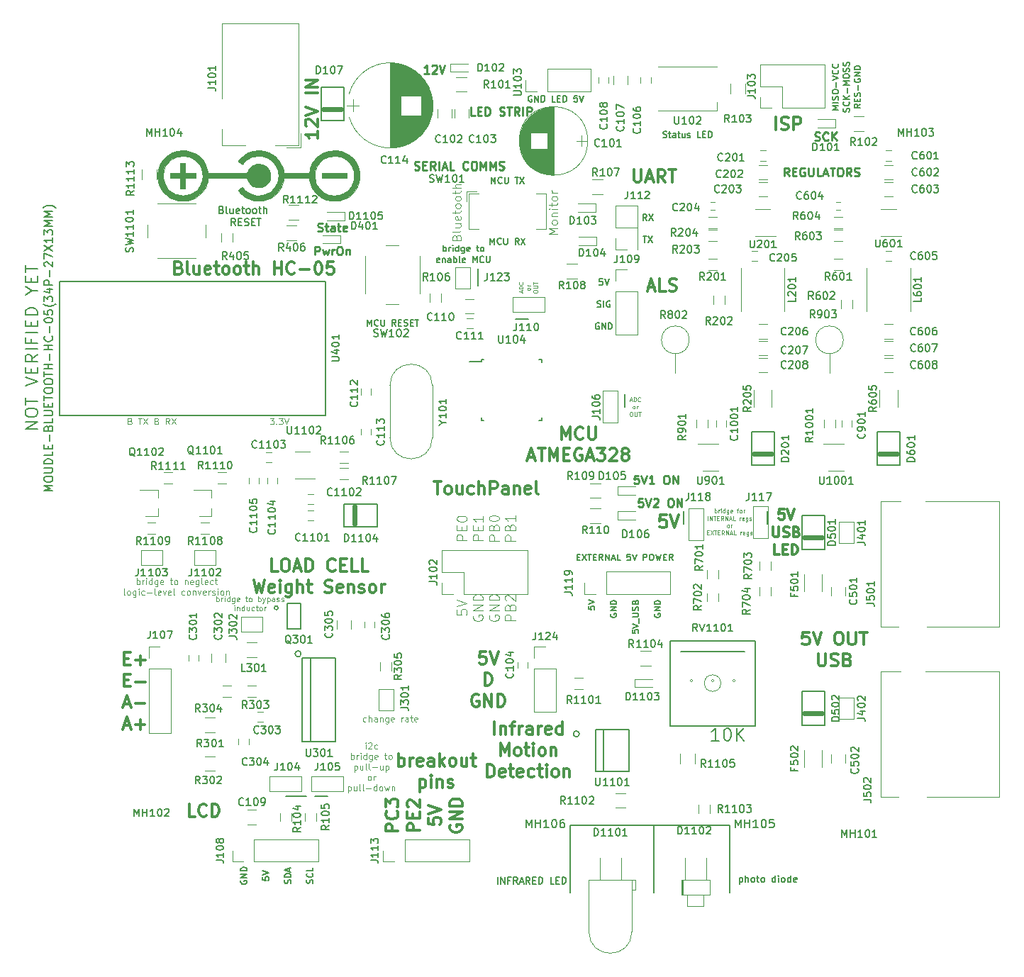
<source format=gbr>
G04 #@! TF.FileFunction,Legend,Top*
%FSLAX46Y46*%
G04 Gerber Fmt 4.6, Leading zero omitted, Abs format (unit mm)*
G04 Created by KiCad (PCBNEW 4.0.7) date 06/10/18 15:24:31*
%MOMM*%
%LPD*%
G01*
G04 APERTURE LIST*
%ADD10C,0.100000*%
%ADD11C,0.250000*%
%ADD12C,0.187500*%
%ADD13C,0.125000*%
%ADD14C,0.200000*%
%ADD15C,0.300000*%
%ADD16C,0.120000*%
%ADD17C,0.203200*%
%ADD18C,0.150000*%
%ADD19C,0.063500*%
%ADD20C,0.012700*%
%ADD21C,0.198120*%
%ADD22C,0.347980*%
%ADD23C,0.010000*%
G04 APERTURE END LIST*
D10*
D11*
X112654762Y-102952381D02*
X112178571Y-102952381D01*
X112130952Y-103428571D01*
X112178571Y-103380952D01*
X112273809Y-103333333D01*
X112511905Y-103333333D01*
X112607143Y-103380952D01*
X112654762Y-103428571D01*
X112702381Y-103523810D01*
X112702381Y-103761905D01*
X112654762Y-103857143D01*
X112607143Y-103904762D01*
X112511905Y-103952381D01*
X112273809Y-103952381D01*
X112178571Y-103904762D01*
X112130952Y-103857143D01*
X112988095Y-102952381D02*
X113321428Y-103952381D01*
X113654762Y-102952381D01*
X113940476Y-103047619D02*
X113988095Y-103000000D01*
X114083333Y-102952381D01*
X114321429Y-102952381D01*
X114416667Y-103000000D01*
X114464286Y-103047619D01*
X114511905Y-103142857D01*
X114511905Y-103238095D01*
X114464286Y-103380952D01*
X113892857Y-103952381D01*
X114511905Y-103952381D01*
X115892857Y-102952381D02*
X116083334Y-102952381D01*
X116178572Y-103000000D01*
X116273810Y-103095238D01*
X116321429Y-103285714D01*
X116321429Y-103619048D01*
X116273810Y-103809524D01*
X116178572Y-103904762D01*
X116083334Y-103952381D01*
X115892857Y-103952381D01*
X115797619Y-103904762D01*
X115702381Y-103809524D01*
X115654762Y-103619048D01*
X115654762Y-103285714D01*
X115702381Y-103095238D01*
X115797619Y-103000000D01*
X115892857Y-102952381D01*
X116750000Y-103952381D02*
X116750000Y-102952381D01*
X117321429Y-103952381D01*
X117321429Y-102952381D01*
X112154762Y-100202381D02*
X111678571Y-100202381D01*
X111630952Y-100678571D01*
X111678571Y-100630952D01*
X111773809Y-100583333D01*
X112011905Y-100583333D01*
X112107143Y-100630952D01*
X112154762Y-100678571D01*
X112202381Y-100773810D01*
X112202381Y-101011905D01*
X112154762Y-101107143D01*
X112107143Y-101154762D01*
X112011905Y-101202381D01*
X111773809Y-101202381D01*
X111678571Y-101154762D01*
X111630952Y-101107143D01*
X112488095Y-100202381D02*
X112821428Y-101202381D01*
X113154762Y-100202381D01*
X114011905Y-101202381D02*
X113440476Y-101202381D01*
X113726190Y-101202381D02*
X113726190Y-100202381D01*
X113630952Y-100345238D01*
X113535714Y-100440476D01*
X113440476Y-100488095D01*
X115392857Y-100202381D02*
X115583334Y-100202381D01*
X115678572Y-100250000D01*
X115773810Y-100345238D01*
X115821429Y-100535714D01*
X115821429Y-100869048D01*
X115773810Y-101059524D01*
X115678572Y-101154762D01*
X115583334Y-101202381D01*
X115392857Y-101202381D01*
X115297619Y-101154762D01*
X115202381Y-101059524D01*
X115154762Y-100869048D01*
X115154762Y-100535714D01*
X115202381Y-100345238D01*
X115297619Y-100250000D01*
X115392857Y-100202381D01*
X116250000Y-101202381D02*
X116250000Y-100202381D01*
X116821429Y-101202381D01*
X116821429Y-100202381D01*
X87130953Y-52202381D02*
X86559524Y-52202381D01*
X86845238Y-52202381D02*
X86845238Y-51202381D01*
X86750000Y-51345238D01*
X86654762Y-51440476D01*
X86559524Y-51488095D01*
X87511905Y-51297619D02*
X87559524Y-51250000D01*
X87654762Y-51202381D01*
X87892858Y-51202381D01*
X87988096Y-51250000D01*
X88035715Y-51297619D01*
X88083334Y-51392857D01*
X88083334Y-51488095D01*
X88035715Y-51630952D01*
X87464286Y-52202381D01*
X88083334Y-52202381D01*
X88369048Y-51202381D02*
X88702381Y-52202381D01*
X89035715Y-51202381D01*
X133214286Y-60154762D02*
X133357143Y-60202381D01*
X133595239Y-60202381D01*
X133690477Y-60154762D01*
X133738096Y-60107143D01*
X133785715Y-60011905D01*
X133785715Y-59916667D01*
X133738096Y-59821429D01*
X133690477Y-59773810D01*
X133595239Y-59726190D01*
X133404762Y-59678571D01*
X133309524Y-59630952D01*
X133261905Y-59583333D01*
X133214286Y-59488095D01*
X133214286Y-59392857D01*
X133261905Y-59297619D01*
X133309524Y-59250000D01*
X133404762Y-59202381D01*
X133642858Y-59202381D01*
X133785715Y-59250000D01*
X134785715Y-60107143D02*
X134738096Y-60154762D01*
X134595239Y-60202381D01*
X134500001Y-60202381D01*
X134357143Y-60154762D01*
X134261905Y-60059524D01*
X134214286Y-59964286D01*
X134166667Y-59773810D01*
X134166667Y-59630952D01*
X134214286Y-59440476D01*
X134261905Y-59345238D01*
X134357143Y-59250000D01*
X134500001Y-59202381D01*
X134595239Y-59202381D01*
X134738096Y-59250000D01*
X134785715Y-59297619D01*
X135214286Y-60202381D02*
X135214286Y-59202381D01*
X135785715Y-60202381D02*
X135357143Y-59630952D01*
X135785715Y-59202381D02*
X135214286Y-59773810D01*
X73528571Y-73852381D02*
X73528571Y-72852381D01*
X73909524Y-72852381D01*
X74004762Y-72900000D01*
X74052381Y-72947619D01*
X74100000Y-73042857D01*
X74100000Y-73185714D01*
X74052381Y-73280952D01*
X74004762Y-73328571D01*
X73909524Y-73376190D01*
X73528571Y-73376190D01*
X74433333Y-73185714D02*
X74623809Y-73852381D01*
X74814286Y-73376190D01*
X75004762Y-73852381D01*
X75195238Y-73185714D01*
X75576190Y-73852381D02*
X75576190Y-73185714D01*
X75576190Y-73376190D02*
X75623809Y-73280952D01*
X75671428Y-73233333D01*
X75766666Y-73185714D01*
X75861905Y-73185714D01*
X76385714Y-72852381D02*
X76576191Y-72852381D01*
X76671429Y-72900000D01*
X76766667Y-72995238D01*
X76814286Y-73185714D01*
X76814286Y-73519048D01*
X76766667Y-73709524D01*
X76671429Y-73804762D01*
X76576191Y-73852381D01*
X76385714Y-73852381D01*
X76290476Y-73804762D01*
X76195238Y-73709524D01*
X76147619Y-73519048D01*
X76147619Y-73185714D01*
X76195238Y-72995238D01*
X76290476Y-72900000D01*
X76385714Y-72852381D01*
X77242857Y-73185714D02*
X77242857Y-73852381D01*
X77242857Y-73280952D02*
X77290476Y-73233333D01*
X77385714Y-73185714D01*
X77528572Y-73185714D01*
X77623810Y-73233333D01*
X77671429Y-73328571D01*
X77671429Y-73852381D01*
X73861904Y-71004762D02*
X74004761Y-71052381D01*
X74242857Y-71052381D01*
X74338095Y-71004762D01*
X74385714Y-70957143D01*
X74433333Y-70861905D01*
X74433333Y-70766667D01*
X74385714Y-70671429D01*
X74338095Y-70623810D01*
X74242857Y-70576190D01*
X74052380Y-70528571D01*
X73957142Y-70480952D01*
X73909523Y-70433333D01*
X73861904Y-70338095D01*
X73861904Y-70242857D01*
X73909523Y-70147619D01*
X73957142Y-70100000D01*
X74052380Y-70052381D01*
X74290476Y-70052381D01*
X74433333Y-70100000D01*
X74719047Y-70385714D02*
X75099999Y-70385714D01*
X74861904Y-70052381D02*
X74861904Y-70909524D01*
X74909523Y-71004762D01*
X75004761Y-71052381D01*
X75099999Y-71052381D01*
X75861905Y-71052381D02*
X75861905Y-70528571D01*
X75814286Y-70433333D01*
X75719048Y-70385714D01*
X75528571Y-70385714D01*
X75433333Y-70433333D01*
X75861905Y-71004762D02*
X75766667Y-71052381D01*
X75528571Y-71052381D01*
X75433333Y-71004762D01*
X75385714Y-70909524D01*
X75385714Y-70814286D01*
X75433333Y-70719048D01*
X75528571Y-70671429D01*
X75766667Y-70671429D01*
X75861905Y-70623810D01*
X76195238Y-70385714D02*
X76576190Y-70385714D01*
X76338095Y-70052381D02*
X76338095Y-70909524D01*
X76385714Y-71004762D01*
X76480952Y-71052381D01*
X76576190Y-71052381D01*
X77290477Y-71004762D02*
X77195239Y-71052381D01*
X77004762Y-71052381D01*
X76909524Y-71004762D01*
X76861905Y-70909524D01*
X76861905Y-70528571D01*
X76909524Y-70433333D01*
X77004762Y-70385714D01*
X77195239Y-70385714D01*
X77290477Y-70433333D01*
X77338096Y-70528571D01*
X77338096Y-70623810D01*
X76861905Y-70719048D01*
D12*
X94553571Y-65339286D02*
X94553571Y-64589286D01*
X94803571Y-65125000D01*
X95053571Y-64589286D01*
X95053571Y-65339286D01*
X95839286Y-65267857D02*
X95803572Y-65303571D01*
X95696429Y-65339286D01*
X95625000Y-65339286D01*
X95517857Y-65303571D01*
X95446429Y-65232143D01*
X95410714Y-65160714D01*
X95375000Y-65017857D01*
X95375000Y-64910714D01*
X95410714Y-64767857D01*
X95446429Y-64696429D01*
X95517857Y-64625000D01*
X95625000Y-64589286D01*
X95696429Y-64589286D01*
X95803572Y-64625000D01*
X95839286Y-64660714D01*
X96160714Y-64589286D02*
X96160714Y-65196429D01*
X96196429Y-65267857D01*
X96232143Y-65303571D01*
X96303572Y-65339286D01*
X96446429Y-65339286D01*
X96517857Y-65303571D01*
X96553572Y-65267857D01*
X96589286Y-65196429D01*
X96589286Y-64589286D01*
X97410715Y-64589286D02*
X97839286Y-64589286D01*
X97625000Y-65339286D02*
X97625000Y-64589286D01*
X98017858Y-64589286D02*
X98517858Y-65339286D01*
X98517858Y-64589286D02*
X98017858Y-65339286D01*
X94464285Y-72589286D02*
X94464285Y-71839286D01*
X94714285Y-72375000D01*
X94964285Y-71839286D01*
X94964285Y-72589286D01*
X95750000Y-72517857D02*
X95714286Y-72553571D01*
X95607143Y-72589286D01*
X95535714Y-72589286D01*
X95428571Y-72553571D01*
X95357143Y-72482143D01*
X95321428Y-72410714D01*
X95285714Y-72267857D01*
X95285714Y-72160714D01*
X95321428Y-72017857D01*
X95357143Y-71946429D01*
X95428571Y-71875000D01*
X95535714Y-71839286D01*
X95607143Y-71839286D01*
X95714286Y-71875000D01*
X95750000Y-71910714D01*
X96071428Y-71839286D02*
X96071428Y-72446429D01*
X96107143Y-72517857D01*
X96142857Y-72553571D01*
X96214286Y-72589286D01*
X96357143Y-72589286D01*
X96428571Y-72553571D01*
X96464286Y-72517857D01*
X96500000Y-72446429D01*
X96500000Y-71839286D01*
X97857143Y-72589286D02*
X97607143Y-72232143D01*
X97428571Y-72589286D02*
X97428571Y-71839286D01*
X97714286Y-71839286D01*
X97785714Y-71875000D01*
X97821429Y-71910714D01*
X97857143Y-71982143D01*
X97857143Y-72089286D01*
X97821429Y-72160714D01*
X97785714Y-72196429D01*
X97714286Y-72232143D01*
X97428571Y-72232143D01*
X98107143Y-71839286D02*
X98607143Y-72589286D01*
X98607143Y-71839286D02*
X98107143Y-72589286D01*
D13*
X68142857Y-93339286D02*
X68607143Y-93339286D01*
X68357143Y-93625000D01*
X68464285Y-93625000D01*
X68535714Y-93660714D01*
X68571428Y-93696429D01*
X68607143Y-93767857D01*
X68607143Y-93946429D01*
X68571428Y-94017857D01*
X68535714Y-94053571D01*
X68464285Y-94089286D01*
X68250000Y-94089286D01*
X68178571Y-94053571D01*
X68142857Y-94017857D01*
X68928571Y-94017857D02*
X68964286Y-94053571D01*
X68928571Y-94089286D01*
X68892857Y-94053571D01*
X68928571Y-94017857D01*
X68928571Y-94089286D01*
X69214286Y-93339286D02*
X69678572Y-93339286D01*
X69428572Y-93625000D01*
X69535714Y-93625000D01*
X69607143Y-93660714D01*
X69642857Y-93696429D01*
X69678572Y-93767857D01*
X69678572Y-93946429D01*
X69642857Y-94017857D01*
X69607143Y-94053571D01*
X69535714Y-94089286D01*
X69321429Y-94089286D01*
X69250000Y-94053571D01*
X69214286Y-94017857D01*
X69892858Y-93339286D02*
X70142858Y-94089286D01*
X70392858Y-93339286D01*
X51446427Y-93696429D02*
X51553570Y-93732143D01*
X51589285Y-93767857D01*
X51624999Y-93839286D01*
X51624999Y-93946429D01*
X51589285Y-94017857D01*
X51553570Y-94053571D01*
X51482142Y-94089286D01*
X51196427Y-94089286D01*
X51196427Y-93339286D01*
X51446427Y-93339286D01*
X51517856Y-93375000D01*
X51553570Y-93410714D01*
X51589285Y-93482143D01*
X51589285Y-93553571D01*
X51553570Y-93625000D01*
X51517856Y-93660714D01*
X51446427Y-93696429D01*
X51196427Y-93696429D01*
X52410714Y-93339286D02*
X52839285Y-93339286D01*
X52624999Y-94089286D02*
X52624999Y-93339286D01*
X53017857Y-93339286D02*
X53517857Y-94089286D01*
X53517857Y-93339286D02*
X53017857Y-94089286D01*
X54625000Y-93696429D02*
X54732143Y-93732143D01*
X54767858Y-93767857D01*
X54803572Y-93839286D01*
X54803572Y-93946429D01*
X54767858Y-94017857D01*
X54732143Y-94053571D01*
X54660715Y-94089286D01*
X54375000Y-94089286D01*
X54375000Y-93339286D01*
X54625000Y-93339286D01*
X54696429Y-93375000D01*
X54732143Y-93410714D01*
X54767858Y-93482143D01*
X54767858Y-93553571D01*
X54732143Y-93625000D01*
X54696429Y-93660714D01*
X54625000Y-93696429D01*
X54375000Y-93696429D01*
X56125001Y-94089286D02*
X55875001Y-93732143D01*
X55696429Y-94089286D02*
X55696429Y-93339286D01*
X55982144Y-93339286D01*
X56053572Y-93375000D01*
X56089287Y-93410714D01*
X56125001Y-93482143D01*
X56125001Y-93589286D01*
X56089287Y-93660714D01*
X56053572Y-93696429D01*
X55982144Y-93732143D01*
X55696429Y-93732143D01*
X56375001Y-93339286D02*
X56875001Y-94089286D01*
X56875001Y-93339286D02*
X56375001Y-94089286D01*
D12*
X115071429Y-59803571D02*
X115178572Y-59839286D01*
X115357143Y-59839286D01*
X115428572Y-59803571D01*
X115464286Y-59767857D01*
X115500001Y-59696429D01*
X115500001Y-59625000D01*
X115464286Y-59553571D01*
X115428572Y-59517857D01*
X115357143Y-59482143D01*
X115214286Y-59446429D01*
X115142858Y-59410714D01*
X115107143Y-59375000D01*
X115071429Y-59303571D01*
X115071429Y-59232143D01*
X115107143Y-59160714D01*
X115142858Y-59125000D01*
X115214286Y-59089286D01*
X115392858Y-59089286D01*
X115500001Y-59125000D01*
X115714287Y-59339286D02*
X116000001Y-59339286D01*
X115821429Y-59089286D02*
X115821429Y-59732143D01*
X115857144Y-59803571D01*
X115928572Y-59839286D01*
X116000001Y-59839286D01*
X116571429Y-59839286D02*
X116571429Y-59446429D01*
X116535715Y-59375000D01*
X116464286Y-59339286D01*
X116321429Y-59339286D01*
X116250000Y-59375000D01*
X116571429Y-59803571D02*
X116500000Y-59839286D01*
X116321429Y-59839286D01*
X116250000Y-59803571D01*
X116214286Y-59732143D01*
X116214286Y-59660714D01*
X116250000Y-59589286D01*
X116321429Y-59553571D01*
X116500000Y-59553571D01*
X116571429Y-59517857D01*
X116821429Y-59339286D02*
X117107143Y-59339286D01*
X116928571Y-59089286D02*
X116928571Y-59732143D01*
X116964286Y-59803571D01*
X117035714Y-59839286D01*
X117107143Y-59839286D01*
X117678571Y-59339286D02*
X117678571Y-59839286D01*
X117357142Y-59339286D02*
X117357142Y-59732143D01*
X117392857Y-59803571D01*
X117464285Y-59839286D01*
X117571428Y-59839286D01*
X117642857Y-59803571D01*
X117678571Y-59767857D01*
X117999999Y-59803571D02*
X118071428Y-59839286D01*
X118214285Y-59839286D01*
X118285713Y-59803571D01*
X118321428Y-59732143D01*
X118321428Y-59696429D01*
X118285713Y-59625000D01*
X118214285Y-59589286D01*
X118107142Y-59589286D01*
X118035713Y-59553571D01*
X117999999Y-59482143D01*
X117999999Y-59446429D01*
X118035713Y-59375000D01*
X118107142Y-59339286D01*
X118214285Y-59339286D01*
X118285713Y-59375000D01*
X119571428Y-59839286D02*
X119214285Y-59839286D01*
X119214285Y-59089286D01*
X119821428Y-59446429D02*
X120071428Y-59446429D01*
X120178571Y-59839286D02*
X119821428Y-59839286D01*
X119821428Y-59089286D01*
X120178571Y-59089286D01*
X120499999Y-59839286D02*
X120499999Y-59089286D01*
X120678571Y-59089286D01*
X120785714Y-59125000D01*
X120857142Y-59196429D01*
X120892857Y-59267857D01*
X120928571Y-59410714D01*
X120928571Y-59517857D01*
X120892857Y-59660714D01*
X120857142Y-59732143D01*
X120785714Y-59803571D01*
X120678571Y-59839286D01*
X120499999Y-59839286D01*
X88839286Y-73433036D02*
X88839286Y-72683036D01*
X88839286Y-72968750D02*
X88910715Y-72933036D01*
X89053572Y-72933036D01*
X89125001Y-72968750D01*
X89160715Y-73004464D01*
X89196429Y-73075893D01*
X89196429Y-73290179D01*
X89160715Y-73361607D01*
X89125001Y-73397321D01*
X89053572Y-73433036D01*
X88910715Y-73433036D01*
X88839286Y-73397321D01*
X89517857Y-73433036D02*
X89517857Y-72933036D01*
X89517857Y-73075893D02*
X89553572Y-73004464D01*
X89589286Y-72968750D01*
X89660715Y-72933036D01*
X89732143Y-72933036D01*
X89982143Y-73433036D02*
X89982143Y-72933036D01*
X89982143Y-72683036D02*
X89946429Y-72718750D01*
X89982143Y-72754464D01*
X90017858Y-72718750D01*
X89982143Y-72683036D01*
X89982143Y-72754464D01*
X90660715Y-73433036D02*
X90660715Y-72683036D01*
X90660715Y-73397321D02*
X90589286Y-73433036D01*
X90446429Y-73433036D01*
X90375001Y-73397321D01*
X90339286Y-73361607D01*
X90303572Y-73290179D01*
X90303572Y-73075893D01*
X90339286Y-73004464D01*
X90375001Y-72968750D01*
X90446429Y-72933036D01*
X90589286Y-72933036D01*
X90660715Y-72968750D01*
X91339286Y-72933036D02*
X91339286Y-73540179D01*
X91303572Y-73611607D01*
X91267857Y-73647321D01*
X91196429Y-73683036D01*
X91089286Y-73683036D01*
X91017857Y-73647321D01*
X91339286Y-73397321D02*
X91267857Y-73433036D01*
X91125000Y-73433036D01*
X91053572Y-73397321D01*
X91017857Y-73361607D01*
X90982143Y-73290179D01*
X90982143Y-73075893D01*
X91017857Y-73004464D01*
X91053572Y-72968750D01*
X91125000Y-72933036D01*
X91267857Y-72933036D01*
X91339286Y-72968750D01*
X91982143Y-73397321D02*
X91910714Y-73433036D01*
X91767857Y-73433036D01*
X91696428Y-73397321D01*
X91660714Y-73325893D01*
X91660714Y-73040179D01*
X91696428Y-72968750D01*
X91767857Y-72933036D01*
X91910714Y-72933036D01*
X91982143Y-72968750D01*
X92017857Y-73040179D01*
X92017857Y-73111607D01*
X91660714Y-73183036D01*
X92803572Y-72933036D02*
X93089286Y-72933036D01*
X92910714Y-72683036D02*
X92910714Y-73325893D01*
X92946429Y-73397321D01*
X93017857Y-73433036D01*
X93089286Y-73433036D01*
X93446428Y-73433036D02*
X93375000Y-73397321D01*
X93339285Y-73361607D01*
X93303571Y-73290179D01*
X93303571Y-73075893D01*
X93339285Y-73004464D01*
X93375000Y-72968750D01*
X93446428Y-72933036D01*
X93553571Y-72933036D01*
X93625000Y-72968750D01*
X93660714Y-73004464D01*
X93696428Y-73075893D01*
X93696428Y-73290179D01*
X93660714Y-73361607D01*
X93625000Y-73397321D01*
X93553571Y-73433036D01*
X93446428Y-73433036D01*
X88375001Y-74709821D02*
X88303572Y-74745536D01*
X88160715Y-74745536D01*
X88089286Y-74709821D01*
X88053572Y-74638393D01*
X88053572Y-74352679D01*
X88089286Y-74281250D01*
X88160715Y-74245536D01*
X88303572Y-74245536D01*
X88375001Y-74281250D01*
X88410715Y-74352679D01*
X88410715Y-74424107D01*
X88053572Y-74495536D01*
X88732143Y-74245536D02*
X88732143Y-74745536D01*
X88732143Y-74316964D02*
X88767858Y-74281250D01*
X88839286Y-74245536D01*
X88946429Y-74245536D01*
X89017858Y-74281250D01*
X89053572Y-74352679D01*
X89053572Y-74745536D01*
X89732143Y-74745536D02*
X89732143Y-74352679D01*
X89696429Y-74281250D01*
X89625000Y-74245536D01*
X89482143Y-74245536D01*
X89410714Y-74281250D01*
X89732143Y-74709821D02*
X89660714Y-74745536D01*
X89482143Y-74745536D01*
X89410714Y-74709821D01*
X89375000Y-74638393D01*
X89375000Y-74566964D01*
X89410714Y-74495536D01*
X89482143Y-74459821D01*
X89660714Y-74459821D01*
X89732143Y-74424107D01*
X90089285Y-74745536D02*
X90089285Y-73995536D01*
X90089285Y-74281250D02*
X90160714Y-74245536D01*
X90303571Y-74245536D01*
X90375000Y-74281250D01*
X90410714Y-74316964D01*
X90446428Y-74388393D01*
X90446428Y-74602679D01*
X90410714Y-74674107D01*
X90375000Y-74709821D01*
X90303571Y-74745536D01*
X90160714Y-74745536D01*
X90089285Y-74709821D01*
X90874999Y-74745536D02*
X90803571Y-74709821D01*
X90767856Y-74638393D01*
X90767856Y-73995536D01*
X91446428Y-74709821D02*
X91374999Y-74745536D01*
X91232142Y-74745536D01*
X91160713Y-74709821D01*
X91124999Y-74638393D01*
X91124999Y-74352679D01*
X91160713Y-74281250D01*
X91232142Y-74245536D01*
X91374999Y-74245536D01*
X91446428Y-74281250D01*
X91482142Y-74352679D01*
X91482142Y-74424107D01*
X91124999Y-74495536D01*
X92374999Y-74745536D02*
X92374999Y-73995536D01*
X92624999Y-74531250D01*
X92874999Y-73995536D01*
X92874999Y-74745536D01*
X93660714Y-74674107D02*
X93625000Y-74709821D01*
X93517857Y-74745536D01*
X93446428Y-74745536D01*
X93339285Y-74709821D01*
X93267857Y-74638393D01*
X93232142Y-74566964D01*
X93196428Y-74424107D01*
X93196428Y-74316964D01*
X93232142Y-74174107D01*
X93267857Y-74102679D01*
X93339285Y-74031250D01*
X93446428Y-73995536D01*
X93517857Y-73995536D01*
X93625000Y-74031250D01*
X93660714Y-74066964D01*
X93982142Y-73995536D02*
X93982142Y-74602679D01*
X94017857Y-74674107D01*
X94053571Y-74709821D01*
X94125000Y-74745536D01*
X94267857Y-74745536D01*
X94339285Y-74709821D01*
X94375000Y-74674107D01*
X94410714Y-74602679D01*
X94410714Y-73995536D01*
D14*
X124190475Y-148228571D02*
X124190475Y-149028571D01*
X124190475Y-148266667D02*
X124266666Y-148228571D01*
X124419047Y-148228571D01*
X124495237Y-148266667D01*
X124533332Y-148304762D01*
X124571428Y-148380952D01*
X124571428Y-148609524D01*
X124533332Y-148685714D01*
X124495237Y-148723810D01*
X124419047Y-148761905D01*
X124266666Y-148761905D01*
X124190475Y-148723810D01*
X124914285Y-148761905D02*
X124914285Y-147961905D01*
X125257142Y-148761905D02*
X125257142Y-148342857D01*
X125219047Y-148266667D01*
X125142857Y-148228571D01*
X125028571Y-148228571D01*
X124952380Y-148266667D01*
X124914285Y-148304762D01*
X125752381Y-148761905D02*
X125676190Y-148723810D01*
X125638095Y-148685714D01*
X125600000Y-148609524D01*
X125600000Y-148380952D01*
X125638095Y-148304762D01*
X125676190Y-148266667D01*
X125752381Y-148228571D01*
X125866667Y-148228571D01*
X125942857Y-148266667D01*
X125980952Y-148304762D01*
X126019048Y-148380952D01*
X126019048Y-148609524D01*
X125980952Y-148685714D01*
X125942857Y-148723810D01*
X125866667Y-148761905D01*
X125752381Y-148761905D01*
X126247619Y-148228571D02*
X126552381Y-148228571D01*
X126361905Y-147961905D02*
X126361905Y-148647619D01*
X126400000Y-148723810D01*
X126476191Y-148761905D01*
X126552381Y-148761905D01*
X126933334Y-148761905D02*
X126857143Y-148723810D01*
X126819048Y-148685714D01*
X126780953Y-148609524D01*
X126780953Y-148380952D01*
X126819048Y-148304762D01*
X126857143Y-148266667D01*
X126933334Y-148228571D01*
X127047620Y-148228571D01*
X127123810Y-148266667D01*
X127161905Y-148304762D01*
X127200001Y-148380952D01*
X127200001Y-148609524D01*
X127161905Y-148685714D01*
X127123810Y-148723810D01*
X127047620Y-148761905D01*
X126933334Y-148761905D01*
X128495239Y-148761905D02*
X128495239Y-147961905D01*
X128495239Y-148723810D02*
X128419049Y-148761905D01*
X128266668Y-148761905D01*
X128190477Y-148723810D01*
X128152382Y-148685714D01*
X128114287Y-148609524D01*
X128114287Y-148380952D01*
X128152382Y-148304762D01*
X128190477Y-148266667D01*
X128266668Y-148228571D01*
X128419049Y-148228571D01*
X128495239Y-148266667D01*
X128876192Y-148761905D02*
X128876192Y-148228571D01*
X128876192Y-147961905D02*
X128838097Y-148000000D01*
X128876192Y-148038095D01*
X128914287Y-148000000D01*
X128876192Y-147961905D01*
X128876192Y-148038095D01*
X129371430Y-148761905D02*
X129295239Y-148723810D01*
X129257144Y-148685714D01*
X129219049Y-148609524D01*
X129219049Y-148380952D01*
X129257144Y-148304762D01*
X129295239Y-148266667D01*
X129371430Y-148228571D01*
X129485716Y-148228571D01*
X129561906Y-148266667D01*
X129600001Y-148304762D01*
X129638097Y-148380952D01*
X129638097Y-148609524D01*
X129600001Y-148685714D01*
X129561906Y-148723810D01*
X129485716Y-148761905D01*
X129371430Y-148761905D01*
X130323811Y-148761905D02*
X130323811Y-147961905D01*
X130323811Y-148723810D02*
X130247621Y-148761905D01*
X130095240Y-148761905D01*
X130019049Y-148723810D01*
X129980954Y-148685714D01*
X129942859Y-148609524D01*
X129942859Y-148380952D01*
X129980954Y-148304762D01*
X130019049Y-148266667D01*
X130095240Y-148228571D01*
X130247621Y-148228571D01*
X130323811Y-148266667D01*
X131009526Y-148723810D02*
X130933336Y-148761905D01*
X130780955Y-148761905D01*
X130704764Y-148723810D01*
X130666669Y-148647619D01*
X130666669Y-148342857D01*
X130704764Y-148266667D01*
X130780955Y-148228571D01*
X130933336Y-148228571D01*
X131009526Y-148266667D01*
X131047621Y-148342857D01*
X131047621Y-148419048D01*
X130666669Y-148495238D01*
X95342857Y-148961905D02*
X95342857Y-148161905D01*
X95723809Y-148961905D02*
X95723809Y-148161905D01*
X96180952Y-148961905D01*
X96180952Y-148161905D01*
X96828571Y-148542857D02*
X96561904Y-148542857D01*
X96561904Y-148961905D02*
X96561904Y-148161905D01*
X96942857Y-148161905D01*
X97704761Y-148961905D02*
X97438094Y-148580952D01*
X97247618Y-148961905D02*
X97247618Y-148161905D01*
X97552380Y-148161905D01*
X97628571Y-148200000D01*
X97666666Y-148238095D01*
X97704761Y-148314286D01*
X97704761Y-148428571D01*
X97666666Y-148504762D01*
X97628571Y-148542857D01*
X97552380Y-148580952D01*
X97247618Y-148580952D01*
X98009523Y-148733333D02*
X98390475Y-148733333D01*
X97933332Y-148961905D02*
X98199999Y-148161905D01*
X98466666Y-148961905D01*
X99190475Y-148961905D02*
X98923808Y-148580952D01*
X98733332Y-148961905D02*
X98733332Y-148161905D01*
X99038094Y-148161905D01*
X99114285Y-148200000D01*
X99152380Y-148238095D01*
X99190475Y-148314286D01*
X99190475Y-148428571D01*
X99152380Y-148504762D01*
X99114285Y-148542857D01*
X99038094Y-148580952D01*
X98733332Y-148580952D01*
X99533332Y-148542857D02*
X99799999Y-148542857D01*
X99914285Y-148961905D02*
X99533332Y-148961905D01*
X99533332Y-148161905D01*
X99914285Y-148161905D01*
X100257142Y-148961905D02*
X100257142Y-148161905D01*
X100447618Y-148161905D01*
X100561904Y-148200000D01*
X100638095Y-148276190D01*
X100676190Y-148352381D01*
X100714285Y-148504762D01*
X100714285Y-148619048D01*
X100676190Y-148771429D01*
X100638095Y-148847619D01*
X100561904Y-148923810D01*
X100447618Y-148961905D01*
X100257142Y-148961905D01*
X102047619Y-148961905D02*
X101666666Y-148961905D01*
X101666666Y-148161905D01*
X102314285Y-148542857D02*
X102580952Y-148542857D01*
X102695238Y-148961905D02*
X102314285Y-148961905D01*
X102314285Y-148161905D01*
X102695238Y-148161905D01*
X103038095Y-148961905D02*
X103038095Y-148161905D01*
X103228571Y-148161905D01*
X103342857Y-148200000D01*
X103419048Y-148276190D01*
X103457143Y-148352381D01*
X103495238Y-148504762D01*
X103495238Y-148619048D01*
X103457143Y-148771429D01*
X103419048Y-148847619D01*
X103342857Y-148923810D01*
X103228571Y-148961905D01*
X103038095Y-148961905D01*
D13*
X79607144Y-129553571D02*
X79535715Y-129589286D01*
X79392858Y-129589286D01*
X79321430Y-129553571D01*
X79285715Y-129517857D01*
X79250001Y-129446429D01*
X79250001Y-129232143D01*
X79285715Y-129160714D01*
X79321430Y-129125000D01*
X79392858Y-129089286D01*
X79535715Y-129089286D01*
X79607144Y-129125000D01*
X79928572Y-129589286D02*
X79928572Y-128839286D01*
X80250001Y-129589286D02*
X80250001Y-129196429D01*
X80214287Y-129125000D01*
X80142858Y-129089286D01*
X80035715Y-129089286D01*
X79964287Y-129125000D01*
X79928572Y-129160714D01*
X80928572Y-129589286D02*
X80928572Y-129196429D01*
X80892858Y-129125000D01*
X80821429Y-129089286D01*
X80678572Y-129089286D01*
X80607143Y-129125000D01*
X80928572Y-129553571D02*
X80857143Y-129589286D01*
X80678572Y-129589286D01*
X80607143Y-129553571D01*
X80571429Y-129482143D01*
X80571429Y-129410714D01*
X80607143Y-129339286D01*
X80678572Y-129303571D01*
X80857143Y-129303571D01*
X80928572Y-129267857D01*
X81285714Y-129089286D02*
X81285714Y-129589286D01*
X81285714Y-129160714D02*
X81321429Y-129125000D01*
X81392857Y-129089286D01*
X81500000Y-129089286D01*
X81571429Y-129125000D01*
X81607143Y-129196429D01*
X81607143Y-129589286D01*
X82285714Y-129089286D02*
X82285714Y-129696429D01*
X82250000Y-129767857D01*
X82214285Y-129803571D01*
X82142857Y-129839286D01*
X82035714Y-129839286D01*
X81964285Y-129803571D01*
X82285714Y-129553571D02*
X82214285Y-129589286D01*
X82071428Y-129589286D01*
X82000000Y-129553571D01*
X81964285Y-129517857D01*
X81928571Y-129446429D01*
X81928571Y-129232143D01*
X81964285Y-129160714D01*
X82000000Y-129125000D01*
X82071428Y-129089286D01*
X82214285Y-129089286D01*
X82285714Y-129125000D01*
X82928571Y-129553571D02*
X82857142Y-129589286D01*
X82714285Y-129589286D01*
X82642856Y-129553571D01*
X82607142Y-129482143D01*
X82607142Y-129196429D01*
X82642856Y-129125000D01*
X82714285Y-129089286D01*
X82857142Y-129089286D01*
X82928571Y-129125000D01*
X82964285Y-129196429D01*
X82964285Y-129267857D01*
X82607142Y-129339286D01*
X83857142Y-129589286D02*
X83857142Y-129089286D01*
X83857142Y-129232143D02*
X83892857Y-129160714D01*
X83928571Y-129125000D01*
X84000000Y-129089286D01*
X84071428Y-129089286D01*
X84642857Y-129589286D02*
X84642857Y-129196429D01*
X84607143Y-129125000D01*
X84535714Y-129089286D01*
X84392857Y-129089286D01*
X84321428Y-129125000D01*
X84642857Y-129553571D02*
X84571428Y-129589286D01*
X84392857Y-129589286D01*
X84321428Y-129553571D01*
X84285714Y-129482143D01*
X84285714Y-129410714D01*
X84321428Y-129339286D01*
X84392857Y-129303571D01*
X84571428Y-129303571D01*
X84642857Y-129267857D01*
X84892857Y-129089286D02*
X85178571Y-129089286D01*
X84999999Y-128839286D02*
X84999999Y-129482143D01*
X85035714Y-129553571D01*
X85107142Y-129589286D01*
X85178571Y-129589286D01*
X85714285Y-129553571D02*
X85642856Y-129589286D01*
X85499999Y-129589286D01*
X85428570Y-129553571D01*
X85392856Y-129482143D01*
X85392856Y-129196429D01*
X85428570Y-129125000D01*
X85499999Y-129089286D01*
X85642856Y-129089286D01*
X85714285Y-129125000D01*
X85749999Y-129196429D01*
X85749999Y-129267857D01*
X85392856Y-129339286D01*
X121238096Y-104663690D02*
X121238096Y-104163690D01*
X121238096Y-104354167D02*
X121285715Y-104330357D01*
X121380953Y-104330357D01*
X121428572Y-104354167D01*
X121452381Y-104377976D01*
X121476191Y-104425595D01*
X121476191Y-104568452D01*
X121452381Y-104616071D01*
X121428572Y-104639881D01*
X121380953Y-104663690D01*
X121285715Y-104663690D01*
X121238096Y-104639881D01*
X121690477Y-104663690D02*
X121690477Y-104330357D01*
X121690477Y-104425595D02*
X121714286Y-104377976D01*
X121738096Y-104354167D01*
X121785715Y-104330357D01*
X121833334Y-104330357D01*
X122000001Y-104663690D02*
X122000001Y-104330357D01*
X122000001Y-104163690D02*
X121976191Y-104187500D01*
X122000001Y-104211310D01*
X122023810Y-104187500D01*
X122000001Y-104163690D01*
X122000001Y-104211310D01*
X122452381Y-104663690D02*
X122452381Y-104163690D01*
X122452381Y-104639881D02*
X122404762Y-104663690D01*
X122309524Y-104663690D01*
X122261905Y-104639881D01*
X122238096Y-104616071D01*
X122214286Y-104568452D01*
X122214286Y-104425595D01*
X122238096Y-104377976D01*
X122261905Y-104354167D01*
X122309524Y-104330357D01*
X122404762Y-104330357D01*
X122452381Y-104354167D01*
X122904762Y-104330357D02*
X122904762Y-104735119D01*
X122880953Y-104782738D01*
X122857143Y-104806548D01*
X122809524Y-104830357D01*
X122738096Y-104830357D01*
X122690477Y-104806548D01*
X122904762Y-104639881D02*
X122857143Y-104663690D01*
X122761905Y-104663690D01*
X122714286Y-104639881D01*
X122690477Y-104616071D01*
X122666667Y-104568452D01*
X122666667Y-104425595D01*
X122690477Y-104377976D01*
X122714286Y-104354167D01*
X122761905Y-104330357D01*
X122857143Y-104330357D01*
X122904762Y-104354167D01*
X123333334Y-104639881D02*
X123285715Y-104663690D01*
X123190477Y-104663690D01*
X123142858Y-104639881D01*
X123119048Y-104592262D01*
X123119048Y-104401786D01*
X123142858Y-104354167D01*
X123190477Y-104330357D01*
X123285715Y-104330357D01*
X123333334Y-104354167D01*
X123357143Y-104401786D01*
X123357143Y-104449405D01*
X123119048Y-104497024D01*
X123880952Y-104330357D02*
X124071428Y-104330357D01*
X123952381Y-104663690D02*
X123952381Y-104235119D01*
X123976190Y-104187500D01*
X124023809Y-104163690D01*
X124071428Y-104163690D01*
X124309523Y-104663690D02*
X124261904Y-104639881D01*
X124238095Y-104616071D01*
X124214285Y-104568452D01*
X124214285Y-104425595D01*
X124238095Y-104377976D01*
X124261904Y-104354167D01*
X124309523Y-104330357D01*
X124380952Y-104330357D01*
X124428571Y-104354167D01*
X124452380Y-104377976D01*
X124476190Y-104425595D01*
X124476190Y-104568452D01*
X124452380Y-104616071D01*
X124428571Y-104639881D01*
X124380952Y-104663690D01*
X124309523Y-104663690D01*
X124690476Y-104663690D02*
X124690476Y-104330357D01*
X124690476Y-104425595D02*
X124714285Y-104377976D01*
X124738095Y-104354167D01*
X124785714Y-104330357D01*
X124833333Y-104330357D01*
X120404763Y-105538690D02*
X120404763Y-105038690D01*
X120642858Y-105538690D02*
X120642858Y-105038690D01*
X120928572Y-105538690D01*
X120928572Y-105038690D01*
X121095239Y-105038690D02*
X121380953Y-105038690D01*
X121238096Y-105538690D02*
X121238096Y-105038690D01*
X121547620Y-105276786D02*
X121714286Y-105276786D01*
X121785715Y-105538690D02*
X121547620Y-105538690D01*
X121547620Y-105038690D01*
X121785715Y-105038690D01*
X122285715Y-105538690D02*
X122119048Y-105300595D01*
X122000001Y-105538690D02*
X122000001Y-105038690D01*
X122190477Y-105038690D01*
X122238096Y-105062500D01*
X122261905Y-105086310D01*
X122285715Y-105133929D01*
X122285715Y-105205357D01*
X122261905Y-105252976D01*
X122238096Y-105276786D01*
X122190477Y-105300595D01*
X122000001Y-105300595D01*
X122500001Y-105538690D02*
X122500001Y-105038690D01*
X122785715Y-105538690D01*
X122785715Y-105038690D01*
X123000001Y-105395833D02*
X123238096Y-105395833D01*
X122952382Y-105538690D02*
X123119049Y-105038690D01*
X123285715Y-105538690D01*
X123690477Y-105538690D02*
X123452382Y-105538690D01*
X123452382Y-105038690D01*
X124238096Y-105538690D02*
X124238096Y-105205357D01*
X124238096Y-105300595D02*
X124261905Y-105252976D01*
X124285715Y-105229167D01*
X124333334Y-105205357D01*
X124380953Y-105205357D01*
X124738096Y-105514881D02*
X124690477Y-105538690D01*
X124595239Y-105538690D01*
X124547620Y-105514881D01*
X124523810Y-105467262D01*
X124523810Y-105276786D01*
X124547620Y-105229167D01*
X124595239Y-105205357D01*
X124690477Y-105205357D01*
X124738096Y-105229167D01*
X124761905Y-105276786D01*
X124761905Y-105324405D01*
X124523810Y-105372024D01*
X125190476Y-105205357D02*
X125190476Y-105610119D01*
X125166667Y-105657738D01*
X125142857Y-105681548D01*
X125095238Y-105705357D01*
X125023810Y-105705357D01*
X124976191Y-105681548D01*
X125190476Y-105514881D02*
X125142857Y-105538690D01*
X125047619Y-105538690D01*
X125000000Y-105514881D01*
X124976191Y-105491071D01*
X124952381Y-105443452D01*
X124952381Y-105300595D01*
X124976191Y-105252976D01*
X125000000Y-105229167D01*
X125047619Y-105205357D01*
X125142857Y-105205357D01*
X125190476Y-105229167D01*
X125404762Y-105514881D02*
X125452381Y-105538690D01*
X125547619Y-105538690D01*
X125595238Y-105514881D01*
X125619048Y-105467262D01*
X125619048Y-105443452D01*
X125595238Y-105395833D01*
X125547619Y-105372024D01*
X125476191Y-105372024D01*
X125428572Y-105348214D01*
X125404762Y-105300595D01*
X125404762Y-105276786D01*
X125428572Y-105229167D01*
X125476191Y-105205357D01*
X125547619Y-105205357D01*
X125595238Y-105229167D01*
X122809524Y-106413690D02*
X122761905Y-106389881D01*
X122738096Y-106366071D01*
X122714286Y-106318452D01*
X122714286Y-106175595D01*
X122738096Y-106127976D01*
X122761905Y-106104167D01*
X122809524Y-106080357D01*
X122880953Y-106080357D01*
X122928572Y-106104167D01*
X122952381Y-106127976D01*
X122976191Y-106175595D01*
X122976191Y-106318452D01*
X122952381Y-106366071D01*
X122928572Y-106389881D01*
X122880953Y-106413690D01*
X122809524Y-106413690D01*
X123190477Y-106413690D02*
X123190477Y-106080357D01*
X123190477Y-106175595D02*
X123214286Y-106127976D01*
X123238096Y-106104167D01*
X123285715Y-106080357D01*
X123333334Y-106080357D01*
X120321430Y-107026786D02*
X120488096Y-107026786D01*
X120559525Y-107288690D02*
X120321430Y-107288690D01*
X120321430Y-106788690D01*
X120559525Y-106788690D01*
X120726192Y-106788690D02*
X121059525Y-107288690D01*
X121059525Y-106788690D02*
X120726192Y-107288690D01*
X121178572Y-106788690D02*
X121464286Y-106788690D01*
X121321429Y-107288690D02*
X121321429Y-106788690D01*
X121630953Y-107026786D02*
X121797619Y-107026786D01*
X121869048Y-107288690D02*
X121630953Y-107288690D01*
X121630953Y-106788690D01*
X121869048Y-106788690D01*
X122369048Y-107288690D02*
X122202381Y-107050595D01*
X122083334Y-107288690D02*
X122083334Y-106788690D01*
X122273810Y-106788690D01*
X122321429Y-106812500D01*
X122345238Y-106836310D01*
X122369048Y-106883929D01*
X122369048Y-106955357D01*
X122345238Y-107002976D01*
X122321429Y-107026786D01*
X122273810Y-107050595D01*
X122083334Y-107050595D01*
X122583334Y-107288690D02*
X122583334Y-106788690D01*
X122869048Y-107288690D01*
X122869048Y-106788690D01*
X123083334Y-107145833D02*
X123321429Y-107145833D01*
X123035715Y-107288690D02*
X123202382Y-106788690D01*
X123369048Y-107288690D01*
X123773810Y-107288690D02*
X123535715Y-107288690D01*
X123535715Y-106788690D01*
X124321429Y-107288690D02*
X124321429Y-106955357D01*
X124321429Y-107050595D02*
X124345238Y-107002976D01*
X124369048Y-106979167D01*
X124416667Y-106955357D01*
X124464286Y-106955357D01*
X124821429Y-107264881D02*
X124773810Y-107288690D01*
X124678572Y-107288690D01*
X124630953Y-107264881D01*
X124607143Y-107217262D01*
X124607143Y-107026786D01*
X124630953Y-106979167D01*
X124678572Y-106955357D01*
X124773810Y-106955357D01*
X124821429Y-106979167D01*
X124845238Y-107026786D01*
X124845238Y-107074405D01*
X124607143Y-107122024D01*
X125273809Y-106955357D02*
X125273809Y-107360119D01*
X125250000Y-107407738D01*
X125226190Y-107431548D01*
X125178571Y-107455357D01*
X125107143Y-107455357D01*
X125059524Y-107431548D01*
X125273809Y-107264881D02*
X125226190Y-107288690D01*
X125130952Y-107288690D01*
X125083333Y-107264881D01*
X125059524Y-107241071D01*
X125035714Y-107193452D01*
X125035714Y-107050595D01*
X125059524Y-107002976D01*
X125083333Y-106979167D01*
X125130952Y-106955357D01*
X125226190Y-106955357D01*
X125273809Y-106979167D01*
X125488095Y-107264881D02*
X125535714Y-107288690D01*
X125630952Y-107288690D01*
X125678571Y-107264881D01*
X125702381Y-107217262D01*
X125702381Y-107193452D01*
X125678571Y-107145833D01*
X125630952Y-107122024D01*
X125559524Y-107122024D01*
X125511905Y-107098214D01*
X125488095Y-107050595D01*
X125488095Y-107026786D01*
X125511905Y-106979167D01*
X125559524Y-106955357D01*
X125630952Y-106955357D01*
X125678571Y-106979167D01*
X79571428Y-132839286D02*
X79571428Y-132339286D01*
X79571428Y-132089286D02*
X79535714Y-132125000D01*
X79571428Y-132160714D01*
X79607143Y-132125000D01*
X79571428Y-132089286D01*
X79571428Y-132160714D01*
X79892857Y-132160714D02*
X79928571Y-132125000D01*
X80000000Y-132089286D01*
X80178571Y-132089286D01*
X80250000Y-132125000D01*
X80285714Y-132160714D01*
X80321429Y-132232143D01*
X80321429Y-132303571D01*
X80285714Y-132410714D01*
X79857143Y-132839286D01*
X80321429Y-132839286D01*
X80964286Y-132803571D02*
X80892857Y-132839286D01*
X80750000Y-132839286D01*
X80678572Y-132803571D01*
X80642857Y-132767857D01*
X80607143Y-132696429D01*
X80607143Y-132482143D01*
X80642857Y-132410714D01*
X80678572Y-132375000D01*
X80750000Y-132339286D01*
X80892857Y-132339286D01*
X80964286Y-132375000D01*
X77839286Y-134089286D02*
X77839286Y-133339286D01*
X77839286Y-133625000D02*
X77910715Y-133589286D01*
X78053572Y-133589286D01*
X78125001Y-133625000D01*
X78160715Y-133660714D01*
X78196429Y-133732143D01*
X78196429Y-133946429D01*
X78160715Y-134017857D01*
X78125001Y-134053571D01*
X78053572Y-134089286D01*
X77910715Y-134089286D01*
X77839286Y-134053571D01*
X78517857Y-134089286D02*
X78517857Y-133589286D01*
X78517857Y-133732143D02*
X78553572Y-133660714D01*
X78589286Y-133625000D01*
X78660715Y-133589286D01*
X78732143Y-133589286D01*
X78982143Y-134089286D02*
X78982143Y-133589286D01*
X78982143Y-133339286D02*
X78946429Y-133375000D01*
X78982143Y-133410714D01*
X79017858Y-133375000D01*
X78982143Y-133339286D01*
X78982143Y-133410714D01*
X79660715Y-134089286D02*
X79660715Y-133339286D01*
X79660715Y-134053571D02*
X79589286Y-134089286D01*
X79446429Y-134089286D01*
X79375001Y-134053571D01*
X79339286Y-134017857D01*
X79303572Y-133946429D01*
X79303572Y-133732143D01*
X79339286Y-133660714D01*
X79375001Y-133625000D01*
X79446429Y-133589286D01*
X79589286Y-133589286D01*
X79660715Y-133625000D01*
X80339286Y-133589286D02*
X80339286Y-134196429D01*
X80303572Y-134267857D01*
X80267857Y-134303571D01*
X80196429Y-134339286D01*
X80089286Y-134339286D01*
X80017857Y-134303571D01*
X80339286Y-134053571D02*
X80267857Y-134089286D01*
X80125000Y-134089286D01*
X80053572Y-134053571D01*
X80017857Y-134017857D01*
X79982143Y-133946429D01*
X79982143Y-133732143D01*
X80017857Y-133660714D01*
X80053572Y-133625000D01*
X80125000Y-133589286D01*
X80267857Y-133589286D01*
X80339286Y-133625000D01*
X80982143Y-134053571D02*
X80910714Y-134089286D01*
X80767857Y-134089286D01*
X80696428Y-134053571D01*
X80660714Y-133982143D01*
X80660714Y-133696429D01*
X80696428Y-133625000D01*
X80767857Y-133589286D01*
X80910714Y-133589286D01*
X80982143Y-133625000D01*
X81017857Y-133696429D01*
X81017857Y-133767857D01*
X80660714Y-133839286D01*
X81803572Y-133589286D02*
X82089286Y-133589286D01*
X81910714Y-133339286D02*
X81910714Y-133982143D01*
X81946429Y-134053571D01*
X82017857Y-134089286D01*
X82089286Y-134089286D01*
X82446428Y-134089286D02*
X82375000Y-134053571D01*
X82339285Y-134017857D01*
X82303571Y-133946429D01*
X82303571Y-133732143D01*
X82339285Y-133660714D01*
X82375000Y-133625000D01*
X82446428Y-133589286D01*
X82553571Y-133589286D01*
X82625000Y-133625000D01*
X82660714Y-133660714D01*
X82696428Y-133732143D01*
X82696428Y-133946429D01*
X82660714Y-134017857D01*
X82625000Y-134053571D01*
X82553571Y-134089286D01*
X82446428Y-134089286D01*
X78214287Y-134839286D02*
X78214287Y-135589286D01*
X78214287Y-134875000D02*
X78285716Y-134839286D01*
X78428573Y-134839286D01*
X78500002Y-134875000D01*
X78535716Y-134910714D01*
X78571430Y-134982143D01*
X78571430Y-135196429D01*
X78535716Y-135267857D01*
X78500002Y-135303571D01*
X78428573Y-135339286D01*
X78285716Y-135339286D01*
X78214287Y-135303571D01*
X79214287Y-134839286D02*
X79214287Y-135339286D01*
X78892858Y-134839286D02*
X78892858Y-135232143D01*
X78928573Y-135303571D01*
X79000001Y-135339286D01*
X79107144Y-135339286D01*
X79178573Y-135303571D01*
X79214287Y-135267857D01*
X79678572Y-135339286D02*
X79607144Y-135303571D01*
X79571429Y-135232143D01*
X79571429Y-134589286D01*
X80071429Y-135339286D02*
X80000001Y-135303571D01*
X79964286Y-135232143D01*
X79964286Y-134589286D01*
X80357143Y-135053571D02*
X80928572Y-135053571D01*
X81607143Y-134839286D02*
X81607143Y-135339286D01*
X81285714Y-134839286D02*
X81285714Y-135232143D01*
X81321429Y-135303571D01*
X81392857Y-135339286D01*
X81500000Y-135339286D01*
X81571429Y-135303571D01*
X81607143Y-135267857D01*
X81964285Y-134839286D02*
X81964285Y-135589286D01*
X81964285Y-134875000D02*
X82035714Y-134839286D01*
X82178571Y-134839286D01*
X82250000Y-134875000D01*
X82285714Y-134910714D01*
X82321428Y-134982143D01*
X82321428Y-135196429D01*
X82285714Y-135267857D01*
X82250000Y-135303571D01*
X82178571Y-135339286D01*
X82035714Y-135339286D01*
X81964285Y-135303571D01*
X79964286Y-136589286D02*
X79892858Y-136553571D01*
X79857143Y-136517857D01*
X79821429Y-136446429D01*
X79821429Y-136232143D01*
X79857143Y-136160714D01*
X79892858Y-136125000D01*
X79964286Y-136089286D01*
X80071429Y-136089286D01*
X80142858Y-136125000D01*
X80178572Y-136160714D01*
X80214286Y-136232143D01*
X80214286Y-136446429D01*
X80178572Y-136517857D01*
X80142858Y-136553571D01*
X80071429Y-136589286D01*
X79964286Y-136589286D01*
X80535714Y-136589286D02*
X80535714Y-136089286D01*
X80535714Y-136232143D02*
X80571429Y-136160714D01*
X80607143Y-136125000D01*
X80678572Y-136089286D01*
X80750000Y-136089286D01*
X77482144Y-137339286D02*
X77482144Y-138089286D01*
X77482144Y-137375000D02*
X77553573Y-137339286D01*
X77696430Y-137339286D01*
X77767859Y-137375000D01*
X77803573Y-137410714D01*
X77839287Y-137482143D01*
X77839287Y-137696429D01*
X77803573Y-137767857D01*
X77767859Y-137803571D01*
X77696430Y-137839286D01*
X77553573Y-137839286D01*
X77482144Y-137803571D01*
X78482144Y-137339286D02*
X78482144Y-137839286D01*
X78160715Y-137339286D02*
X78160715Y-137732143D01*
X78196430Y-137803571D01*
X78267858Y-137839286D01*
X78375001Y-137839286D01*
X78446430Y-137803571D01*
X78482144Y-137767857D01*
X78946429Y-137839286D02*
X78875001Y-137803571D01*
X78839286Y-137732143D01*
X78839286Y-137089286D01*
X79339286Y-137839286D02*
X79267858Y-137803571D01*
X79232143Y-137732143D01*
X79232143Y-137089286D01*
X79625000Y-137553571D02*
X80196429Y-137553571D01*
X80875000Y-137839286D02*
X80875000Y-137089286D01*
X80875000Y-137803571D02*
X80803571Y-137839286D01*
X80660714Y-137839286D01*
X80589286Y-137803571D01*
X80553571Y-137767857D01*
X80517857Y-137696429D01*
X80517857Y-137482143D01*
X80553571Y-137410714D01*
X80589286Y-137375000D01*
X80660714Y-137339286D01*
X80803571Y-137339286D01*
X80875000Y-137375000D01*
X81339285Y-137839286D02*
X81267857Y-137803571D01*
X81232142Y-137767857D01*
X81196428Y-137696429D01*
X81196428Y-137482143D01*
X81232142Y-137410714D01*
X81267857Y-137375000D01*
X81339285Y-137339286D01*
X81446428Y-137339286D01*
X81517857Y-137375000D01*
X81553571Y-137410714D01*
X81589285Y-137482143D01*
X81589285Y-137696429D01*
X81553571Y-137767857D01*
X81517857Y-137803571D01*
X81446428Y-137839286D01*
X81339285Y-137839286D01*
X81839285Y-137339286D02*
X81982142Y-137839286D01*
X82124999Y-137482143D01*
X82267856Y-137839286D01*
X82410713Y-137339286D01*
X82696427Y-137339286D02*
X82696427Y-137839286D01*
X82696427Y-137410714D02*
X82732142Y-137375000D01*
X82803570Y-137339286D01*
X82910713Y-137339286D01*
X82982142Y-137375000D01*
X83017856Y-137446429D01*
X83017856Y-137839286D01*
X61757144Y-115244048D02*
X61757144Y-114594048D01*
X61757144Y-114841667D02*
X61819049Y-114810714D01*
X61942858Y-114810714D01*
X62004763Y-114841667D01*
X62035715Y-114872619D01*
X62066668Y-114934524D01*
X62066668Y-115120238D01*
X62035715Y-115182143D01*
X62004763Y-115213095D01*
X61942858Y-115244048D01*
X61819049Y-115244048D01*
X61757144Y-115213095D01*
X62345239Y-115244048D02*
X62345239Y-114810714D01*
X62345239Y-114934524D02*
X62376191Y-114872619D01*
X62407144Y-114841667D01*
X62469048Y-114810714D01*
X62530953Y-114810714D01*
X62747620Y-115244048D02*
X62747620Y-114810714D01*
X62747620Y-114594048D02*
X62716668Y-114625000D01*
X62747620Y-114655952D01*
X62778572Y-114625000D01*
X62747620Y-114594048D01*
X62747620Y-114655952D01*
X63335715Y-115244048D02*
X63335715Y-114594048D01*
X63335715Y-115213095D02*
X63273811Y-115244048D01*
X63150001Y-115244048D01*
X63088096Y-115213095D01*
X63057144Y-115182143D01*
X63026192Y-115120238D01*
X63026192Y-114934524D01*
X63057144Y-114872619D01*
X63088096Y-114841667D01*
X63150001Y-114810714D01*
X63273811Y-114810714D01*
X63335715Y-114841667D01*
X63923810Y-114810714D02*
X63923810Y-115336905D01*
X63892858Y-115398810D01*
X63861906Y-115429762D01*
X63800001Y-115460714D01*
X63707144Y-115460714D01*
X63645239Y-115429762D01*
X63923810Y-115213095D02*
X63861906Y-115244048D01*
X63738096Y-115244048D01*
X63676191Y-115213095D01*
X63645239Y-115182143D01*
X63614287Y-115120238D01*
X63614287Y-114934524D01*
X63645239Y-114872619D01*
X63676191Y-114841667D01*
X63738096Y-114810714D01*
X63861906Y-114810714D01*
X63923810Y-114841667D01*
X64480953Y-115213095D02*
X64419048Y-115244048D01*
X64295239Y-115244048D01*
X64233334Y-115213095D01*
X64202382Y-115151190D01*
X64202382Y-114903571D01*
X64233334Y-114841667D01*
X64295239Y-114810714D01*
X64419048Y-114810714D01*
X64480953Y-114841667D01*
X64511905Y-114903571D01*
X64511905Y-114965476D01*
X64202382Y-115027381D01*
X65192858Y-114810714D02*
X65440477Y-114810714D01*
X65285715Y-114594048D02*
X65285715Y-115151190D01*
X65316667Y-115213095D01*
X65378572Y-115244048D01*
X65440477Y-115244048D01*
X65750001Y-115244048D02*
X65688096Y-115213095D01*
X65657144Y-115182143D01*
X65626192Y-115120238D01*
X65626192Y-114934524D01*
X65657144Y-114872619D01*
X65688096Y-114841667D01*
X65750001Y-114810714D01*
X65842858Y-114810714D01*
X65904763Y-114841667D01*
X65935715Y-114872619D01*
X65966668Y-114934524D01*
X65966668Y-115120238D01*
X65935715Y-115182143D01*
X65904763Y-115213095D01*
X65842858Y-115244048D01*
X65750001Y-115244048D01*
X66740477Y-115244048D02*
X66740477Y-114594048D01*
X66740477Y-114841667D02*
X66802382Y-114810714D01*
X66926191Y-114810714D01*
X66988096Y-114841667D01*
X67019048Y-114872619D01*
X67050001Y-114934524D01*
X67050001Y-115120238D01*
X67019048Y-115182143D01*
X66988096Y-115213095D01*
X66926191Y-115244048D01*
X66802382Y-115244048D01*
X66740477Y-115213095D01*
X67266667Y-114810714D02*
X67421429Y-115244048D01*
X67576191Y-114810714D02*
X67421429Y-115244048D01*
X67359524Y-115398810D01*
X67328572Y-115429762D01*
X67266667Y-115460714D01*
X67823810Y-114810714D02*
X67823810Y-115460714D01*
X67823810Y-114841667D02*
X67885715Y-114810714D01*
X68009524Y-114810714D01*
X68071429Y-114841667D01*
X68102381Y-114872619D01*
X68133334Y-114934524D01*
X68133334Y-115120238D01*
X68102381Y-115182143D01*
X68071429Y-115213095D01*
X68009524Y-115244048D01*
X67885715Y-115244048D01*
X67823810Y-115213095D01*
X68690476Y-115244048D02*
X68690476Y-114903571D01*
X68659524Y-114841667D01*
X68597619Y-114810714D01*
X68473810Y-114810714D01*
X68411905Y-114841667D01*
X68690476Y-115213095D02*
X68628572Y-115244048D01*
X68473810Y-115244048D01*
X68411905Y-115213095D01*
X68380953Y-115151190D01*
X68380953Y-115089286D01*
X68411905Y-115027381D01*
X68473810Y-114996429D01*
X68628572Y-114996429D01*
X68690476Y-114965476D01*
X68969048Y-115213095D02*
X69030952Y-115244048D01*
X69154762Y-115244048D01*
X69216667Y-115213095D01*
X69247619Y-115151190D01*
X69247619Y-115120238D01*
X69216667Y-115058333D01*
X69154762Y-115027381D01*
X69061905Y-115027381D01*
X69000000Y-114996429D01*
X68969048Y-114934524D01*
X68969048Y-114903571D01*
X69000000Y-114841667D01*
X69061905Y-114810714D01*
X69154762Y-114810714D01*
X69216667Y-114841667D01*
X69495238Y-115213095D02*
X69557142Y-115244048D01*
X69680952Y-115244048D01*
X69742857Y-115213095D01*
X69773809Y-115151190D01*
X69773809Y-115120238D01*
X69742857Y-115058333D01*
X69680952Y-115027381D01*
X69588095Y-115027381D01*
X69526190Y-114996429D01*
X69495238Y-114934524D01*
X69495238Y-114903571D01*
X69526190Y-114841667D01*
X69588095Y-114810714D01*
X69680952Y-114810714D01*
X69742857Y-114841667D01*
X63908334Y-116344048D02*
X63908334Y-115910714D01*
X63908334Y-115694048D02*
X63877382Y-115725000D01*
X63908334Y-115755952D01*
X63939286Y-115725000D01*
X63908334Y-115694048D01*
X63908334Y-115755952D01*
X64217858Y-115910714D02*
X64217858Y-116344048D01*
X64217858Y-115972619D02*
X64248810Y-115941667D01*
X64310715Y-115910714D01*
X64403572Y-115910714D01*
X64465477Y-115941667D01*
X64496429Y-116003571D01*
X64496429Y-116344048D01*
X65084524Y-116344048D02*
X65084524Y-115694048D01*
X65084524Y-116313095D02*
X65022620Y-116344048D01*
X64898810Y-116344048D01*
X64836905Y-116313095D01*
X64805953Y-116282143D01*
X64775001Y-116220238D01*
X64775001Y-116034524D01*
X64805953Y-115972619D01*
X64836905Y-115941667D01*
X64898810Y-115910714D01*
X65022620Y-115910714D01*
X65084524Y-115941667D01*
X65672619Y-115910714D02*
X65672619Y-116344048D01*
X65394048Y-115910714D02*
X65394048Y-116251190D01*
X65425000Y-116313095D01*
X65486905Y-116344048D01*
X65579762Y-116344048D01*
X65641667Y-116313095D01*
X65672619Y-116282143D01*
X66260714Y-116313095D02*
X66198810Y-116344048D01*
X66075000Y-116344048D01*
X66013095Y-116313095D01*
X65982143Y-116282143D01*
X65951191Y-116220238D01*
X65951191Y-116034524D01*
X65982143Y-115972619D01*
X66013095Y-115941667D01*
X66075000Y-115910714D01*
X66198810Y-115910714D01*
X66260714Y-115941667D01*
X66446429Y-115910714D02*
X66694048Y-115910714D01*
X66539286Y-115694048D02*
X66539286Y-116251190D01*
X66570238Y-116313095D01*
X66632143Y-116344048D01*
X66694048Y-116344048D01*
X67003572Y-116344048D02*
X66941667Y-116313095D01*
X66910715Y-116282143D01*
X66879763Y-116220238D01*
X66879763Y-116034524D01*
X66910715Y-115972619D01*
X66941667Y-115941667D01*
X67003572Y-115910714D01*
X67096429Y-115910714D01*
X67158334Y-115941667D01*
X67189286Y-115972619D01*
X67220239Y-116034524D01*
X67220239Y-116220238D01*
X67189286Y-116282143D01*
X67158334Y-116313095D01*
X67096429Y-116344048D01*
X67003572Y-116344048D01*
X67498810Y-116344048D02*
X67498810Y-115910714D01*
X67498810Y-116034524D02*
X67529762Y-115972619D01*
X67560715Y-115941667D01*
X67622619Y-115910714D01*
X67684524Y-115910714D01*
X52250001Y-113214286D02*
X52250001Y-112464286D01*
X52250001Y-112750000D02*
X52321430Y-112714286D01*
X52464287Y-112714286D01*
X52535716Y-112750000D01*
X52571430Y-112785714D01*
X52607144Y-112857143D01*
X52607144Y-113071429D01*
X52571430Y-113142857D01*
X52535716Y-113178571D01*
X52464287Y-113214286D01*
X52321430Y-113214286D01*
X52250001Y-113178571D01*
X52928572Y-113214286D02*
X52928572Y-112714286D01*
X52928572Y-112857143D02*
X52964287Y-112785714D01*
X53000001Y-112750000D01*
X53071430Y-112714286D01*
X53142858Y-112714286D01*
X53392858Y-113214286D02*
X53392858Y-112714286D01*
X53392858Y-112464286D02*
X53357144Y-112500000D01*
X53392858Y-112535714D01*
X53428573Y-112500000D01*
X53392858Y-112464286D01*
X53392858Y-112535714D01*
X54071430Y-113214286D02*
X54071430Y-112464286D01*
X54071430Y-113178571D02*
X54000001Y-113214286D01*
X53857144Y-113214286D01*
X53785716Y-113178571D01*
X53750001Y-113142857D01*
X53714287Y-113071429D01*
X53714287Y-112857143D01*
X53750001Y-112785714D01*
X53785716Y-112750000D01*
X53857144Y-112714286D01*
X54000001Y-112714286D01*
X54071430Y-112750000D01*
X54750001Y-112714286D02*
X54750001Y-113321429D01*
X54714287Y-113392857D01*
X54678572Y-113428571D01*
X54607144Y-113464286D01*
X54500001Y-113464286D01*
X54428572Y-113428571D01*
X54750001Y-113178571D02*
X54678572Y-113214286D01*
X54535715Y-113214286D01*
X54464287Y-113178571D01*
X54428572Y-113142857D01*
X54392858Y-113071429D01*
X54392858Y-112857143D01*
X54428572Y-112785714D01*
X54464287Y-112750000D01*
X54535715Y-112714286D01*
X54678572Y-112714286D01*
X54750001Y-112750000D01*
X55392858Y-113178571D02*
X55321429Y-113214286D01*
X55178572Y-113214286D01*
X55107143Y-113178571D01*
X55071429Y-113107143D01*
X55071429Y-112821429D01*
X55107143Y-112750000D01*
X55178572Y-112714286D01*
X55321429Y-112714286D01*
X55392858Y-112750000D01*
X55428572Y-112821429D01*
X55428572Y-112892857D01*
X55071429Y-112964286D01*
X56214287Y-112714286D02*
X56500001Y-112714286D01*
X56321429Y-112464286D02*
X56321429Y-113107143D01*
X56357144Y-113178571D01*
X56428572Y-113214286D01*
X56500001Y-113214286D01*
X56857143Y-113214286D02*
X56785715Y-113178571D01*
X56750000Y-113142857D01*
X56714286Y-113071429D01*
X56714286Y-112857143D01*
X56750000Y-112785714D01*
X56785715Y-112750000D01*
X56857143Y-112714286D01*
X56964286Y-112714286D01*
X57035715Y-112750000D01*
X57071429Y-112785714D01*
X57107143Y-112857143D01*
X57107143Y-113071429D01*
X57071429Y-113142857D01*
X57035715Y-113178571D01*
X56964286Y-113214286D01*
X56857143Y-113214286D01*
X58000000Y-112714286D02*
X58000000Y-113214286D01*
X58000000Y-112785714D02*
X58035715Y-112750000D01*
X58107143Y-112714286D01*
X58214286Y-112714286D01*
X58285715Y-112750000D01*
X58321429Y-112821429D01*
X58321429Y-113214286D01*
X58964286Y-113178571D02*
X58892857Y-113214286D01*
X58750000Y-113214286D01*
X58678571Y-113178571D01*
X58642857Y-113107143D01*
X58642857Y-112821429D01*
X58678571Y-112750000D01*
X58750000Y-112714286D01*
X58892857Y-112714286D01*
X58964286Y-112750000D01*
X59000000Y-112821429D01*
X59000000Y-112892857D01*
X58642857Y-112964286D01*
X59642857Y-112714286D02*
X59642857Y-113321429D01*
X59607143Y-113392857D01*
X59571428Y-113428571D01*
X59500000Y-113464286D01*
X59392857Y-113464286D01*
X59321428Y-113428571D01*
X59642857Y-113178571D02*
X59571428Y-113214286D01*
X59428571Y-113214286D01*
X59357143Y-113178571D01*
X59321428Y-113142857D01*
X59285714Y-113071429D01*
X59285714Y-112857143D01*
X59321428Y-112785714D01*
X59357143Y-112750000D01*
X59428571Y-112714286D01*
X59571428Y-112714286D01*
X59642857Y-112750000D01*
X60107142Y-113214286D02*
X60035714Y-113178571D01*
X59999999Y-113107143D01*
X59999999Y-112464286D01*
X60678571Y-113178571D02*
X60607142Y-113214286D01*
X60464285Y-113214286D01*
X60392856Y-113178571D01*
X60357142Y-113107143D01*
X60357142Y-112821429D01*
X60392856Y-112750000D01*
X60464285Y-112714286D01*
X60607142Y-112714286D01*
X60678571Y-112750000D01*
X60714285Y-112821429D01*
X60714285Y-112892857D01*
X60357142Y-112964286D01*
X61357142Y-113178571D02*
X61285713Y-113214286D01*
X61142856Y-113214286D01*
X61071428Y-113178571D01*
X61035713Y-113142857D01*
X60999999Y-113071429D01*
X60999999Y-112857143D01*
X61035713Y-112785714D01*
X61071428Y-112750000D01*
X61142856Y-112714286D01*
X61285713Y-112714286D01*
X61357142Y-112750000D01*
X61571428Y-112714286D02*
X61857142Y-112714286D01*
X61678570Y-112464286D02*
X61678570Y-113107143D01*
X61714285Y-113178571D01*
X61785713Y-113214286D01*
X61857142Y-113214286D01*
X50839287Y-114464286D02*
X50767859Y-114428571D01*
X50732144Y-114357143D01*
X50732144Y-113714286D01*
X51232144Y-114464286D02*
X51160716Y-114428571D01*
X51125001Y-114392857D01*
X51089287Y-114321429D01*
X51089287Y-114107143D01*
X51125001Y-114035714D01*
X51160716Y-114000000D01*
X51232144Y-113964286D01*
X51339287Y-113964286D01*
X51410716Y-114000000D01*
X51446430Y-114035714D01*
X51482144Y-114107143D01*
X51482144Y-114321429D01*
X51446430Y-114392857D01*
X51410716Y-114428571D01*
X51339287Y-114464286D01*
X51232144Y-114464286D01*
X52125001Y-113964286D02*
X52125001Y-114571429D01*
X52089287Y-114642857D01*
X52053572Y-114678571D01*
X51982144Y-114714286D01*
X51875001Y-114714286D01*
X51803572Y-114678571D01*
X52125001Y-114428571D02*
X52053572Y-114464286D01*
X51910715Y-114464286D01*
X51839287Y-114428571D01*
X51803572Y-114392857D01*
X51767858Y-114321429D01*
X51767858Y-114107143D01*
X51803572Y-114035714D01*
X51839287Y-114000000D01*
X51910715Y-113964286D01*
X52053572Y-113964286D01*
X52125001Y-114000000D01*
X52482143Y-114464286D02*
X52482143Y-113964286D01*
X52482143Y-113714286D02*
X52446429Y-113750000D01*
X52482143Y-113785714D01*
X52517858Y-113750000D01*
X52482143Y-113714286D01*
X52482143Y-113785714D01*
X53160715Y-114428571D02*
X53089286Y-114464286D01*
X52946429Y-114464286D01*
X52875001Y-114428571D01*
X52839286Y-114392857D01*
X52803572Y-114321429D01*
X52803572Y-114107143D01*
X52839286Y-114035714D01*
X52875001Y-114000000D01*
X52946429Y-113964286D01*
X53089286Y-113964286D01*
X53160715Y-114000000D01*
X53482143Y-114178571D02*
X54053572Y-114178571D01*
X54517857Y-114464286D02*
X54446429Y-114428571D01*
X54410714Y-114357143D01*
X54410714Y-113714286D01*
X55089286Y-114428571D02*
X55017857Y-114464286D01*
X54875000Y-114464286D01*
X54803571Y-114428571D01*
X54767857Y-114357143D01*
X54767857Y-114071429D01*
X54803571Y-114000000D01*
X54875000Y-113964286D01*
X55017857Y-113964286D01*
X55089286Y-114000000D01*
X55125000Y-114071429D01*
X55125000Y-114142857D01*
X54767857Y-114214286D01*
X55375000Y-113964286D02*
X55553571Y-114464286D01*
X55732143Y-113964286D01*
X56303572Y-114428571D02*
X56232143Y-114464286D01*
X56089286Y-114464286D01*
X56017857Y-114428571D01*
X55982143Y-114357143D01*
X55982143Y-114071429D01*
X56017857Y-114000000D01*
X56089286Y-113964286D01*
X56232143Y-113964286D01*
X56303572Y-114000000D01*
X56339286Y-114071429D01*
X56339286Y-114142857D01*
X55982143Y-114214286D01*
X56767857Y-114464286D02*
X56696429Y-114428571D01*
X56660714Y-114357143D01*
X56660714Y-113714286D01*
X57946429Y-114428571D02*
X57875000Y-114464286D01*
X57732143Y-114464286D01*
X57660715Y-114428571D01*
X57625000Y-114392857D01*
X57589286Y-114321429D01*
X57589286Y-114107143D01*
X57625000Y-114035714D01*
X57660715Y-114000000D01*
X57732143Y-113964286D01*
X57875000Y-113964286D01*
X57946429Y-114000000D01*
X58375000Y-114464286D02*
X58303572Y-114428571D01*
X58267857Y-114392857D01*
X58232143Y-114321429D01*
X58232143Y-114107143D01*
X58267857Y-114035714D01*
X58303572Y-114000000D01*
X58375000Y-113964286D01*
X58482143Y-113964286D01*
X58553572Y-114000000D01*
X58589286Y-114035714D01*
X58625000Y-114107143D01*
X58625000Y-114321429D01*
X58589286Y-114392857D01*
X58553572Y-114428571D01*
X58482143Y-114464286D01*
X58375000Y-114464286D01*
X58946428Y-113964286D02*
X58946428Y-114464286D01*
X58946428Y-114035714D02*
X58982143Y-114000000D01*
X59053571Y-113964286D01*
X59160714Y-113964286D01*
X59232143Y-114000000D01*
X59267857Y-114071429D01*
X59267857Y-114464286D01*
X59553571Y-113964286D02*
X59732142Y-114464286D01*
X59910714Y-113964286D01*
X60482143Y-114428571D02*
X60410714Y-114464286D01*
X60267857Y-114464286D01*
X60196428Y-114428571D01*
X60160714Y-114357143D01*
X60160714Y-114071429D01*
X60196428Y-114000000D01*
X60267857Y-113964286D01*
X60410714Y-113964286D01*
X60482143Y-114000000D01*
X60517857Y-114071429D01*
X60517857Y-114142857D01*
X60160714Y-114214286D01*
X60839285Y-114464286D02*
X60839285Y-113964286D01*
X60839285Y-114107143D02*
X60875000Y-114035714D01*
X60910714Y-114000000D01*
X60982143Y-113964286D01*
X61053571Y-113964286D01*
X61267857Y-114428571D02*
X61339286Y-114464286D01*
X61482143Y-114464286D01*
X61553571Y-114428571D01*
X61589286Y-114357143D01*
X61589286Y-114321429D01*
X61553571Y-114250000D01*
X61482143Y-114214286D01*
X61375000Y-114214286D01*
X61303571Y-114178571D01*
X61267857Y-114107143D01*
X61267857Y-114071429D01*
X61303571Y-114000000D01*
X61375000Y-113964286D01*
X61482143Y-113964286D01*
X61553571Y-114000000D01*
X61910714Y-114464286D02*
X61910714Y-113964286D01*
X61910714Y-113714286D02*
X61875000Y-113750000D01*
X61910714Y-113785714D01*
X61946429Y-113750000D01*
X61910714Y-113714286D01*
X61910714Y-113785714D01*
X62375000Y-114464286D02*
X62303572Y-114428571D01*
X62267857Y-114392857D01*
X62232143Y-114321429D01*
X62232143Y-114107143D01*
X62267857Y-114035714D01*
X62303572Y-114000000D01*
X62375000Y-113964286D01*
X62482143Y-113964286D01*
X62553572Y-114000000D01*
X62589286Y-114035714D01*
X62625000Y-114107143D01*
X62625000Y-114321429D01*
X62589286Y-114392857D01*
X62553572Y-114428571D01*
X62482143Y-114464286D01*
X62375000Y-114464286D01*
X62946428Y-113964286D02*
X62946428Y-114464286D01*
X62946428Y-114035714D02*
X62982143Y-114000000D01*
X63053571Y-113964286D01*
X63160714Y-113964286D01*
X63232143Y-114000000D01*
X63267857Y-114071429D01*
X63267857Y-114464286D01*
X98208333Y-78369047D02*
X98208333Y-78130952D01*
X98351190Y-78416666D02*
X97851190Y-78249999D01*
X98351190Y-78083333D01*
X98351190Y-77916666D02*
X97851190Y-77916666D01*
X97851190Y-77797619D01*
X97875000Y-77726190D01*
X97922619Y-77678571D01*
X97970238Y-77654762D01*
X98065476Y-77630952D01*
X98136905Y-77630952D01*
X98232143Y-77654762D01*
X98279762Y-77678571D01*
X98327381Y-77726190D01*
X98351190Y-77797619D01*
X98351190Y-77916666D01*
X98303571Y-77130952D02*
X98327381Y-77154762D01*
X98351190Y-77226190D01*
X98351190Y-77273809D01*
X98327381Y-77345238D01*
X98279762Y-77392857D01*
X98232143Y-77416666D01*
X98136905Y-77440476D01*
X98065476Y-77440476D01*
X97970238Y-77416666D01*
X97922619Y-77392857D01*
X97875000Y-77345238D01*
X97851190Y-77273809D01*
X97851190Y-77226190D01*
X97875000Y-77154762D01*
X97898810Y-77130952D01*
X99226190Y-77940476D02*
X99202381Y-77988095D01*
X99178571Y-78011904D01*
X99130952Y-78035714D01*
X98988095Y-78035714D01*
X98940476Y-78011904D01*
X98916667Y-77988095D01*
X98892857Y-77940476D01*
X98892857Y-77869047D01*
X98916667Y-77821428D01*
X98940476Y-77797619D01*
X98988095Y-77773809D01*
X99130952Y-77773809D01*
X99178571Y-77797619D01*
X99202381Y-77821428D01*
X99226190Y-77869047D01*
X99226190Y-77940476D01*
X99226190Y-77559523D02*
X98892857Y-77559523D01*
X98988095Y-77559523D02*
X98940476Y-77535714D01*
X98916667Y-77511904D01*
X98892857Y-77464285D01*
X98892857Y-77416666D01*
X99601190Y-78250000D02*
X99601190Y-78154762D01*
X99625000Y-78107143D01*
X99672619Y-78059524D01*
X99767857Y-78035715D01*
X99934524Y-78035715D01*
X100029762Y-78059524D01*
X100077381Y-78107143D01*
X100101190Y-78154762D01*
X100101190Y-78250000D01*
X100077381Y-78297619D01*
X100029762Y-78345238D01*
X99934524Y-78369048D01*
X99767857Y-78369048D01*
X99672619Y-78345238D01*
X99625000Y-78297619D01*
X99601190Y-78250000D01*
X99601190Y-77821428D02*
X100005952Y-77821428D01*
X100053571Y-77797619D01*
X100077381Y-77773809D01*
X100101190Y-77726190D01*
X100101190Y-77630952D01*
X100077381Y-77583333D01*
X100053571Y-77559524D01*
X100005952Y-77535714D01*
X99601190Y-77535714D01*
X99601190Y-77369047D02*
X99601190Y-77083333D01*
X100101190Y-77226190D02*
X99601190Y-77226190D01*
X111130953Y-91208333D02*
X111369048Y-91208333D01*
X111083334Y-91351190D02*
X111250001Y-90851190D01*
X111416667Y-91351190D01*
X111583334Y-91351190D02*
X111583334Y-90851190D01*
X111702381Y-90851190D01*
X111773810Y-90875000D01*
X111821429Y-90922619D01*
X111845238Y-90970238D01*
X111869048Y-91065476D01*
X111869048Y-91136905D01*
X111845238Y-91232143D01*
X111821429Y-91279762D01*
X111773810Y-91327381D01*
X111702381Y-91351190D01*
X111583334Y-91351190D01*
X112369048Y-91303571D02*
X112345238Y-91327381D01*
X112273810Y-91351190D01*
X112226191Y-91351190D01*
X112154762Y-91327381D01*
X112107143Y-91279762D01*
X112083334Y-91232143D01*
X112059524Y-91136905D01*
X112059524Y-91065476D01*
X112083334Y-90970238D01*
X112107143Y-90922619D01*
X112154762Y-90875000D01*
X112226191Y-90851190D01*
X112273810Y-90851190D01*
X112345238Y-90875000D01*
X112369048Y-90898810D01*
X111559524Y-92226190D02*
X111511905Y-92202381D01*
X111488096Y-92178571D01*
X111464286Y-92130952D01*
X111464286Y-91988095D01*
X111488096Y-91940476D01*
X111511905Y-91916667D01*
X111559524Y-91892857D01*
X111630953Y-91892857D01*
X111678572Y-91916667D01*
X111702381Y-91940476D01*
X111726191Y-91988095D01*
X111726191Y-92130952D01*
X111702381Y-92178571D01*
X111678572Y-92202381D01*
X111630953Y-92226190D01*
X111559524Y-92226190D01*
X111940477Y-92226190D02*
X111940477Y-91892857D01*
X111940477Y-91988095D02*
X111964286Y-91940476D01*
X111988096Y-91916667D01*
X112035715Y-91892857D01*
X112083334Y-91892857D01*
X111250000Y-92601190D02*
X111345238Y-92601190D01*
X111392857Y-92625000D01*
X111440476Y-92672619D01*
X111464285Y-92767857D01*
X111464285Y-92934524D01*
X111440476Y-93029762D01*
X111392857Y-93077381D01*
X111345238Y-93101190D01*
X111250000Y-93101190D01*
X111202381Y-93077381D01*
X111154762Y-93029762D01*
X111130952Y-92934524D01*
X111130952Y-92767857D01*
X111154762Y-92672619D01*
X111202381Y-92625000D01*
X111250000Y-92601190D01*
X111678572Y-92601190D02*
X111678572Y-93005952D01*
X111702381Y-93053571D01*
X111726191Y-93077381D01*
X111773810Y-93101190D01*
X111869048Y-93101190D01*
X111916667Y-93077381D01*
X111940476Y-93053571D01*
X111964286Y-93005952D01*
X111964286Y-92601190D01*
X112130953Y-92601190D02*
X112416667Y-92601190D01*
X112273810Y-93101190D02*
X112273810Y-92601190D01*
D15*
X83500000Y-134903571D02*
X83500000Y-133403571D01*
X83500000Y-133975000D02*
X83642857Y-133903571D01*
X83928571Y-133903571D01*
X84071428Y-133975000D01*
X84142857Y-134046429D01*
X84214286Y-134189286D01*
X84214286Y-134617857D01*
X84142857Y-134760714D01*
X84071428Y-134832143D01*
X83928571Y-134903571D01*
X83642857Y-134903571D01*
X83500000Y-134832143D01*
X84857143Y-134903571D02*
X84857143Y-133903571D01*
X84857143Y-134189286D02*
X84928571Y-134046429D01*
X85000000Y-133975000D01*
X85142857Y-133903571D01*
X85285714Y-133903571D01*
X86357142Y-134832143D02*
X86214285Y-134903571D01*
X85928571Y-134903571D01*
X85785714Y-134832143D01*
X85714285Y-134689286D01*
X85714285Y-134117857D01*
X85785714Y-133975000D01*
X85928571Y-133903571D01*
X86214285Y-133903571D01*
X86357142Y-133975000D01*
X86428571Y-134117857D01*
X86428571Y-134260714D01*
X85714285Y-134403571D01*
X87714285Y-134903571D02*
X87714285Y-134117857D01*
X87642856Y-133975000D01*
X87499999Y-133903571D01*
X87214285Y-133903571D01*
X87071428Y-133975000D01*
X87714285Y-134832143D02*
X87571428Y-134903571D01*
X87214285Y-134903571D01*
X87071428Y-134832143D01*
X86999999Y-134689286D01*
X86999999Y-134546429D01*
X87071428Y-134403571D01*
X87214285Y-134332143D01*
X87571428Y-134332143D01*
X87714285Y-134260714D01*
X88428571Y-134903571D02*
X88428571Y-133403571D01*
X88571428Y-134332143D02*
X88999999Y-134903571D01*
X88999999Y-133903571D02*
X88428571Y-134475000D01*
X89857143Y-134903571D02*
X89714285Y-134832143D01*
X89642857Y-134760714D01*
X89571428Y-134617857D01*
X89571428Y-134189286D01*
X89642857Y-134046429D01*
X89714285Y-133975000D01*
X89857143Y-133903571D01*
X90071428Y-133903571D01*
X90214285Y-133975000D01*
X90285714Y-134046429D01*
X90357143Y-134189286D01*
X90357143Y-134617857D01*
X90285714Y-134760714D01*
X90214285Y-134832143D01*
X90071428Y-134903571D01*
X89857143Y-134903571D01*
X91642857Y-133903571D02*
X91642857Y-134903571D01*
X91000000Y-133903571D02*
X91000000Y-134689286D01*
X91071428Y-134832143D01*
X91214286Y-134903571D01*
X91428571Y-134903571D01*
X91571428Y-134832143D01*
X91642857Y-134760714D01*
X92142857Y-133903571D02*
X92714286Y-133903571D01*
X92357143Y-133403571D02*
X92357143Y-134689286D01*
X92428571Y-134832143D01*
X92571429Y-134903571D01*
X92714286Y-134903571D01*
X86035714Y-136453571D02*
X86035714Y-137953571D01*
X86035714Y-136525000D02*
X86178571Y-136453571D01*
X86464285Y-136453571D01*
X86607142Y-136525000D01*
X86678571Y-136596429D01*
X86750000Y-136739286D01*
X86750000Y-137167857D01*
X86678571Y-137310714D01*
X86607142Y-137382143D01*
X86464285Y-137453571D01*
X86178571Y-137453571D01*
X86035714Y-137382143D01*
X87392857Y-137453571D02*
X87392857Y-136453571D01*
X87392857Y-135953571D02*
X87321428Y-136025000D01*
X87392857Y-136096429D01*
X87464285Y-136025000D01*
X87392857Y-135953571D01*
X87392857Y-136096429D01*
X88107143Y-136453571D02*
X88107143Y-137453571D01*
X88107143Y-136596429D02*
X88178571Y-136525000D01*
X88321429Y-136453571D01*
X88535714Y-136453571D01*
X88678571Y-136525000D01*
X88750000Y-136667857D01*
X88750000Y-137453571D01*
X89392857Y-137382143D02*
X89535714Y-137453571D01*
X89821429Y-137453571D01*
X89964286Y-137382143D01*
X90035714Y-137239286D01*
X90035714Y-137167857D01*
X89964286Y-137025000D01*
X89821429Y-136953571D01*
X89607143Y-136953571D01*
X89464286Y-136882143D01*
X89392857Y-136739286D01*
X89392857Y-136667857D01*
X89464286Y-136525000D01*
X89607143Y-136453571D01*
X89821429Y-136453571D01*
X89964286Y-136525000D01*
X132500001Y-118903571D02*
X131785715Y-118903571D01*
X131714286Y-119617857D01*
X131785715Y-119546429D01*
X131928572Y-119475000D01*
X132285715Y-119475000D01*
X132428572Y-119546429D01*
X132500001Y-119617857D01*
X132571429Y-119760714D01*
X132571429Y-120117857D01*
X132500001Y-120260714D01*
X132428572Y-120332143D01*
X132285715Y-120403571D01*
X131928572Y-120403571D01*
X131785715Y-120332143D01*
X131714286Y-120260714D01*
X133000000Y-118903571D02*
X133500000Y-120403571D01*
X134000000Y-118903571D01*
X135928571Y-118903571D02*
X136214285Y-118903571D01*
X136357143Y-118975000D01*
X136500000Y-119117857D01*
X136571428Y-119403571D01*
X136571428Y-119903571D01*
X136500000Y-120189286D01*
X136357143Y-120332143D01*
X136214285Y-120403571D01*
X135928571Y-120403571D01*
X135785714Y-120332143D01*
X135642857Y-120189286D01*
X135571428Y-119903571D01*
X135571428Y-119403571D01*
X135642857Y-119117857D01*
X135785714Y-118975000D01*
X135928571Y-118903571D01*
X137214286Y-118903571D02*
X137214286Y-120117857D01*
X137285714Y-120260714D01*
X137357143Y-120332143D01*
X137500000Y-120403571D01*
X137785714Y-120403571D01*
X137928572Y-120332143D01*
X138000000Y-120260714D01*
X138071429Y-120117857D01*
X138071429Y-118903571D01*
X138571429Y-118903571D02*
X139428572Y-118903571D01*
X139000001Y-120403571D02*
X139000001Y-118903571D01*
X133607143Y-121453571D02*
X133607143Y-122667857D01*
X133678571Y-122810714D01*
X133750000Y-122882143D01*
X133892857Y-122953571D01*
X134178571Y-122953571D01*
X134321429Y-122882143D01*
X134392857Y-122810714D01*
X134464286Y-122667857D01*
X134464286Y-121453571D01*
X135107143Y-122882143D02*
X135321429Y-122953571D01*
X135678572Y-122953571D01*
X135821429Y-122882143D01*
X135892858Y-122810714D01*
X135964286Y-122667857D01*
X135964286Y-122525000D01*
X135892858Y-122382143D01*
X135821429Y-122310714D01*
X135678572Y-122239286D01*
X135392858Y-122167857D01*
X135250000Y-122096429D01*
X135178572Y-122025000D01*
X135107143Y-121882143D01*
X135107143Y-121739286D01*
X135178572Y-121596429D01*
X135250000Y-121525000D01*
X135392858Y-121453571D01*
X135750000Y-121453571D01*
X135964286Y-121525000D01*
X137107143Y-122167857D02*
X137321429Y-122239286D01*
X137392857Y-122310714D01*
X137464286Y-122453571D01*
X137464286Y-122667857D01*
X137392857Y-122810714D01*
X137321429Y-122882143D01*
X137178571Y-122953571D01*
X136607143Y-122953571D01*
X136607143Y-121453571D01*
X137107143Y-121453571D01*
X137250000Y-121525000D01*
X137321429Y-121596429D01*
X137392857Y-121739286D01*
X137392857Y-121882143D01*
X137321429Y-122025000D01*
X137250000Y-122096429D01*
X137107143Y-122167857D01*
X136607143Y-122167857D01*
X111607143Y-63678571D02*
X111607143Y-64892857D01*
X111678571Y-65035714D01*
X111750000Y-65107143D01*
X111892857Y-65178571D01*
X112178571Y-65178571D01*
X112321429Y-65107143D01*
X112392857Y-65035714D01*
X112464286Y-64892857D01*
X112464286Y-63678571D01*
X113107143Y-64750000D02*
X113821429Y-64750000D01*
X112964286Y-65178571D02*
X113464286Y-63678571D01*
X113964286Y-65178571D01*
X115321429Y-65178571D02*
X114821429Y-64464286D01*
X114464286Y-65178571D02*
X114464286Y-63678571D01*
X115035714Y-63678571D01*
X115178572Y-63750000D01*
X115250000Y-63821429D01*
X115321429Y-63964286D01*
X115321429Y-64178571D01*
X115250000Y-64321429D01*
X115178572Y-64392857D01*
X115035714Y-64464286D01*
X114464286Y-64464286D01*
X115750000Y-63678571D02*
X116607143Y-63678571D01*
X116178572Y-65178571D02*
X116178572Y-63678571D01*
X102964286Y-95903571D02*
X102964286Y-94403571D01*
X103464286Y-95475000D01*
X103964286Y-94403571D01*
X103964286Y-95903571D01*
X105535715Y-95760714D02*
X105464286Y-95832143D01*
X105250000Y-95903571D01*
X105107143Y-95903571D01*
X104892858Y-95832143D01*
X104750000Y-95689286D01*
X104678572Y-95546429D01*
X104607143Y-95260714D01*
X104607143Y-95046429D01*
X104678572Y-94760714D01*
X104750000Y-94617857D01*
X104892858Y-94475000D01*
X105107143Y-94403571D01*
X105250000Y-94403571D01*
X105464286Y-94475000D01*
X105535715Y-94546429D01*
X106178572Y-94403571D02*
X106178572Y-95617857D01*
X106250000Y-95760714D01*
X106321429Y-95832143D01*
X106464286Y-95903571D01*
X106750000Y-95903571D01*
X106892858Y-95832143D01*
X106964286Y-95760714D01*
X107035715Y-95617857D01*
X107035715Y-94403571D01*
X99000001Y-98025000D02*
X99714287Y-98025000D01*
X98857144Y-98453571D02*
X99357144Y-96953571D01*
X99857144Y-98453571D01*
X100142858Y-96953571D02*
X101000001Y-96953571D01*
X100571430Y-98453571D02*
X100571430Y-96953571D01*
X101500001Y-98453571D02*
X101500001Y-96953571D01*
X102000001Y-98025000D01*
X102500001Y-96953571D01*
X102500001Y-98453571D01*
X103214287Y-97667857D02*
X103714287Y-97667857D01*
X103928573Y-98453571D02*
X103214287Y-98453571D01*
X103214287Y-96953571D01*
X103928573Y-96953571D01*
X105357144Y-97025000D02*
X105214287Y-96953571D01*
X105000001Y-96953571D01*
X104785716Y-97025000D01*
X104642858Y-97167857D01*
X104571430Y-97310714D01*
X104500001Y-97596429D01*
X104500001Y-97810714D01*
X104571430Y-98096429D01*
X104642858Y-98239286D01*
X104785716Y-98382143D01*
X105000001Y-98453571D01*
X105142858Y-98453571D01*
X105357144Y-98382143D01*
X105428573Y-98310714D01*
X105428573Y-97810714D01*
X105142858Y-97810714D01*
X106000001Y-98025000D02*
X106714287Y-98025000D01*
X105857144Y-98453571D02*
X106357144Y-96953571D01*
X106857144Y-98453571D01*
X107214287Y-96953571D02*
X108142858Y-96953571D01*
X107642858Y-97525000D01*
X107857144Y-97525000D01*
X108000001Y-97596429D01*
X108071430Y-97667857D01*
X108142858Y-97810714D01*
X108142858Y-98167857D01*
X108071430Y-98310714D01*
X108000001Y-98382143D01*
X107857144Y-98453571D01*
X107428572Y-98453571D01*
X107285715Y-98382143D01*
X107214287Y-98310714D01*
X108714286Y-97096429D02*
X108785715Y-97025000D01*
X108928572Y-96953571D01*
X109285715Y-96953571D01*
X109428572Y-97025000D01*
X109500001Y-97096429D01*
X109571429Y-97239286D01*
X109571429Y-97382143D01*
X109500001Y-97596429D01*
X108642858Y-98453571D01*
X109571429Y-98453571D01*
X110428572Y-97596429D02*
X110285714Y-97525000D01*
X110214286Y-97453571D01*
X110142857Y-97310714D01*
X110142857Y-97239286D01*
X110214286Y-97096429D01*
X110285714Y-97025000D01*
X110428572Y-96953571D01*
X110714286Y-96953571D01*
X110857143Y-97025000D01*
X110928572Y-97096429D01*
X111000000Y-97239286D01*
X111000000Y-97310714D01*
X110928572Y-97453571D01*
X110857143Y-97525000D01*
X110714286Y-97596429D01*
X110428572Y-97596429D01*
X110285714Y-97667857D01*
X110214286Y-97739286D01*
X110142857Y-97882143D01*
X110142857Y-98167857D01*
X110214286Y-98310714D01*
X110285714Y-98382143D01*
X110428572Y-98453571D01*
X110714286Y-98453571D01*
X110857143Y-98382143D01*
X110928572Y-98310714D01*
X111000000Y-98167857D01*
X111000000Y-97882143D01*
X110928572Y-97739286D01*
X110857143Y-97667857D01*
X110714286Y-97596429D01*
D11*
X130119048Y-64452381D02*
X129785714Y-63976190D01*
X129547619Y-64452381D02*
X129547619Y-63452381D01*
X129928572Y-63452381D01*
X130023810Y-63500000D01*
X130071429Y-63547619D01*
X130119048Y-63642857D01*
X130119048Y-63785714D01*
X130071429Y-63880952D01*
X130023810Y-63928571D01*
X129928572Y-63976190D01*
X129547619Y-63976190D01*
X130547619Y-63928571D02*
X130880953Y-63928571D01*
X131023810Y-64452381D02*
X130547619Y-64452381D01*
X130547619Y-63452381D01*
X131023810Y-63452381D01*
X131976191Y-63500000D02*
X131880953Y-63452381D01*
X131738096Y-63452381D01*
X131595238Y-63500000D01*
X131500000Y-63595238D01*
X131452381Y-63690476D01*
X131404762Y-63880952D01*
X131404762Y-64023810D01*
X131452381Y-64214286D01*
X131500000Y-64309524D01*
X131595238Y-64404762D01*
X131738096Y-64452381D01*
X131833334Y-64452381D01*
X131976191Y-64404762D01*
X132023810Y-64357143D01*
X132023810Y-64023810D01*
X131833334Y-64023810D01*
X132452381Y-63452381D02*
X132452381Y-64261905D01*
X132500000Y-64357143D01*
X132547619Y-64404762D01*
X132642857Y-64452381D01*
X132833334Y-64452381D01*
X132928572Y-64404762D01*
X132976191Y-64357143D01*
X133023810Y-64261905D01*
X133023810Y-63452381D01*
X133976191Y-64452381D02*
X133500000Y-64452381D01*
X133500000Y-63452381D01*
X134261905Y-64166667D02*
X134738096Y-64166667D01*
X134166667Y-64452381D02*
X134500000Y-63452381D01*
X134833334Y-64452381D01*
X135023810Y-63452381D02*
X135595239Y-63452381D01*
X135309524Y-64452381D02*
X135309524Y-63452381D01*
X136119048Y-63452381D02*
X136309525Y-63452381D01*
X136404763Y-63500000D01*
X136500001Y-63595238D01*
X136547620Y-63785714D01*
X136547620Y-64119048D01*
X136500001Y-64309524D01*
X136404763Y-64404762D01*
X136309525Y-64452381D01*
X136119048Y-64452381D01*
X136023810Y-64404762D01*
X135928572Y-64309524D01*
X135880953Y-64119048D01*
X135880953Y-63785714D01*
X135928572Y-63595238D01*
X136023810Y-63500000D01*
X136119048Y-63452381D01*
X137547620Y-64452381D02*
X137214286Y-63976190D01*
X136976191Y-64452381D02*
X136976191Y-63452381D01*
X137357144Y-63452381D01*
X137452382Y-63500000D01*
X137500001Y-63547619D01*
X137547620Y-63642857D01*
X137547620Y-63785714D01*
X137500001Y-63880952D01*
X137452382Y-63928571D01*
X137357144Y-63976190D01*
X136976191Y-63976190D01*
X137928572Y-64404762D02*
X138071429Y-64452381D01*
X138309525Y-64452381D01*
X138404763Y-64404762D01*
X138452382Y-64357143D01*
X138500001Y-64261905D01*
X138500001Y-64166667D01*
X138452382Y-64071429D01*
X138404763Y-64023810D01*
X138309525Y-63976190D01*
X138119048Y-63928571D01*
X138023810Y-63880952D01*
X137976191Y-63833333D01*
X137928572Y-63738095D01*
X137928572Y-63642857D01*
X137976191Y-63547619D01*
X138023810Y-63500000D01*
X138119048Y-63452381D01*
X138357144Y-63452381D01*
X138500001Y-63500000D01*
D15*
X73878571Y-59042857D02*
X73878571Y-59900000D01*
X73878571Y-59471428D02*
X72378571Y-59471428D01*
X72592857Y-59614285D01*
X72735714Y-59757143D01*
X72807143Y-59900000D01*
X72521429Y-58471429D02*
X72450000Y-58400000D01*
X72378571Y-58257143D01*
X72378571Y-57900000D01*
X72450000Y-57757143D01*
X72521429Y-57685714D01*
X72664286Y-57614286D01*
X72807143Y-57614286D01*
X73021429Y-57685714D01*
X73878571Y-58542857D01*
X73878571Y-57614286D01*
X72378571Y-57185715D02*
X73878571Y-56685715D01*
X72378571Y-56185715D01*
X73878571Y-54542858D02*
X72378571Y-54542858D01*
X73878571Y-53828572D02*
X72378571Y-53828572D01*
X73878571Y-52971429D01*
X72378571Y-52971429D01*
D11*
X92630953Y-57202381D02*
X92154762Y-57202381D01*
X92154762Y-56202381D01*
X92964286Y-56678571D02*
X93297620Y-56678571D01*
X93440477Y-57202381D02*
X92964286Y-57202381D01*
X92964286Y-56202381D01*
X93440477Y-56202381D01*
X93869048Y-57202381D02*
X93869048Y-56202381D01*
X94107143Y-56202381D01*
X94250001Y-56250000D01*
X94345239Y-56345238D01*
X94392858Y-56440476D01*
X94440477Y-56630952D01*
X94440477Y-56773810D01*
X94392858Y-56964286D01*
X94345239Y-57059524D01*
X94250001Y-57154762D01*
X94107143Y-57202381D01*
X93869048Y-57202381D01*
X95583334Y-57154762D02*
X95726191Y-57202381D01*
X95964287Y-57202381D01*
X96059525Y-57154762D01*
X96107144Y-57107143D01*
X96154763Y-57011905D01*
X96154763Y-56916667D01*
X96107144Y-56821429D01*
X96059525Y-56773810D01*
X95964287Y-56726190D01*
X95773810Y-56678571D01*
X95678572Y-56630952D01*
X95630953Y-56583333D01*
X95583334Y-56488095D01*
X95583334Y-56392857D01*
X95630953Y-56297619D01*
X95678572Y-56250000D01*
X95773810Y-56202381D01*
X96011906Y-56202381D01*
X96154763Y-56250000D01*
X96440477Y-56202381D02*
X97011906Y-56202381D01*
X96726191Y-57202381D02*
X96726191Y-56202381D01*
X97916668Y-57202381D02*
X97583334Y-56726190D01*
X97345239Y-57202381D02*
X97345239Y-56202381D01*
X97726192Y-56202381D01*
X97821430Y-56250000D01*
X97869049Y-56297619D01*
X97916668Y-56392857D01*
X97916668Y-56535714D01*
X97869049Y-56630952D01*
X97821430Y-56678571D01*
X97726192Y-56726190D01*
X97345239Y-56726190D01*
X98345239Y-57202381D02*
X98345239Y-56202381D01*
X98821429Y-57202381D02*
X98821429Y-56202381D01*
X99202382Y-56202381D01*
X99297620Y-56250000D01*
X99345239Y-56297619D01*
X99392858Y-56392857D01*
X99392858Y-56535714D01*
X99345239Y-56630952D01*
X99297620Y-56678571D01*
X99202382Y-56726190D01*
X98821429Y-56726190D01*
D15*
X128535715Y-58928571D02*
X128535715Y-57428571D01*
X129178572Y-58857143D02*
X129392858Y-58928571D01*
X129750001Y-58928571D01*
X129892858Y-58857143D01*
X129964287Y-58785714D01*
X130035715Y-58642857D01*
X130035715Y-58500000D01*
X129964287Y-58357143D01*
X129892858Y-58285714D01*
X129750001Y-58214286D01*
X129464287Y-58142857D01*
X129321429Y-58071429D01*
X129250001Y-58000000D01*
X129178572Y-57857143D01*
X129178572Y-57714286D01*
X129250001Y-57571429D01*
X129321429Y-57500000D01*
X129464287Y-57428571D01*
X129821429Y-57428571D01*
X130035715Y-57500000D01*
X130678572Y-58928571D02*
X130678572Y-57428571D01*
X131250000Y-57428571D01*
X131392858Y-57500000D01*
X131464286Y-57571429D01*
X131535715Y-57714286D01*
X131535715Y-57928571D01*
X131464286Y-58071429D01*
X131392858Y-58142857D01*
X131250000Y-58214286D01*
X130678572Y-58214286D01*
D11*
X85416667Y-63654762D02*
X85559524Y-63702381D01*
X85797620Y-63702381D01*
X85892858Y-63654762D01*
X85940477Y-63607143D01*
X85988096Y-63511905D01*
X85988096Y-63416667D01*
X85940477Y-63321429D01*
X85892858Y-63273810D01*
X85797620Y-63226190D01*
X85607143Y-63178571D01*
X85511905Y-63130952D01*
X85464286Y-63083333D01*
X85416667Y-62988095D01*
X85416667Y-62892857D01*
X85464286Y-62797619D01*
X85511905Y-62750000D01*
X85607143Y-62702381D01*
X85845239Y-62702381D01*
X85988096Y-62750000D01*
X86416667Y-63178571D02*
X86750001Y-63178571D01*
X86892858Y-63702381D02*
X86416667Y-63702381D01*
X86416667Y-62702381D01*
X86892858Y-62702381D01*
X87892858Y-63702381D02*
X87559524Y-63226190D01*
X87321429Y-63702381D02*
X87321429Y-62702381D01*
X87702382Y-62702381D01*
X87797620Y-62750000D01*
X87845239Y-62797619D01*
X87892858Y-62892857D01*
X87892858Y-63035714D01*
X87845239Y-63130952D01*
X87797620Y-63178571D01*
X87702382Y-63226190D01*
X87321429Y-63226190D01*
X88321429Y-63702381D02*
X88321429Y-62702381D01*
X88750000Y-63416667D02*
X89226191Y-63416667D01*
X88654762Y-63702381D02*
X88988095Y-62702381D01*
X89321429Y-63702381D01*
X90130953Y-63702381D02*
X89654762Y-63702381D01*
X89654762Y-62702381D01*
X91797620Y-63607143D02*
X91750001Y-63654762D01*
X91607144Y-63702381D01*
X91511906Y-63702381D01*
X91369048Y-63654762D01*
X91273810Y-63559524D01*
X91226191Y-63464286D01*
X91178572Y-63273810D01*
X91178572Y-63130952D01*
X91226191Y-62940476D01*
X91273810Y-62845238D01*
X91369048Y-62750000D01*
X91511906Y-62702381D01*
X91607144Y-62702381D01*
X91750001Y-62750000D01*
X91797620Y-62797619D01*
X92416667Y-62702381D02*
X92607144Y-62702381D01*
X92702382Y-62750000D01*
X92797620Y-62845238D01*
X92845239Y-63035714D01*
X92845239Y-63369048D01*
X92797620Y-63559524D01*
X92702382Y-63654762D01*
X92607144Y-63702381D01*
X92416667Y-63702381D01*
X92321429Y-63654762D01*
X92226191Y-63559524D01*
X92178572Y-63369048D01*
X92178572Y-63035714D01*
X92226191Y-62845238D01*
X92321429Y-62750000D01*
X92416667Y-62702381D01*
X93273810Y-63702381D02*
X93273810Y-62702381D01*
X93607144Y-63416667D01*
X93940477Y-62702381D01*
X93940477Y-63702381D01*
X94416667Y-63702381D02*
X94416667Y-62702381D01*
X94750001Y-63416667D01*
X95083334Y-62702381D01*
X95083334Y-63702381D01*
X95511905Y-63654762D02*
X95654762Y-63702381D01*
X95892858Y-63702381D01*
X95988096Y-63654762D01*
X96035715Y-63607143D01*
X96083334Y-63511905D01*
X96083334Y-63416667D01*
X96035715Y-63321429D01*
X95988096Y-63273810D01*
X95892858Y-63226190D01*
X95702381Y-63178571D01*
X95607143Y-63130952D01*
X95559524Y-63083333D01*
X95511905Y-62988095D01*
X95511905Y-62892857D01*
X95559524Y-62797619D01*
X95607143Y-62750000D01*
X95702381Y-62702381D01*
X95940477Y-62702381D01*
X96083334Y-62750000D01*
D15*
X59214286Y-140928571D02*
X58500000Y-140928571D01*
X58500000Y-139428571D01*
X60571429Y-140785714D02*
X60500000Y-140857143D01*
X60285714Y-140928571D01*
X60142857Y-140928571D01*
X59928572Y-140857143D01*
X59785714Y-140714286D01*
X59714286Y-140571429D01*
X59642857Y-140285714D01*
X59642857Y-140071429D01*
X59714286Y-139785714D01*
X59785714Y-139642857D01*
X59928572Y-139500000D01*
X60142857Y-139428571D01*
X60285714Y-139428571D01*
X60500000Y-139500000D01*
X60571429Y-139571429D01*
X61214286Y-140928571D02*
X61214286Y-139428571D01*
X61571429Y-139428571D01*
X61785714Y-139500000D01*
X61928572Y-139642857D01*
X62000000Y-139785714D01*
X62071429Y-140071429D01*
X62071429Y-140285714D01*
X62000000Y-140571429D01*
X61928572Y-140714286D01*
X61785714Y-140857143D01*
X61571429Y-140928571D01*
X61214286Y-140928571D01*
X94964286Y-131128571D02*
X94964286Y-129628571D01*
X95678572Y-130128571D02*
X95678572Y-131128571D01*
X95678572Y-130271429D02*
X95750000Y-130200000D01*
X95892858Y-130128571D01*
X96107143Y-130128571D01*
X96250000Y-130200000D01*
X96321429Y-130342857D01*
X96321429Y-131128571D01*
X96821429Y-130128571D02*
X97392858Y-130128571D01*
X97035715Y-131128571D02*
X97035715Y-129842857D01*
X97107143Y-129700000D01*
X97250001Y-129628571D01*
X97392858Y-129628571D01*
X97892858Y-131128571D02*
X97892858Y-130128571D01*
X97892858Y-130414286D02*
X97964286Y-130271429D01*
X98035715Y-130200000D01*
X98178572Y-130128571D01*
X98321429Y-130128571D01*
X99464286Y-131128571D02*
X99464286Y-130342857D01*
X99392857Y-130200000D01*
X99250000Y-130128571D01*
X98964286Y-130128571D01*
X98821429Y-130200000D01*
X99464286Y-131057143D02*
X99321429Y-131128571D01*
X98964286Y-131128571D01*
X98821429Y-131057143D01*
X98750000Y-130914286D01*
X98750000Y-130771429D01*
X98821429Y-130628571D01*
X98964286Y-130557143D01*
X99321429Y-130557143D01*
X99464286Y-130485714D01*
X100178572Y-131128571D02*
X100178572Y-130128571D01*
X100178572Y-130414286D02*
X100250000Y-130271429D01*
X100321429Y-130200000D01*
X100464286Y-130128571D01*
X100607143Y-130128571D01*
X101678571Y-131057143D02*
X101535714Y-131128571D01*
X101250000Y-131128571D01*
X101107143Y-131057143D01*
X101035714Y-130914286D01*
X101035714Y-130342857D01*
X101107143Y-130200000D01*
X101250000Y-130128571D01*
X101535714Y-130128571D01*
X101678571Y-130200000D01*
X101750000Y-130342857D01*
X101750000Y-130485714D01*
X101035714Y-130628571D01*
X103035714Y-131128571D02*
X103035714Y-129628571D01*
X103035714Y-131057143D02*
X102892857Y-131128571D01*
X102607143Y-131128571D01*
X102464285Y-131057143D01*
X102392857Y-130985714D01*
X102321428Y-130842857D01*
X102321428Y-130414286D01*
X102392857Y-130271429D01*
X102464285Y-130200000D01*
X102607143Y-130128571D01*
X102892857Y-130128571D01*
X103035714Y-130200000D01*
X95678571Y-133678571D02*
X95678571Y-132178571D01*
X96178571Y-133250000D01*
X96678571Y-132178571D01*
X96678571Y-133678571D01*
X97607143Y-133678571D02*
X97464285Y-133607143D01*
X97392857Y-133535714D01*
X97321428Y-133392857D01*
X97321428Y-132964286D01*
X97392857Y-132821429D01*
X97464285Y-132750000D01*
X97607143Y-132678571D01*
X97821428Y-132678571D01*
X97964285Y-132750000D01*
X98035714Y-132821429D01*
X98107143Y-132964286D01*
X98107143Y-133392857D01*
X98035714Y-133535714D01*
X97964285Y-133607143D01*
X97821428Y-133678571D01*
X97607143Y-133678571D01*
X98535714Y-132678571D02*
X99107143Y-132678571D01*
X98750000Y-132178571D02*
X98750000Y-133464286D01*
X98821428Y-133607143D01*
X98964286Y-133678571D01*
X99107143Y-133678571D01*
X99607143Y-133678571D02*
X99607143Y-132678571D01*
X99607143Y-132178571D02*
X99535714Y-132250000D01*
X99607143Y-132321429D01*
X99678571Y-132250000D01*
X99607143Y-132178571D01*
X99607143Y-132321429D01*
X100535715Y-133678571D02*
X100392857Y-133607143D01*
X100321429Y-133535714D01*
X100250000Y-133392857D01*
X100250000Y-132964286D01*
X100321429Y-132821429D01*
X100392857Y-132750000D01*
X100535715Y-132678571D01*
X100750000Y-132678571D01*
X100892857Y-132750000D01*
X100964286Y-132821429D01*
X101035715Y-132964286D01*
X101035715Y-133392857D01*
X100964286Y-133535714D01*
X100892857Y-133607143D01*
X100750000Y-133678571D01*
X100535715Y-133678571D01*
X101678572Y-132678571D02*
X101678572Y-133678571D01*
X101678572Y-132821429D02*
X101750000Y-132750000D01*
X101892858Y-132678571D01*
X102107143Y-132678571D01*
X102250000Y-132750000D01*
X102321429Y-132892857D01*
X102321429Y-133678571D01*
X94107143Y-136228571D02*
X94107143Y-134728571D01*
X94464286Y-134728571D01*
X94678571Y-134800000D01*
X94821429Y-134942857D01*
X94892857Y-135085714D01*
X94964286Y-135371429D01*
X94964286Y-135585714D01*
X94892857Y-135871429D01*
X94821429Y-136014286D01*
X94678571Y-136157143D01*
X94464286Y-136228571D01*
X94107143Y-136228571D01*
X96178571Y-136157143D02*
X96035714Y-136228571D01*
X95750000Y-136228571D01*
X95607143Y-136157143D01*
X95535714Y-136014286D01*
X95535714Y-135442857D01*
X95607143Y-135300000D01*
X95750000Y-135228571D01*
X96035714Y-135228571D01*
X96178571Y-135300000D01*
X96250000Y-135442857D01*
X96250000Y-135585714D01*
X95535714Y-135728571D01*
X96678571Y-135228571D02*
X97250000Y-135228571D01*
X96892857Y-134728571D02*
X96892857Y-136014286D01*
X96964285Y-136157143D01*
X97107143Y-136228571D01*
X97250000Y-136228571D01*
X98321428Y-136157143D02*
X98178571Y-136228571D01*
X97892857Y-136228571D01*
X97750000Y-136157143D01*
X97678571Y-136014286D01*
X97678571Y-135442857D01*
X97750000Y-135300000D01*
X97892857Y-135228571D01*
X98178571Y-135228571D01*
X98321428Y-135300000D01*
X98392857Y-135442857D01*
X98392857Y-135585714D01*
X97678571Y-135728571D01*
X99678571Y-136157143D02*
X99535714Y-136228571D01*
X99250000Y-136228571D01*
X99107142Y-136157143D01*
X99035714Y-136085714D01*
X98964285Y-135942857D01*
X98964285Y-135514286D01*
X99035714Y-135371429D01*
X99107142Y-135300000D01*
X99250000Y-135228571D01*
X99535714Y-135228571D01*
X99678571Y-135300000D01*
X100107142Y-135228571D02*
X100678571Y-135228571D01*
X100321428Y-134728571D02*
X100321428Y-136014286D01*
X100392856Y-136157143D01*
X100535714Y-136228571D01*
X100678571Y-136228571D01*
X101178571Y-136228571D02*
X101178571Y-135228571D01*
X101178571Y-134728571D02*
X101107142Y-134800000D01*
X101178571Y-134871429D01*
X101249999Y-134800000D01*
X101178571Y-134728571D01*
X101178571Y-134871429D01*
X102107143Y-136228571D02*
X101964285Y-136157143D01*
X101892857Y-136085714D01*
X101821428Y-135942857D01*
X101821428Y-135514286D01*
X101892857Y-135371429D01*
X101964285Y-135300000D01*
X102107143Y-135228571D01*
X102321428Y-135228571D01*
X102464285Y-135300000D01*
X102535714Y-135371429D01*
X102607143Y-135514286D01*
X102607143Y-135942857D01*
X102535714Y-136085714D01*
X102464285Y-136157143D01*
X102321428Y-136228571D01*
X102107143Y-136228571D01*
X103250000Y-135228571D02*
X103250000Y-136228571D01*
X103250000Y-135371429D02*
X103321428Y-135300000D01*
X103464286Y-135228571D01*
X103678571Y-135228571D01*
X103821428Y-135300000D01*
X103892857Y-135442857D01*
X103892857Y-136228571D01*
X129521429Y-104242857D02*
X128950000Y-104242857D01*
X128892857Y-104814286D01*
X128950000Y-104757143D01*
X129064286Y-104700000D01*
X129350000Y-104700000D01*
X129464286Y-104757143D01*
X129521429Y-104814286D01*
X129578572Y-104928571D01*
X129578572Y-105214286D01*
X129521429Y-105328571D01*
X129464286Y-105385714D01*
X129350000Y-105442857D01*
X129064286Y-105442857D01*
X128950000Y-105385714D01*
X128892857Y-105328571D01*
X129921429Y-104242857D02*
X130321429Y-105442857D01*
X130721429Y-104242857D01*
X128235714Y-106342857D02*
X128235714Y-107314286D01*
X128292857Y-107428571D01*
X128350000Y-107485714D01*
X128464286Y-107542857D01*
X128692857Y-107542857D01*
X128807143Y-107485714D01*
X128864286Y-107428571D01*
X128921429Y-107314286D01*
X128921429Y-106342857D01*
X129435714Y-107485714D02*
X129607143Y-107542857D01*
X129892857Y-107542857D01*
X130007143Y-107485714D01*
X130064286Y-107428571D01*
X130121429Y-107314286D01*
X130121429Y-107200000D01*
X130064286Y-107085714D01*
X130007143Y-107028571D01*
X129892857Y-106971429D01*
X129664286Y-106914286D01*
X129550000Y-106857143D01*
X129492857Y-106800000D01*
X129435714Y-106685714D01*
X129435714Y-106571429D01*
X129492857Y-106457143D01*
X129550000Y-106400000D01*
X129664286Y-106342857D01*
X129950000Y-106342857D01*
X130121429Y-106400000D01*
X131035714Y-106914286D02*
X131207143Y-106971429D01*
X131264286Y-107028571D01*
X131321429Y-107142857D01*
X131321429Y-107314286D01*
X131264286Y-107428571D01*
X131207143Y-107485714D01*
X131092857Y-107542857D01*
X130635714Y-107542857D01*
X130635714Y-106342857D01*
X131035714Y-106342857D01*
X131150000Y-106400000D01*
X131207143Y-106457143D01*
X131264286Y-106571429D01*
X131264286Y-106685714D01*
X131207143Y-106800000D01*
X131150000Y-106857143D01*
X131035714Y-106914286D01*
X130635714Y-106914286D01*
X128978572Y-109642857D02*
X128407143Y-109642857D01*
X128407143Y-108442857D01*
X129378572Y-109014286D02*
X129778572Y-109014286D01*
X129950001Y-109642857D02*
X129378572Y-109642857D01*
X129378572Y-108442857D01*
X129950001Y-108442857D01*
X130464286Y-109642857D02*
X130464286Y-108442857D01*
X130750001Y-108442857D01*
X130921429Y-108500000D01*
X131035715Y-108614286D01*
X131092858Y-108728571D01*
X131150001Y-108957143D01*
X131150001Y-109128571D01*
X131092858Y-109357143D01*
X131035715Y-109471429D01*
X130921429Y-109585714D01*
X130750001Y-109642857D01*
X130464286Y-109642857D01*
X115464287Y-104928571D02*
X114750001Y-104928571D01*
X114678572Y-105642857D01*
X114750001Y-105571429D01*
X114892858Y-105500000D01*
X115250001Y-105500000D01*
X115392858Y-105571429D01*
X115464287Y-105642857D01*
X115535715Y-105785714D01*
X115535715Y-106142857D01*
X115464287Y-106285714D01*
X115392858Y-106357143D01*
X115250001Y-106428571D01*
X114892858Y-106428571D01*
X114750001Y-106357143D01*
X114678572Y-106285714D01*
X115964286Y-104928571D02*
X116464286Y-106428571D01*
X116964286Y-104928571D01*
X113321429Y-77750000D02*
X114035715Y-77750000D01*
X113178572Y-78178571D02*
X113678572Y-76678571D01*
X114178572Y-78178571D01*
X115392858Y-78178571D02*
X114678572Y-78178571D01*
X114678572Y-76678571D01*
X115821429Y-78107143D02*
X116035715Y-78178571D01*
X116392858Y-78178571D01*
X116535715Y-78107143D01*
X116607144Y-78035714D01*
X116678572Y-77892857D01*
X116678572Y-77750000D01*
X116607144Y-77607143D01*
X116535715Y-77535714D01*
X116392858Y-77464286D01*
X116107144Y-77392857D01*
X115964286Y-77321429D01*
X115892858Y-77250000D01*
X115821429Y-77107143D01*
X115821429Y-76964286D01*
X115892858Y-76821429D01*
X115964286Y-76750000D01*
X116107144Y-76678571D01*
X116464286Y-76678571D01*
X116678572Y-76750000D01*
X57285715Y-75392857D02*
X57500001Y-75464286D01*
X57571429Y-75535714D01*
X57642858Y-75678571D01*
X57642858Y-75892857D01*
X57571429Y-76035714D01*
X57500001Y-76107143D01*
X57357143Y-76178571D01*
X56785715Y-76178571D01*
X56785715Y-74678571D01*
X57285715Y-74678571D01*
X57428572Y-74750000D01*
X57500001Y-74821429D01*
X57571429Y-74964286D01*
X57571429Y-75107143D01*
X57500001Y-75250000D01*
X57428572Y-75321429D01*
X57285715Y-75392857D01*
X56785715Y-75392857D01*
X58500001Y-76178571D02*
X58357143Y-76107143D01*
X58285715Y-75964286D01*
X58285715Y-74678571D01*
X59714286Y-75178571D02*
X59714286Y-76178571D01*
X59071429Y-75178571D02*
X59071429Y-75964286D01*
X59142857Y-76107143D01*
X59285715Y-76178571D01*
X59500000Y-76178571D01*
X59642857Y-76107143D01*
X59714286Y-76035714D01*
X61000000Y-76107143D02*
X60857143Y-76178571D01*
X60571429Y-76178571D01*
X60428572Y-76107143D01*
X60357143Y-75964286D01*
X60357143Y-75392857D01*
X60428572Y-75250000D01*
X60571429Y-75178571D01*
X60857143Y-75178571D01*
X61000000Y-75250000D01*
X61071429Y-75392857D01*
X61071429Y-75535714D01*
X60357143Y-75678571D01*
X61500000Y-75178571D02*
X62071429Y-75178571D01*
X61714286Y-74678571D02*
X61714286Y-75964286D01*
X61785714Y-76107143D01*
X61928572Y-76178571D01*
X62071429Y-76178571D01*
X62785715Y-76178571D02*
X62642857Y-76107143D01*
X62571429Y-76035714D01*
X62500000Y-75892857D01*
X62500000Y-75464286D01*
X62571429Y-75321429D01*
X62642857Y-75250000D01*
X62785715Y-75178571D01*
X63000000Y-75178571D01*
X63142857Y-75250000D01*
X63214286Y-75321429D01*
X63285715Y-75464286D01*
X63285715Y-75892857D01*
X63214286Y-76035714D01*
X63142857Y-76107143D01*
X63000000Y-76178571D01*
X62785715Y-76178571D01*
X64142858Y-76178571D02*
X64000000Y-76107143D01*
X63928572Y-76035714D01*
X63857143Y-75892857D01*
X63857143Y-75464286D01*
X63928572Y-75321429D01*
X64000000Y-75250000D01*
X64142858Y-75178571D01*
X64357143Y-75178571D01*
X64500000Y-75250000D01*
X64571429Y-75321429D01*
X64642858Y-75464286D01*
X64642858Y-75892857D01*
X64571429Y-76035714D01*
X64500000Y-76107143D01*
X64357143Y-76178571D01*
X64142858Y-76178571D01*
X65071429Y-75178571D02*
X65642858Y-75178571D01*
X65285715Y-74678571D02*
X65285715Y-75964286D01*
X65357143Y-76107143D01*
X65500001Y-76178571D01*
X65642858Y-76178571D01*
X66142858Y-76178571D02*
X66142858Y-74678571D01*
X66785715Y-76178571D02*
X66785715Y-75392857D01*
X66714286Y-75250000D01*
X66571429Y-75178571D01*
X66357144Y-75178571D01*
X66214286Y-75250000D01*
X66142858Y-75321429D01*
X68642858Y-76178571D02*
X68642858Y-74678571D01*
X68642858Y-75392857D02*
X69500001Y-75392857D01*
X69500001Y-76178571D02*
X69500001Y-74678571D01*
X71071430Y-76035714D02*
X71000001Y-76107143D01*
X70785715Y-76178571D01*
X70642858Y-76178571D01*
X70428573Y-76107143D01*
X70285715Y-75964286D01*
X70214287Y-75821429D01*
X70142858Y-75535714D01*
X70142858Y-75321429D01*
X70214287Y-75035714D01*
X70285715Y-74892857D01*
X70428573Y-74750000D01*
X70642858Y-74678571D01*
X70785715Y-74678571D01*
X71000001Y-74750000D01*
X71071430Y-74821429D01*
X71714287Y-75607143D02*
X72857144Y-75607143D01*
X73857144Y-74678571D02*
X74000001Y-74678571D01*
X74142858Y-74750000D01*
X74214287Y-74821429D01*
X74285716Y-74964286D01*
X74357144Y-75250000D01*
X74357144Y-75607143D01*
X74285716Y-75892857D01*
X74214287Y-76035714D01*
X74142858Y-76107143D01*
X74000001Y-76178571D01*
X73857144Y-76178571D01*
X73714287Y-76107143D01*
X73642858Y-76035714D01*
X73571430Y-75892857D01*
X73500001Y-75607143D01*
X73500001Y-75250000D01*
X73571430Y-74964286D01*
X73642858Y-74821429D01*
X73714287Y-74750000D01*
X73857144Y-74678571D01*
X75714287Y-74678571D02*
X75000001Y-74678571D01*
X74928572Y-75392857D01*
X75000001Y-75321429D01*
X75142858Y-75250000D01*
X75500001Y-75250000D01*
X75642858Y-75321429D01*
X75714287Y-75392857D01*
X75785715Y-75535714D01*
X75785715Y-75892857D01*
X75714287Y-76035714D01*
X75642858Y-76107143D01*
X75500001Y-76178571D01*
X75142858Y-76178571D01*
X75000001Y-76107143D01*
X74928572Y-76035714D01*
X69071429Y-111653571D02*
X68357143Y-111653571D01*
X68357143Y-110153571D01*
X69857143Y-110153571D02*
X70142857Y-110153571D01*
X70285715Y-110225000D01*
X70428572Y-110367857D01*
X70500000Y-110653571D01*
X70500000Y-111153571D01*
X70428572Y-111439286D01*
X70285715Y-111582143D01*
X70142857Y-111653571D01*
X69857143Y-111653571D01*
X69714286Y-111582143D01*
X69571429Y-111439286D01*
X69500000Y-111153571D01*
X69500000Y-110653571D01*
X69571429Y-110367857D01*
X69714286Y-110225000D01*
X69857143Y-110153571D01*
X71071429Y-111225000D02*
X71785715Y-111225000D01*
X70928572Y-111653571D02*
X71428572Y-110153571D01*
X71928572Y-111653571D01*
X72428572Y-111653571D02*
X72428572Y-110153571D01*
X72785715Y-110153571D01*
X73000000Y-110225000D01*
X73142858Y-110367857D01*
X73214286Y-110510714D01*
X73285715Y-110796429D01*
X73285715Y-111010714D01*
X73214286Y-111296429D01*
X73142858Y-111439286D01*
X73000000Y-111582143D01*
X72785715Y-111653571D01*
X72428572Y-111653571D01*
X75928572Y-111510714D02*
X75857143Y-111582143D01*
X75642857Y-111653571D01*
X75500000Y-111653571D01*
X75285715Y-111582143D01*
X75142857Y-111439286D01*
X75071429Y-111296429D01*
X75000000Y-111010714D01*
X75000000Y-110796429D01*
X75071429Y-110510714D01*
X75142857Y-110367857D01*
X75285715Y-110225000D01*
X75500000Y-110153571D01*
X75642857Y-110153571D01*
X75857143Y-110225000D01*
X75928572Y-110296429D01*
X76571429Y-110867857D02*
X77071429Y-110867857D01*
X77285715Y-111653571D02*
X76571429Y-111653571D01*
X76571429Y-110153571D01*
X77285715Y-110153571D01*
X78642858Y-111653571D02*
X77928572Y-111653571D01*
X77928572Y-110153571D01*
X79857144Y-111653571D02*
X79142858Y-111653571D01*
X79142858Y-110153571D01*
X66214286Y-112703571D02*
X66571429Y-114203571D01*
X66857143Y-113132143D01*
X67142857Y-114203571D01*
X67500000Y-112703571D01*
X68642857Y-114132143D02*
X68500000Y-114203571D01*
X68214286Y-114203571D01*
X68071429Y-114132143D01*
X68000000Y-113989286D01*
X68000000Y-113417857D01*
X68071429Y-113275000D01*
X68214286Y-113203571D01*
X68500000Y-113203571D01*
X68642857Y-113275000D01*
X68714286Y-113417857D01*
X68714286Y-113560714D01*
X68000000Y-113703571D01*
X69357143Y-114203571D02*
X69357143Y-113203571D01*
X69357143Y-112703571D02*
X69285714Y-112775000D01*
X69357143Y-112846429D01*
X69428571Y-112775000D01*
X69357143Y-112703571D01*
X69357143Y-112846429D01*
X70714286Y-113203571D02*
X70714286Y-114417857D01*
X70642857Y-114560714D01*
X70571429Y-114632143D01*
X70428572Y-114703571D01*
X70214286Y-114703571D01*
X70071429Y-114632143D01*
X70714286Y-114132143D02*
X70571429Y-114203571D01*
X70285715Y-114203571D01*
X70142857Y-114132143D01*
X70071429Y-114060714D01*
X70000000Y-113917857D01*
X70000000Y-113489286D01*
X70071429Y-113346429D01*
X70142857Y-113275000D01*
X70285715Y-113203571D01*
X70571429Y-113203571D01*
X70714286Y-113275000D01*
X71428572Y-114203571D02*
X71428572Y-112703571D01*
X72071429Y-114203571D02*
X72071429Y-113417857D01*
X72000000Y-113275000D01*
X71857143Y-113203571D01*
X71642858Y-113203571D01*
X71500000Y-113275000D01*
X71428572Y-113346429D01*
X72571429Y-113203571D02*
X73142858Y-113203571D01*
X72785715Y-112703571D02*
X72785715Y-113989286D01*
X72857143Y-114132143D01*
X73000001Y-114203571D01*
X73142858Y-114203571D01*
X74714286Y-114132143D02*
X74928572Y-114203571D01*
X75285715Y-114203571D01*
X75428572Y-114132143D01*
X75500001Y-114060714D01*
X75571429Y-113917857D01*
X75571429Y-113775000D01*
X75500001Y-113632143D01*
X75428572Y-113560714D01*
X75285715Y-113489286D01*
X75000001Y-113417857D01*
X74857143Y-113346429D01*
X74785715Y-113275000D01*
X74714286Y-113132143D01*
X74714286Y-112989286D01*
X74785715Y-112846429D01*
X74857143Y-112775000D01*
X75000001Y-112703571D01*
X75357143Y-112703571D01*
X75571429Y-112775000D01*
X76785714Y-114132143D02*
X76642857Y-114203571D01*
X76357143Y-114203571D01*
X76214286Y-114132143D01*
X76142857Y-113989286D01*
X76142857Y-113417857D01*
X76214286Y-113275000D01*
X76357143Y-113203571D01*
X76642857Y-113203571D01*
X76785714Y-113275000D01*
X76857143Y-113417857D01*
X76857143Y-113560714D01*
X76142857Y-113703571D01*
X77500000Y-113203571D02*
X77500000Y-114203571D01*
X77500000Y-113346429D02*
X77571428Y-113275000D01*
X77714286Y-113203571D01*
X77928571Y-113203571D01*
X78071428Y-113275000D01*
X78142857Y-113417857D01*
X78142857Y-114203571D01*
X78785714Y-114132143D02*
X78928571Y-114203571D01*
X79214286Y-114203571D01*
X79357143Y-114132143D01*
X79428571Y-113989286D01*
X79428571Y-113917857D01*
X79357143Y-113775000D01*
X79214286Y-113703571D01*
X79000000Y-113703571D01*
X78857143Y-113632143D01*
X78785714Y-113489286D01*
X78785714Y-113417857D01*
X78857143Y-113275000D01*
X79000000Y-113203571D01*
X79214286Y-113203571D01*
X79357143Y-113275000D01*
X80285715Y-114203571D02*
X80142857Y-114132143D01*
X80071429Y-114060714D01*
X80000000Y-113917857D01*
X80000000Y-113489286D01*
X80071429Y-113346429D01*
X80142857Y-113275000D01*
X80285715Y-113203571D01*
X80500000Y-113203571D01*
X80642857Y-113275000D01*
X80714286Y-113346429D01*
X80785715Y-113489286D01*
X80785715Y-113917857D01*
X80714286Y-114060714D01*
X80642857Y-114132143D01*
X80500000Y-114203571D01*
X80285715Y-114203571D01*
X81428572Y-114203571D02*
X81428572Y-113203571D01*
X81428572Y-113489286D02*
X81500000Y-113346429D01*
X81571429Y-113275000D01*
X81714286Y-113203571D01*
X81857143Y-113203571D01*
D13*
X90455357Y-116228571D02*
X90455357Y-116800000D01*
X91026786Y-116857143D01*
X90969643Y-116800000D01*
X90912500Y-116685714D01*
X90912500Y-116400000D01*
X90969643Y-116285714D01*
X91026786Y-116228571D01*
X91141071Y-116171428D01*
X91426786Y-116171428D01*
X91541071Y-116228571D01*
X91598214Y-116285714D01*
X91655357Y-116400000D01*
X91655357Y-116685714D01*
X91598214Y-116800000D01*
X91541071Y-116857143D01*
X90455357Y-115828571D02*
X91655357Y-115428571D01*
X90455357Y-115028571D01*
X92437500Y-116914285D02*
X92380357Y-117028571D01*
X92380357Y-117200000D01*
X92437500Y-117371428D01*
X92551786Y-117485714D01*
X92666071Y-117542857D01*
X92894643Y-117600000D01*
X93066071Y-117600000D01*
X93294643Y-117542857D01*
X93408929Y-117485714D01*
X93523214Y-117371428D01*
X93580357Y-117200000D01*
X93580357Y-117085714D01*
X93523214Y-116914285D01*
X93466071Y-116857142D01*
X93066071Y-116857142D01*
X93066071Y-117085714D01*
X93580357Y-116342857D02*
X92380357Y-116342857D01*
X93580357Y-115657142D01*
X92380357Y-115657142D01*
X93580357Y-115085714D02*
X92380357Y-115085714D01*
X92380357Y-114799999D01*
X92437500Y-114628571D01*
X92551786Y-114514285D01*
X92666071Y-114457142D01*
X92894643Y-114399999D01*
X93066071Y-114399999D01*
X93294643Y-114457142D01*
X93408929Y-114514285D01*
X93523214Y-114628571D01*
X93580357Y-114799999D01*
X93580357Y-115085714D01*
X94362500Y-116914285D02*
X94305357Y-117028571D01*
X94305357Y-117200000D01*
X94362500Y-117371428D01*
X94476786Y-117485714D01*
X94591071Y-117542857D01*
X94819643Y-117600000D01*
X94991071Y-117600000D01*
X95219643Y-117542857D01*
X95333929Y-117485714D01*
X95448214Y-117371428D01*
X95505357Y-117200000D01*
X95505357Y-117085714D01*
X95448214Y-116914285D01*
X95391071Y-116857142D01*
X94991071Y-116857142D01*
X94991071Y-117085714D01*
X95505357Y-116342857D02*
X94305357Y-116342857D01*
X95505357Y-115657142D01*
X94305357Y-115657142D01*
X95505357Y-115085714D02*
X94305357Y-115085714D01*
X94305357Y-114799999D01*
X94362500Y-114628571D01*
X94476786Y-114514285D01*
X94591071Y-114457142D01*
X94819643Y-114399999D01*
X94991071Y-114399999D01*
X95219643Y-114457142D01*
X95333929Y-114514285D01*
X95448214Y-114628571D01*
X95505357Y-114799999D01*
X95505357Y-115085714D01*
X97430357Y-117485714D02*
X96230357Y-117485714D01*
X96230357Y-117028571D01*
X96287500Y-116914285D01*
X96344643Y-116857142D01*
X96458929Y-116799999D01*
X96630357Y-116799999D01*
X96744643Y-116857142D01*
X96801786Y-116914285D01*
X96858929Y-117028571D01*
X96858929Y-117485714D01*
X96801786Y-115885714D02*
X96858929Y-115714285D01*
X96916071Y-115657142D01*
X97030357Y-115599999D01*
X97201786Y-115599999D01*
X97316071Y-115657142D01*
X97373214Y-115714285D01*
X97430357Y-115828571D01*
X97430357Y-116285714D01*
X96230357Y-116285714D01*
X96230357Y-115885714D01*
X96287500Y-115771428D01*
X96344643Y-115714285D01*
X96458929Y-115657142D01*
X96573214Y-115657142D01*
X96687500Y-115714285D01*
X96744643Y-115771428D01*
X96801786Y-115885714D01*
X96801786Y-116285714D01*
X96344643Y-115142857D02*
X96287500Y-115085714D01*
X96230357Y-114971428D01*
X96230357Y-114685714D01*
X96287500Y-114571428D01*
X96344643Y-114514285D01*
X96458929Y-114457142D01*
X96573214Y-114457142D01*
X96744643Y-114514285D01*
X97430357Y-115199999D01*
X97430357Y-114457142D01*
D15*
X87750000Y-100928571D02*
X88607143Y-100928571D01*
X88178572Y-102428571D02*
X88178572Y-100928571D01*
X89321429Y-102428571D02*
X89178571Y-102357143D01*
X89107143Y-102285714D01*
X89035714Y-102142857D01*
X89035714Y-101714286D01*
X89107143Y-101571429D01*
X89178571Y-101500000D01*
X89321429Y-101428571D01*
X89535714Y-101428571D01*
X89678571Y-101500000D01*
X89750000Y-101571429D01*
X89821429Y-101714286D01*
X89821429Y-102142857D01*
X89750000Y-102285714D01*
X89678571Y-102357143D01*
X89535714Y-102428571D01*
X89321429Y-102428571D01*
X91107143Y-101428571D02*
X91107143Y-102428571D01*
X90464286Y-101428571D02*
X90464286Y-102214286D01*
X90535714Y-102357143D01*
X90678572Y-102428571D01*
X90892857Y-102428571D01*
X91035714Y-102357143D01*
X91107143Y-102285714D01*
X92464286Y-102357143D02*
X92321429Y-102428571D01*
X92035715Y-102428571D01*
X91892857Y-102357143D01*
X91821429Y-102285714D01*
X91750000Y-102142857D01*
X91750000Y-101714286D01*
X91821429Y-101571429D01*
X91892857Y-101500000D01*
X92035715Y-101428571D01*
X92321429Y-101428571D01*
X92464286Y-101500000D01*
X93107143Y-102428571D02*
X93107143Y-100928571D01*
X93750000Y-102428571D02*
X93750000Y-101642857D01*
X93678571Y-101500000D01*
X93535714Y-101428571D01*
X93321429Y-101428571D01*
X93178571Y-101500000D01*
X93107143Y-101571429D01*
X94464286Y-102428571D02*
X94464286Y-100928571D01*
X95035714Y-100928571D01*
X95178572Y-101000000D01*
X95250000Y-101071429D01*
X95321429Y-101214286D01*
X95321429Y-101428571D01*
X95250000Y-101571429D01*
X95178572Y-101642857D01*
X95035714Y-101714286D01*
X94464286Y-101714286D01*
X96607143Y-102428571D02*
X96607143Y-101642857D01*
X96535714Y-101500000D01*
X96392857Y-101428571D01*
X96107143Y-101428571D01*
X95964286Y-101500000D01*
X96607143Y-102357143D02*
X96464286Y-102428571D01*
X96107143Y-102428571D01*
X95964286Y-102357143D01*
X95892857Y-102214286D01*
X95892857Y-102071429D01*
X95964286Y-101928571D01*
X96107143Y-101857143D01*
X96464286Y-101857143D01*
X96607143Y-101785714D01*
X97321429Y-101428571D02*
X97321429Y-102428571D01*
X97321429Y-101571429D02*
X97392857Y-101500000D01*
X97535715Y-101428571D01*
X97750000Y-101428571D01*
X97892857Y-101500000D01*
X97964286Y-101642857D01*
X97964286Y-102428571D01*
X99250000Y-102357143D02*
X99107143Y-102428571D01*
X98821429Y-102428571D01*
X98678572Y-102357143D01*
X98607143Y-102214286D01*
X98607143Y-101642857D01*
X98678572Y-101500000D01*
X98821429Y-101428571D01*
X99107143Y-101428571D01*
X99250000Y-101500000D01*
X99321429Y-101642857D01*
X99321429Y-101785714D01*
X98607143Y-101928571D01*
X100178572Y-102428571D02*
X100035714Y-102357143D01*
X99964286Y-102214286D01*
X99964286Y-100928571D01*
D12*
X99410715Y-54875000D02*
X99339286Y-54839286D01*
X99232143Y-54839286D01*
X99125000Y-54875000D01*
X99053572Y-54946429D01*
X99017857Y-55017857D01*
X98982143Y-55160714D01*
X98982143Y-55267857D01*
X99017857Y-55410714D01*
X99053572Y-55482143D01*
X99125000Y-55553571D01*
X99232143Y-55589286D01*
X99303572Y-55589286D01*
X99410715Y-55553571D01*
X99446429Y-55517857D01*
X99446429Y-55267857D01*
X99303572Y-55267857D01*
X99767857Y-55589286D02*
X99767857Y-54839286D01*
X100196429Y-55589286D01*
X100196429Y-54839286D01*
X100553571Y-55589286D02*
X100553571Y-54839286D01*
X100732143Y-54839286D01*
X100839286Y-54875000D01*
X100910714Y-54946429D01*
X100946429Y-55017857D01*
X100982143Y-55160714D01*
X100982143Y-55267857D01*
X100946429Y-55410714D01*
X100910714Y-55482143D01*
X100839286Y-55553571D01*
X100732143Y-55589286D01*
X100553571Y-55589286D01*
X102232143Y-55589286D02*
X101875000Y-55589286D01*
X101875000Y-54839286D01*
X102482143Y-55196429D02*
X102732143Y-55196429D01*
X102839286Y-55589286D02*
X102482143Y-55589286D01*
X102482143Y-54839286D01*
X102839286Y-54839286D01*
X103160714Y-55589286D02*
X103160714Y-54839286D01*
X103339286Y-54839286D01*
X103446429Y-54875000D01*
X103517857Y-54946429D01*
X103553572Y-55017857D01*
X103589286Y-55160714D01*
X103589286Y-55267857D01*
X103553572Y-55410714D01*
X103517857Y-55482143D01*
X103446429Y-55553571D01*
X103339286Y-55589286D01*
X103160714Y-55589286D01*
X104839286Y-54839286D02*
X104482143Y-54839286D01*
X104446429Y-55196429D01*
X104482143Y-55160714D01*
X104553572Y-55125000D01*
X104732143Y-55125000D01*
X104803572Y-55160714D01*
X104839286Y-55196429D01*
X104875001Y-55267857D01*
X104875001Y-55446429D01*
X104839286Y-55517857D01*
X104803572Y-55553571D01*
X104732143Y-55589286D01*
X104553572Y-55589286D01*
X104482143Y-55553571D01*
X104446429Y-55517857D01*
X105089287Y-54839286D02*
X105339287Y-55589286D01*
X105589287Y-54839286D01*
X79800000Y-82339286D02*
X79800000Y-81589286D01*
X80050000Y-82125000D01*
X80300000Y-81589286D01*
X80300000Y-82339286D01*
X81085715Y-82267857D02*
X81050001Y-82303571D01*
X80942858Y-82339286D01*
X80871429Y-82339286D01*
X80764286Y-82303571D01*
X80692858Y-82232143D01*
X80657143Y-82160714D01*
X80621429Y-82017857D01*
X80621429Y-81910714D01*
X80657143Y-81767857D01*
X80692858Y-81696429D01*
X80764286Y-81625000D01*
X80871429Y-81589286D01*
X80942858Y-81589286D01*
X81050001Y-81625000D01*
X81085715Y-81660714D01*
X81407143Y-81589286D02*
X81407143Y-82196429D01*
X81442858Y-82267857D01*
X81478572Y-82303571D01*
X81550001Y-82339286D01*
X81692858Y-82339286D01*
X81764286Y-82303571D01*
X81800001Y-82267857D01*
X81835715Y-82196429D01*
X81835715Y-81589286D01*
X83192858Y-82339286D02*
X82942858Y-81982143D01*
X82764286Y-82339286D02*
X82764286Y-81589286D01*
X83050001Y-81589286D01*
X83121429Y-81625000D01*
X83157144Y-81660714D01*
X83192858Y-81732143D01*
X83192858Y-81839286D01*
X83157144Y-81910714D01*
X83121429Y-81946429D01*
X83050001Y-81982143D01*
X82764286Y-81982143D01*
X83514286Y-81946429D02*
X83764286Y-81946429D01*
X83871429Y-82339286D02*
X83514286Y-82339286D01*
X83514286Y-81589286D01*
X83871429Y-81589286D01*
X84157143Y-82303571D02*
X84264286Y-82339286D01*
X84442857Y-82339286D01*
X84514286Y-82303571D01*
X84550000Y-82267857D01*
X84585715Y-82196429D01*
X84585715Y-82125000D01*
X84550000Y-82053571D01*
X84514286Y-82017857D01*
X84442857Y-81982143D01*
X84300000Y-81946429D01*
X84228572Y-81910714D01*
X84192857Y-81875000D01*
X84157143Y-81803571D01*
X84157143Y-81732143D01*
X84192857Y-81660714D01*
X84228572Y-81625000D01*
X84300000Y-81589286D01*
X84478572Y-81589286D01*
X84585715Y-81625000D01*
X84907143Y-81946429D02*
X85157143Y-81946429D01*
X85264286Y-82339286D02*
X84907143Y-82339286D01*
X84907143Y-81589286D01*
X85264286Y-81589286D01*
X85478572Y-81589286D02*
X85907143Y-81589286D01*
X85692857Y-82339286D02*
X85692857Y-81589286D01*
X62376190Y-68458036D02*
X62497619Y-68498512D01*
X62538095Y-68538988D01*
X62578571Y-68619940D01*
X62578571Y-68741369D01*
X62538095Y-68822321D01*
X62497619Y-68862798D01*
X62416666Y-68903274D01*
X62092857Y-68903274D01*
X62092857Y-68053274D01*
X62376190Y-68053274D01*
X62457143Y-68093750D01*
X62497619Y-68134226D01*
X62538095Y-68215179D01*
X62538095Y-68296131D01*
X62497619Y-68377083D01*
X62457143Y-68417560D01*
X62376190Y-68458036D01*
X62092857Y-68458036D01*
X63064286Y-68903274D02*
X62983333Y-68862798D01*
X62942857Y-68781845D01*
X62942857Y-68053274D01*
X63752381Y-68336607D02*
X63752381Y-68903274D01*
X63388095Y-68336607D02*
X63388095Y-68781845D01*
X63428571Y-68862798D01*
X63509524Y-68903274D01*
X63630952Y-68903274D01*
X63711904Y-68862798D01*
X63752381Y-68822321D01*
X64480952Y-68862798D02*
X64400000Y-68903274D01*
X64238095Y-68903274D01*
X64157143Y-68862798D01*
X64116667Y-68781845D01*
X64116667Y-68458036D01*
X64157143Y-68377083D01*
X64238095Y-68336607D01*
X64400000Y-68336607D01*
X64480952Y-68377083D01*
X64521429Y-68458036D01*
X64521429Y-68538988D01*
X64116667Y-68619940D01*
X64764285Y-68336607D02*
X65088095Y-68336607D01*
X64885714Y-68053274D02*
X64885714Y-68781845D01*
X64926190Y-68862798D01*
X65007143Y-68903274D01*
X65088095Y-68903274D01*
X65492857Y-68903274D02*
X65411904Y-68862798D01*
X65371428Y-68822321D01*
X65330952Y-68741369D01*
X65330952Y-68498512D01*
X65371428Y-68417560D01*
X65411904Y-68377083D01*
X65492857Y-68336607D01*
X65614285Y-68336607D01*
X65695237Y-68377083D01*
X65735714Y-68417560D01*
X65776190Y-68498512D01*
X65776190Y-68741369D01*
X65735714Y-68822321D01*
X65695237Y-68862798D01*
X65614285Y-68903274D01*
X65492857Y-68903274D01*
X66261905Y-68903274D02*
X66180952Y-68862798D01*
X66140476Y-68822321D01*
X66100000Y-68741369D01*
X66100000Y-68498512D01*
X66140476Y-68417560D01*
X66180952Y-68377083D01*
X66261905Y-68336607D01*
X66383333Y-68336607D01*
X66464285Y-68377083D01*
X66504762Y-68417560D01*
X66545238Y-68498512D01*
X66545238Y-68741369D01*
X66504762Y-68822321D01*
X66464285Y-68862798D01*
X66383333Y-68903274D01*
X66261905Y-68903274D01*
X66788095Y-68336607D02*
X67111905Y-68336607D01*
X66909524Y-68053274D02*
X66909524Y-68781845D01*
X66950000Y-68862798D01*
X67030953Y-68903274D01*
X67111905Y-68903274D01*
X67395238Y-68903274D02*
X67395238Y-68053274D01*
X67759524Y-68903274D02*
X67759524Y-68458036D01*
X67719047Y-68377083D01*
X67638095Y-68336607D01*
X67516667Y-68336607D01*
X67435714Y-68377083D01*
X67395238Y-68417560D01*
X64015476Y-70365774D02*
X63732143Y-69961012D01*
X63529762Y-70365774D02*
X63529762Y-69515774D01*
X63853571Y-69515774D01*
X63934524Y-69556250D01*
X63975000Y-69596726D01*
X64015476Y-69677679D01*
X64015476Y-69799107D01*
X63975000Y-69880060D01*
X63934524Y-69920536D01*
X63853571Y-69961012D01*
X63529762Y-69961012D01*
X64379762Y-69920536D02*
X64663095Y-69920536D01*
X64784524Y-70365774D02*
X64379762Y-70365774D01*
X64379762Y-69515774D01*
X64784524Y-69515774D01*
X65108334Y-70325298D02*
X65229762Y-70365774D01*
X65432143Y-70365774D01*
X65513096Y-70325298D01*
X65553572Y-70284821D01*
X65594048Y-70203869D01*
X65594048Y-70122917D01*
X65553572Y-70041964D01*
X65513096Y-70001488D01*
X65432143Y-69961012D01*
X65270239Y-69920536D01*
X65189286Y-69880060D01*
X65148810Y-69839583D01*
X65108334Y-69758631D01*
X65108334Y-69677679D01*
X65148810Y-69596726D01*
X65189286Y-69556250D01*
X65270239Y-69515774D01*
X65472619Y-69515774D01*
X65594048Y-69556250D01*
X65958334Y-69920536D02*
X66241667Y-69920536D01*
X66363096Y-70365774D02*
X65958334Y-70365774D01*
X65958334Y-69515774D01*
X66363096Y-69515774D01*
X66605953Y-69515774D02*
X67091668Y-69515774D01*
X66848811Y-70365774D02*
X66848811Y-69515774D01*
D14*
X75000000Y-138500000D02*
X73500000Y-138500000D01*
X70000000Y-138500000D02*
X72500000Y-138500000D01*
X71500000Y-138500000D02*
X70000000Y-138500000D01*
X93000000Y-75500000D02*
X93000000Y-77500000D01*
X99000000Y-81500000D02*
X97500000Y-81500000D01*
X110500000Y-90500000D02*
X110500000Y-92000000D01*
X117500000Y-106000000D02*
X117500000Y-104500000D01*
X127500000Y-106000000D02*
X127500000Y-104500000D01*
D12*
X106151786Y-115821429D02*
X106151786Y-116178572D01*
X106508929Y-116214286D01*
X106473214Y-116178572D01*
X106437500Y-116107143D01*
X106437500Y-115928572D01*
X106473214Y-115857143D01*
X106508929Y-115821429D01*
X106580357Y-115785714D01*
X106758929Y-115785714D01*
X106830357Y-115821429D01*
X106866071Y-115857143D01*
X106901786Y-115928572D01*
X106901786Y-116107143D01*
X106866071Y-116178572D01*
X106830357Y-116214286D01*
X106151786Y-115571428D02*
X106901786Y-115321428D01*
X106151786Y-115071428D01*
X108812500Y-116714285D02*
X108776786Y-116785714D01*
X108776786Y-116892857D01*
X108812500Y-117000000D01*
X108883929Y-117071428D01*
X108955357Y-117107143D01*
X109098214Y-117142857D01*
X109205357Y-117142857D01*
X109348214Y-117107143D01*
X109419643Y-117071428D01*
X109491071Y-117000000D01*
X109526786Y-116892857D01*
X109526786Y-116821428D01*
X109491071Y-116714285D01*
X109455357Y-116678571D01*
X109205357Y-116678571D01*
X109205357Y-116821428D01*
X109526786Y-116357143D02*
X108776786Y-116357143D01*
X109526786Y-115928571D01*
X108776786Y-115928571D01*
X109526786Y-115571429D02*
X108776786Y-115571429D01*
X108776786Y-115392857D01*
X108812500Y-115285714D01*
X108883929Y-115214286D01*
X108955357Y-115178571D01*
X109098214Y-115142857D01*
X109205357Y-115142857D01*
X109348214Y-115178571D01*
X109419643Y-115214286D01*
X109491071Y-115285714D01*
X109526786Y-115392857D01*
X109526786Y-115571429D01*
X111401786Y-118642858D02*
X111401786Y-119000001D01*
X111758929Y-119035715D01*
X111723214Y-119000001D01*
X111687500Y-118928572D01*
X111687500Y-118750001D01*
X111723214Y-118678572D01*
X111758929Y-118642858D01*
X111830357Y-118607143D01*
X112008929Y-118607143D01*
X112080357Y-118642858D01*
X112116071Y-118678572D01*
X112151786Y-118750001D01*
X112151786Y-118928572D01*
X112116071Y-119000001D01*
X112080357Y-119035715D01*
X111401786Y-118392857D02*
X112151786Y-118142857D01*
X111401786Y-117892857D01*
X112223214Y-117821429D02*
X112223214Y-117250000D01*
X111401786Y-117071429D02*
X112008929Y-117071429D01*
X112080357Y-117035714D01*
X112116071Y-117000000D01*
X112151786Y-116928571D01*
X112151786Y-116785714D01*
X112116071Y-116714286D01*
X112080357Y-116678571D01*
X112008929Y-116642857D01*
X111401786Y-116642857D01*
X112116071Y-116321429D02*
X112151786Y-116214286D01*
X112151786Y-116035715D01*
X112116071Y-115964286D01*
X112080357Y-115928572D01*
X112008929Y-115892857D01*
X111937500Y-115892857D01*
X111866071Y-115928572D01*
X111830357Y-115964286D01*
X111794643Y-116035715D01*
X111758929Y-116178572D01*
X111723214Y-116250000D01*
X111687500Y-116285715D01*
X111616071Y-116321429D01*
X111544643Y-116321429D01*
X111473214Y-116285715D01*
X111437500Y-116250000D01*
X111401786Y-116178572D01*
X111401786Y-116000000D01*
X111437500Y-115892857D01*
X111758929Y-115321429D02*
X111794643Y-115214286D01*
X111830357Y-115178571D01*
X111901786Y-115142857D01*
X112008929Y-115142857D01*
X112080357Y-115178571D01*
X112116071Y-115214286D01*
X112151786Y-115285714D01*
X112151786Y-115571429D01*
X111401786Y-115571429D01*
X111401786Y-115321429D01*
X111437500Y-115250000D01*
X111473214Y-115214286D01*
X111544643Y-115178571D01*
X111616071Y-115178571D01*
X111687500Y-115214286D01*
X111723214Y-115250000D01*
X111758929Y-115321429D01*
X111758929Y-115571429D01*
X114062500Y-116714285D02*
X114026786Y-116785714D01*
X114026786Y-116892857D01*
X114062500Y-117000000D01*
X114133929Y-117071428D01*
X114205357Y-117107143D01*
X114348214Y-117142857D01*
X114455357Y-117142857D01*
X114598214Y-117107143D01*
X114669643Y-117071428D01*
X114741071Y-117000000D01*
X114776786Y-116892857D01*
X114776786Y-116821428D01*
X114741071Y-116714285D01*
X114705357Y-116678571D01*
X114455357Y-116678571D01*
X114455357Y-116821428D01*
X114776786Y-116357143D02*
X114026786Y-116357143D01*
X114776786Y-115928571D01*
X114026786Y-115928571D01*
X114776786Y-115571429D02*
X114026786Y-115571429D01*
X114026786Y-115392857D01*
X114062500Y-115285714D01*
X114133929Y-115214286D01*
X114205357Y-115178571D01*
X114348214Y-115142857D01*
X114455357Y-115142857D01*
X114598214Y-115178571D01*
X114669643Y-115214286D01*
X114741071Y-115285714D01*
X114776786Y-115392857D01*
X114776786Y-115571429D01*
X104803571Y-109946429D02*
X105053571Y-109946429D01*
X105160714Y-110339286D02*
X104803571Y-110339286D01*
X104803571Y-109589286D01*
X105160714Y-109589286D01*
X105410714Y-109589286D02*
X105910714Y-110339286D01*
X105910714Y-109589286D02*
X105410714Y-110339286D01*
X106089286Y-109589286D02*
X106517857Y-109589286D01*
X106303571Y-110339286D02*
X106303571Y-109589286D01*
X106767857Y-109946429D02*
X107017857Y-109946429D01*
X107125000Y-110339286D02*
X106767857Y-110339286D01*
X106767857Y-109589286D01*
X107125000Y-109589286D01*
X107875000Y-110339286D02*
X107625000Y-109982143D01*
X107446428Y-110339286D02*
X107446428Y-109589286D01*
X107732143Y-109589286D01*
X107803571Y-109625000D01*
X107839286Y-109660714D01*
X107875000Y-109732143D01*
X107875000Y-109839286D01*
X107839286Y-109910714D01*
X107803571Y-109946429D01*
X107732143Y-109982143D01*
X107446428Y-109982143D01*
X108196428Y-110339286D02*
X108196428Y-109589286D01*
X108625000Y-110339286D01*
X108625000Y-109589286D01*
X108946428Y-110125000D02*
X109303571Y-110125000D01*
X108875000Y-110339286D02*
X109125000Y-109589286D01*
X109375000Y-110339286D01*
X109982142Y-110339286D02*
X109624999Y-110339286D01*
X109624999Y-109589286D01*
X111160714Y-109589286D02*
X110803571Y-109589286D01*
X110767857Y-109946429D01*
X110803571Y-109910714D01*
X110875000Y-109875000D01*
X111053571Y-109875000D01*
X111125000Y-109910714D01*
X111160714Y-109946429D01*
X111196429Y-110017857D01*
X111196429Y-110196429D01*
X111160714Y-110267857D01*
X111125000Y-110303571D01*
X111053571Y-110339286D01*
X110875000Y-110339286D01*
X110803571Y-110303571D01*
X110767857Y-110267857D01*
X111410715Y-109589286D02*
X111660715Y-110339286D01*
X111910715Y-109589286D01*
X112732143Y-110339286D02*
X112732143Y-109589286D01*
X113017858Y-109589286D01*
X113089286Y-109625000D01*
X113125001Y-109660714D01*
X113160715Y-109732143D01*
X113160715Y-109839286D01*
X113125001Y-109910714D01*
X113089286Y-109946429D01*
X113017858Y-109982143D01*
X112732143Y-109982143D01*
X113625001Y-109589286D02*
X113767858Y-109589286D01*
X113839286Y-109625000D01*
X113910715Y-109696429D01*
X113946429Y-109839286D01*
X113946429Y-110089286D01*
X113910715Y-110232143D01*
X113839286Y-110303571D01*
X113767858Y-110339286D01*
X113625001Y-110339286D01*
X113553572Y-110303571D01*
X113482143Y-110232143D01*
X113446429Y-110089286D01*
X113446429Y-109839286D01*
X113482143Y-109696429D01*
X113553572Y-109625000D01*
X113625001Y-109589286D01*
X114196429Y-109589286D02*
X114375000Y-110339286D01*
X114517857Y-109803571D01*
X114660715Y-110339286D01*
X114839286Y-109589286D01*
X115125000Y-109946429D02*
X115375000Y-109946429D01*
X115482143Y-110339286D02*
X115125000Y-110339286D01*
X115125000Y-109589286D01*
X115482143Y-109589286D01*
X116232143Y-110339286D02*
X115982143Y-109982143D01*
X115803571Y-110339286D02*
X115803571Y-109589286D01*
X116089286Y-109589286D01*
X116160714Y-109625000D01*
X116196429Y-109660714D01*
X116232143Y-109732143D01*
X116232143Y-109839286D01*
X116196429Y-109910714D01*
X116160714Y-109946429D01*
X116089286Y-109982143D01*
X115803571Y-109982143D01*
D15*
X50750000Y-122067857D02*
X51250000Y-122067857D01*
X51464286Y-122853571D02*
X50750000Y-122853571D01*
X50750000Y-121353571D01*
X51464286Y-121353571D01*
X52107143Y-122282143D02*
X53250000Y-122282143D01*
X52678571Y-122853571D02*
X52678571Y-121710714D01*
X50750000Y-124617857D02*
X51250000Y-124617857D01*
X51464286Y-125403571D02*
X50750000Y-125403571D01*
X50750000Y-123903571D01*
X51464286Y-123903571D01*
X52107143Y-124832143D02*
X53250000Y-124832143D01*
X50714286Y-127525000D02*
X51428572Y-127525000D01*
X50571429Y-127953571D02*
X51071429Y-126453571D01*
X51571429Y-127953571D01*
X52071429Y-127382143D02*
X53214286Y-127382143D01*
X50714286Y-130075000D02*
X51428572Y-130075000D01*
X50571429Y-130503571D02*
X51071429Y-129003571D01*
X51571429Y-130503571D01*
X52071429Y-129932143D02*
X53214286Y-129932143D01*
X52642857Y-130503571D02*
X52642857Y-129360714D01*
D12*
X64687500Y-148571428D02*
X64651786Y-148642857D01*
X64651786Y-148750000D01*
X64687500Y-148857143D01*
X64758929Y-148928571D01*
X64830357Y-148964286D01*
X64973214Y-149000000D01*
X65080357Y-149000000D01*
X65223214Y-148964286D01*
X65294643Y-148928571D01*
X65366071Y-148857143D01*
X65401786Y-148750000D01*
X65401786Y-148678571D01*
X65366071Y-148571428D01*
X65330357Y-148535714D01*
X65080357Y-148535714D01*
X65080357Y-148678571D01*
X65401786Y-148214286D02*
X64651786Y-148214286D01*
X65401786Y-147785714D01*
X64651786Y-147785714D01*
X65401786Y-147428572D02*
X64651786Y-147428572D01*
X64651786Y-147250000D01*
X64687500Y-147142857D01*
X64758929Y-147071429D01*
X64830357Y-147035714D01*
X64973214Y-147000000D01*
X65080357Y-147000000D01*
X65223214Y-147035714D01*
X65294643Y-147071429D01*
X65366071Y-147142857D01*
X65401786Y-147250000D01*
X65401786Y-147428572D01*
X67276786Y-148142857D02*
X67276786Y-148500000D01*
X67633929Y-148535714D01*
X67598214Y-148500000D01*
X67562500Y-148428571D01*
X67562500Y-148250000D01*
X67598214Y-148178571D01*
X67633929Y-148142857D01*
X67705357Y-148107142D01*
X67883929Y-148107142D01*
X67955357Y-148142857D01*
X67991071Y-148178571D01*
X68026786Y-148250000D01*
X68026786Y-148428571D01*
X67991071Y-148500000D01*
X67955357Y-148535714D01*
X67276786Y-147892856D02*
X68026786Y-147642856D01*
X67276786Y-147392856D01*
X70616071Y-148910714D02*
X70651786Y-148803571D01*
X70651786Y-148625000D01*
X70616071Y-148553571D01*
X70580357Y-148517857D01*
X70508929Y-148482142D01*
X70437500Y-148482142D01*
X70366071Y-148517857D01*
X70330357Y-148553571D01*
X70294643Y-148625000D01*
X70258929Y-148767857D01*
X70223214Y-148839285D01*
X70187500Y-148875000D01*
X70116071Y-148910714D01*
X70044643Y-148910714D01*
X69973214Y-148875000D01*
X69937500Y-148839285D01*
X69901786Y-148767857D01*
X69901786Y-148589285D01*
X69937500Y-148482142D01*
X70651786Y-148160714D02*
X69901786Y-148160714D01*
X69901786Y-147982142D01*
X69937500Y-147874999D01*
X70008929Y-147803571D01*
X70080357Y-147767856D01*
X70223214Y-147732142D01*
X70330357Y-147732142D01*
X70473214Y-147767856D01*
X70544643Y-147803571D01*
X70616071Y-147874999D01*
X70651786Y-147982142D01*
X70651786Y-148160714D01*
X70437500Y-147446428D02*
X70437500Y-147089285D01*
X70651786Y-147517856D02*
X69901786Y-147267856D01*
X70651786Y-147017856D01*
X73241071Y-148892857D02*
X73276786Y-148785714D01*
X73276786Y-148607143D01*
X73241071Y-148535714D01*
X73205357Y-148500000D01*
X73133929Y-148464285D01*
X73062500Y-148464285D01*
X72991071Y-148500000D01*
X72955357Y-148535714D01*
X72919643Y-148607143D01*
X72883929Y-148750000D01*
X72848214Y-148821428D01*
X72812500Y-148857143D01*
X72741071Y-148892857D01*
X72669643Y-148892857D01*
X72598214Y-148857143D01*
X72562500Y-148821428D01*
X72526786Y-148750000D01*
X72526786Y-148571428D01*
X72562500Y-148464285D01*
X73205357Y-147714285D02*
X73241071Y-147749999D01*
X73276786Y-147857142D01*
X73276786Y-147928571D01*
X73241071Y-148035714D01*
X73169643Y-148107142D01*
X73098214Y-148142857D01*
X72955357Y-148178571D01*
X72848214Y-148178571D01*
X72705357Y-148142857D01*
X72633929Y-148107142D01*
X72562500Y-148035714D01*
X72526786Y-147928571D01*
X72526786Y-147857142D01*
X72562500Y-147749999D01*
X72598214Y-147714285D01*
X73276786Y-147035714D02*
X73276786Y-147392857D01*
X72526786Y-147392857D01*
D15*
X83453571Y-142657142D02*
X81953571Y-142657142D01*
X81953571Y-142085714D01*
X82025000Y-141942856D01*
X82096429Y-141871428D01*
X82239286Y-141799999D01*
X82453571Y-141799999D01*
X82596429Y-141871428D01*
X82667857Y-141942856D01*
X82739286Y-142085714D01*
X82739286Y-142657142D01*
X83310714Y-140299999D02*
X83382143Y-140371428D01*
X83453571Y-140585714D01*
X83453571Y-140728571D01*
X83382143Y-140942856D01*
X83239286Y-141085714D01*
X83096429Y-141157142D01*
X82810714Y-141228571D01*
X82596429Y-141228571D01*
X82310714Y-141157142D01*
X82167857Y-141085714D01*
X82025000Y-140942856D01*
X81953571Y-140728571D01*
X81953571Y-140585714D01*
X82025000Y-140371428D01*
X82096429Y-140299999D01*
X81953571Y-139799999D02*
X81953571Y-138871428D01*
X82525000Y-139371428D01*
X82525000Y-139157142D01*
X82596429Y-139014285D01*
X82667857Y-138942856D01*
X82810714Y-138871428D01*
X83167857Y-138871428D01*
X83310714Y-138942856D01*
X83382143Y-139014285D01*
X83453571Y-139157142D01*
X83453571Y-139585714D01*
X83382143Y-139728571D01*
X83310714Y-139799999D01*
X86003571Y-142585714D02*
X84503571Y-142585714D01*
X84503571Y-142014286D01*
X84575000Y-141871428D01*
X84646429Y-141800000D01*
X84789286Y-141728571D01*
X85003571Y-141728571D01*
X85146429Y-141800000D01*
X85217857Y-141871428D01*
X85289286Y-142014286D01*
X85289286Y-142585714D01*
X85217857Y-141085714D02*
X85217857Y-140585714D01*
X86003571Y-140371428D02*
X86003571Y-141085714D01*
X84503571Y-141085714D01*
X84503571Y-140371428D01*
X84646429Y-139800000D02*
X84575000Y-139728571D01*
X84503571Y-139585714D01*
X84503571Y-139228571D01*
X84575000Y-139085714D01*
X84646429Y-139014285D01*
X84789286Y-138942857D01*
X84932143Y-138942857D01*
X85146429Y-139014285D01*
X86003571Y-139871428D01*
X86003571Y-138942857D01*
X87053571Y-141085713D02*
X87053571Y-141799999D01*
X87767857Y-141871428D01*
X87696429Y-141799999D01*
X87625000Y-141657142D01*
X87625000Y-141299999D01*
X87696429Y-141157142D01*
X87767857Y-141085713D01*
X87910714Y-141014285D01*
X88267857Y-141014285D01*
X88410714Y-141085713D01*
X88482143Y-141157142D01*
X88553571Y-141299999D01*
X88553571Y-141657142D01*
X88482143Y-141799999D01*
X88410714Y-141871428D01*
X87053571Y-140585714D02*
X88553571Y-140085714D01*
X87053571Y-139585714D01*
X89675000Y-141942857D02*
X89603571Y-142085714D01*
X89603571Y-142300000D01*
X89675000Y-142514285D01*
X89817857Y-142657143D01*
X89960714Y-142728571D01*
X90246429Y-142800000D01*
X90460714Y-142800000D01*
X90746429Y-142728571D01*
X90889286Y-142657143D01*
X91032143Y-142514285D01*
X91103571Y-142300000D01*
X91103571Y-142157143D01*
X91032143Y-141942857D01*
X90960714Y-141871428D01*
X90460714Y-141871428D01*
X90460714Y-142157143D01*
X91103571Y-141228571D02*
X89603571Y-141228571D01*
X91103571Y-140371428D01*
X89603571Y-140371428D01*
X91103571Y-139657142D02*
X89603571Y-139657142D01*
X89603571Y-139299999D01*
X89675000Y-139085714D01*
X89817857Y-138942856D01*
X89960714Y-138871428D01*
X90246429Y-138799999D01*
X90460714Y-138799999D01*
X90746429Y-138871428D01*
X90889286Y-138942856D01*
X91032143Y-139085714D01*
X91103571Y-139299999D01*
X91103571Y-139657142D01*
X93914287Y-121228571D02*
X93200001Y-121228571D01*
X93128572Y-121942857D01*
X93200001Y-121871429D01*
X93342858Y-121800000D01*
X93700001Y-121800000D01*
X93842858Y-121871429D01*
X93914287Y-121942857D01*
X93985715Y-122085714D01*
X93985715Y-122442857D01*
X93914287Y-122585714D01*
X93842858Y-122657143D01*
X93700001Y-122728571D01*
X93342858Y-122728571D01*
X93200001Y-122657143D01*
X93128572Y-122585714D01*
X94414286Y-121228571D02*
X94914286Y-122728571D01*
X95414286Y-121228571D01*
X93807143Y-125278571D02*
X93807143Y-123778571D01*
X94164286Y-123778571D01*
X94378571Y-123850000D01*
X94521429Y-123992857D01*
X94592857Y-124135714D01*
X94664286Y-124421429D01*
X94664286Y-124635714D01*
X94592857Y-124921429D01*
X94521429Y-125064286D01*
X94378571Y-125207143D01*
X94164286Y-125278571D01*
X93807143Y-125278571D01*
X93057143Y-126400000D02*
X92914286Y-126328571D01*
X92700000Y-126328571D01*
X92485715Y-126400000D01*
X92342857Y-126542857D01*
X92271429Y-126685714D01*
X92200000Y-126971429D01*
X92200000Y-127185714D01*
X92271429Y-127471429D01*
X92342857Y-127614286D01*
X92485715Y-127757143D01*
X92700000Y-127828571D01*
X92842857Y-127828571D01*
X93057143Y-127757143D01*
X93128572Y-127685714D01*
X93128572Y-127185714D01*
X92842857Y-127185714D01*
X93771429Y-127828571D02*
X93771429Y-126328571D01*
X94628572Y-127828571D01*
X94628572Y-126328571D01*
X95342858Y-127828571D02*
X95342858Y-126328571D01*
X95700001Y-126328571D01*
X95914286Y-126400000D01*
X96057144Y-126542857D01*
X96128572Y-126685714D01*
X96200001Y-126971429D01*
X96200001Y-127185714D01*
X96128572Y-127471429D01*
X96057144Y-127614286D01*
X95914286Y-127757143D01*
X95700001Y-127828571D01*
X95342858Y-127828571D01*
D12*
X136026786Y-56514286D02*
X135276786Y-56514286D01*
X135812500Y-56264286D01*
X135276786Y-56014286D01*
X136026786Y-56014286D01*
X136026786Y-55657143D02*
X135276786Y-55657143D01*
X135991071Y-55335714D02*
X136026786Y-55228571D01*
X136026786Y-55050000D01*
X135991071Y-54978571D01*
X135955357Y-54942857D01*
X135883929Y-54907142D01*
X135812500Y-54907142D01*
X135741071Y-54942857D01*
X135705357Y-54978571D01*
X135669643Y-55050000D01*
X135633929Y-55192857D01*
X135598214Y-55264285D01*
X135562500Y-55300000D01*
X135491071Y-55335714D01*
X135419643Y-55335714D01*
X135348214Y-55300000D01*
X135312500Y-55264285D01*
X135276786Y-55192857D01*
X135276786Y-55014285D01*
X135312500Y-54907142D01*
X135276786Y-54442856D02*
X135276786Y-54299999D01*
X135312500Y-54228571D01*
X135383929Y-54157142D01*
X135526786Y-54121428D01*
X135776786Y-54121428D01*
X135919643Y-54157142D01*
X135991071Y-54228571D01*
X136026786Y-54299999D01*
X136026786Y-54442856D01*
X135991071Y-54514285D01*
X135919643Y-54585714D01*
X135776786Y-54621428D01*
X135526786Y-54621428D01*
X135383929Y-54585714D01*
X135312500Y-54514285D01*
X135276786Y-54442856D01*
X135741071Y-53800000D02*
X135741071Y-53228571D01*
X135276786Y-52978571D02*
X136026786Y-52728571D01*
X135276786Y-52478571D01*
X135955357Y-51800000D02*
X135991071Y-51835714D01*
X136026786Y-51942857D01*
X136026786Y-52014286D01*
X135991071Y-52121429D01*
X135919643Y-52192857D01*
X135848214Y-52228572D01*
X135705357Y-52264286D01*
X135598214Y-52264286D01*
X135455357Y-52228572D01*
X135383929Y-52192857D01*
X135312500Y-52121429D01*
X135276786Y-52014286D01*
X135276786Y-51942857D01*
X135312500Y-51835714D01*
X135348214Y-51800000D01*
X135955357Y-51050000D02*
X135991071Y-51085714D01*
X136026786Y-51192857D01*
X136026786Y-51264286D01*
X135991071Y-51371429D01*
X135919643Y-51442857D01*
X135848214Y-51478572D01*
X135705357Y-51514286D01*
X135598214Y-51514286D01*
X135455357Y-51478572D01*
X135383929Y-51442857D01*
X135312500Y-51371429D01*
X135276786Y-51264286D01*
X135276786Y-51192857D01*
X135312500Y-51085714D01*
X135348214Y-51050000D01*
X137303571Y-56764286D02*
X137339286Y-56657143D01*
X137339286Y-56478572D01*
X137303571Y-56407143D01*
X137267857Y-56371429D01*
X137196429Y-56335714D01*
X137125000Y-56335714D01*
X137053571Y-56371429D01*
X137017857Y-56407143D01*
X136982143Y-56478572D01*
X136946429Y-56621429D01*
X136910714Y-56692857D01*
X136875000Y-56728572D01*
X136803571Y-56764286D01*
X136732143Y-56764286D01*
X136660714Y-56728572D01*
X136625000Y-56692857D01*
X136589286Y-56621429D01*
X136589286Y-56442857D01*
X136625000Y-56335714D01*
X137267857Y-55585714D02*
X137303571Y-55621428D01*
X137339286Y-55728571D01*
X137339286Y-55800000D01*
X137303571Y-55907143D01*
X137232143Y-55978571D01*
X137160714Y-56014286D01*
X137017857Y-56050000D01*
X136910714Y-56050000D01*
X136767857Y-56014286D01*
X136696429Y-55978571D01*
X136625000Y-55907143D01*
X136589286Y-55800000D01*
X136589286Y-55728571D01*
X136625000Y-55621428D01*
X136660714Y-55585714D01*
X137339286Y-55264286D02*
X136589286Y-55264286D01*
X137339286Y-54835714D02*
X136910714Y-55157143D01*
X136589286Y-54835714D02*
X137017857Y-55264286D01*
X137053571Y-54514286D02*
X137053571Y-53942857D01*
X137339286Y-53585715D02*
X136589286Y-53585715D01*
X137125000Y-53335715D01*
X136589286Y-53085715D01*
X137339286Y-53085715D01*
X136589286Y-52585714D02*
X136589286Y-52442857D01*
X136625000Y-52371429D01*
X136696429Y-52300000D01*
X136839286Y-52264286D01*
X137089286Y-52264286D01*
X137232143Y-52300000D01*
X137303571Y-52371429D01*
X137339286Y-52442857D01*
X137339286Y-52585714D01*
X137303571Y-52657143D01*
X137232143Y-52728572D01*
X137089286Y-52764286D01*
X136839286Y-52764286D01*
X136696429Y-52728572D01*
X136625000Y-52657143D01*
X136589286Y-52585714D01*
X137303571Y-51978572D02*
X137339286Y-51871429D01*
X137339286Y-51692858D01*
X137303571Y-51621429D01*
X137267857Y-51585715D01*
X137196429Y-51550000D01*
X137125000Y-51550000D01*
X137053571Y-51585715D01*
X137017857Y-51621429D01*
X136982143Y-51692858D01*
X136946429Y-51835715D01*
X136910714Y-51907143D01*
X136875000Y-51942858D01*
X136803571Y-51978572D01*
X136732143Y-51978572D01*
X136660714Y-51942858D01*
X136625000Y-51907143D01*
X136589286Y-51835715D01*
X136589286Y-51657143D01*
X136625000Y-51550000D01*
X137303571Y-51264286D02*
X137339286Y-51157143D01*
X137339286Y-50978572D01*
X137303571Y-50907143D01*
X137267857Y-50871429D01*
X137196429Y-50835714D01*
X137125000Y-50835714D01*
X137053571Y-50871429D01*
X137017857Y-50907143D01*
X136982143Y-50978572D01*
X136946429Y-51121429D01*
X136910714Y-51192857D01*
X136875000Y-51228572D01*
X136803571Y-51264286D01*
X136732143Y-51264286D01*
X136660714Y-51228572D01*
X136625000Y-51192857D01*
X136589286Y-51121429D01*
X136589286Y-50942857D01*
X136625000Y-50835714D01*
X138651786Y-55871428D02*
X138294643Y-56121428D01*
X138651786Y-56300000D02*
X137901786Y-56300000D01*
X137901786Y-56014285D01*
X137937500Y-55942857D01*
X137973214Y-55907142D01*
X138044643Y-55871428D01*
X138151786Y-55871428D01*
X138223214Y-55907142D01*
X138258929Y-55942857D01*
X138294643Y-56014285D01*
X138294643Y-56300000D01*
X138258929Y-55550000D02*
X138258929Y-55300000D01*
X138651786Y-55192857D02*
X138651786Y-55550000D01*
X137901786Y-55550000D01*
X137901786Y-55192857D01*
X138616071Y-54907143D02*
X138651786Y-54800000D01*
X138651786Y-54621429D01*
X138616071Y-54550000D01*
X138580357Y-54514286D01*
X138508929Y-54478571D01*
X138437500Y-54478571D01*
X138366071Y-54514286D01*
X138330357Y-54550000D01*
X138294643Y-54621429D01*
X138258929Y-54764286D01*
X138223214Y-54835714D01*
X138187500Y-54871429D01*
X138116071Y-54907143D01*
X138044643Y-54907143D01*
X137973214Y-54871429D01*
X137937500Y-54835714D01*
X137901786Y-54764286D01*
X137901786Y-54585714D01*
X137937500Y-54478571D01*
X138366071Y-54157143D02*
X138366071Y-53585714D01*
X137937500Y-52835714D02*
X137901786Y-52907143D01*
X137901786Y-53014286D01*
X137937500Y-53121429D01*
X138008929Y-53192857D01*
X138080357Y-53228572D01*
X138223214Y-53264286D01*
X138330357Y-53264286D01*
X138473214Y-53228572D01*
X138544643Y-53192857D01*
X138616071Y-53121429D01*
X138651786Y-53014286D01*
X138651786Y-52942857D01*
X138616071Y-52835714D01*
X138580357Y-52800000D01*
X138330357Y-52800000D01*
X138330357Y-52942857D01*
X138651786Y-52478572D02*
X137901786Y-52478572D01*
X138651786Y-52050000D01*
X137901786Y-52050000D01*
X138651786Y-51692858D02*
X137901786Y-51692858D01*
X137901786Y-51514286D01*
X137937500Y-51407143D01*
X138008929Y-51335715D01*
X138080357Y-51300000D01*
X138223214Y-51264286D01*
X138330357Y-51264286D01*
X138473214Y-51300000D01*
X138544643Y-51335715D01*
X138616071Y-51407143D01*
X138651786Y-51514286D01*
X138651786Y-51692858D01*
D13*
X91655357Y-107928571D02*
X90455357Y-107928571D01*
X90455357Y-107471428D01*
X90512500Y-107357142D01*
X90569643Y-107299999D01*
X90683929Y-107242856D01*
X90855357Y-107242856D01*
X90969643Y-107299999D01*
X91026786Y-107357142D01*
X91083929Y-107471428D01*
X91083929Y-107928571D01*
X91026786Y-106728571D02*
X91026786Y-106328571D01*
X91655357Y-106157142D02*
X91655357Y-106728571D01*
X90455357Y-106728571D01*
X90455357Y-106157142D01*
X90455357Y-105414285D02*
X90455357Y-105300000D01*
X90512500Y-105185714D01*
X90569643Y-105128571D01*
X90683929Y-105071428D01*
X90912500Y-105014285D01*
X91198214Y-105014285D01*
X91426786Y-105071428D01*
X91541071Y-105128571D01*
X91598214Y-105185714D01*
X91655357Y-105300000D01*
X91655357Y-105414285D01*
X91598214Y-105528571D01*
X91541071Y-105585714D01*
X91426786Y-105642857D01*
X91198214Y-105700000D01*
X90912500Y-105700000D01*
X90683929Y-105642857D01*
X90569643Y-105585714D01*
X90512500Y-105528571D01*
X90455357Y-105414285D01*
X93580357Y-107928571D02*
X92380357Y-107928571D01*
X92380357Y-107471428D01*
X92437500Y-107357142D01*
X92494643Y-107299999D01*
X92608929Y-107242856D01*
X92780357Y-107242856D01*
X92894643Y-107299999D01*
X92951786Y-107357142D01*
X93008929Y-107471428D01*
X93008929Y-107928571D01*
X92951786Y-106728571D02*
X92951786Y-106328571D01*
X93580357Y-106157142D02*
X93580357Y-106728571D01*
X92380357Y-106728571D01*
X92380357Y-106157142D01*
X93580357Y-105014285D02*
X93580357Y-105700000D01*
X93580357Y-105357142D02*
X92380357Y-105357142D01*
X92551786Y-105471428D01*
X92666071Y-105585714D01*
X92723214Y-105700000D01*
X95505357Y-107985714D02*
X94305357Y-107985714D01*
X94305357Y-107528571D01*
X94362500Y-107414285D01*
X94419643Y-107357142D01*
X94533929Y-107299999D01*
X94705357Y-107299999D01*
X94819643Y-107357142D01*
X94876786Y-107414285D01*
X94933929Y-107528571D01*
X94933929Y-107985714D01*
X94876786Y-106385714D02*
X94933929Y-106214285D01*
X94991071Y-106157142D01*
X95105357Y-106099999D01*
X95276786Y-106099999D01*
X95391071Y-106157142D01*
X95448214Y-106214285D01*
X95505357Y-106328571D01*
X95505357Y-106785714D01*
X94305357Y-106785714D01*
X94305357Y-106385714D01*
X94362500Y-106271428D01*
X94419643Y-106214285D01*
X94533929Y-106157142D01*
X94648214Y-106157142D01*
X94762500Y-106214285D01*
X94819643Y-106271428D01*
X94876786Y-106385714D01*
X94876786Y-106785714D01*
X94305357Y-105357142D02*
X94305357Y-105242857D01*
X94362500Y-105128571D01*
X94419643Y-105071428D01*
X94533929Y-105014285D01*
X94762500Y-104957142D01*
X95048214Y-104957142D01*
X95276786Y-105014285D01*
X95391071Y-105071428D01*
X95448214Y-105128571D01*
X95505357Y-105242857D01*
X95505357Y-105357142D01*
X95448214Y-105471428D01*
X95391071Y-105528571D01*
X95276786Y-105585714D01*
X95048214Y-105642857D01*
X94762500Y-105642857D01*
X94533929Y-105585714D01*
X94419643Y-105528571D01*
X94362500Y-105471428D01*
X94305357Y-105357142D01*
X97430357Y-107985714D02*
X96230357Y-107985714D01*
X96230357Y-107528571D01*
X96287500Y-107414285D01*
X96344643Y-107357142D01*
X96458929Y-107299999D01*
X96630357Y-107299999D01*
X96744643Y-107357142D01*
X96801786Y-107414285D01*
X96858929Y-107528571D01*
X96858929Y-107985714D01*
X96801786Y-106385714D02*
X96858929Y-106214285D01*
X96916071Y-106157142D01*
X97030357Y-106099999D01*
X97201786Y-106099999D01*
X97316071Y-106157142D01*
X97373214Y-106214285D01*
X97430357Y-106328571D01*
X97430357Y-106785714D01*
X96230357Y-106785714D01*
X96230357Y-106385714D01*
X96287500Y-106271428D01*
X96344643Y-106214285D01*
X96458929Y-106157142D01*
X96573214Y-106157142D01*
X96687500Y-106214285D01*
X96744643Y-106271428D01*
X96801786Y-106385714D01*
X96801786Y-106785714D01*
X97430357Y-104957142D02*
X97430357Y-105642857D01*
X97430357Y-105299999D02*
X96230357Y-105299999D01*
X96401786Y-105414285D01*
X96516071Y-105528571D01*
X96573214Y-105642857D01*
D12*
X107857143Y-76714286D02*
X107500000Y-76714286D01*
X107464286Y-77071429D01*
X107500000Y-77035714D01*
X107571429Y-77000000D01*
X107750000Y-77000000D01*
X107821429Y-77035714D01*
X107857143Y-77071429D01*
X107892858Y-77142857D01*
X107892858Y-77321429D01*
X107857143Y-77392857D01*
X107821429Y-77428571D01*
X107750000Y-77464286D01*
X107571429Y-77464286D01*
X107500000Y-77428571D01*
X107464286Y-77392857D01*
X108107144Y-76714286D02*
X108357144Y-77464286D01*
X108607144Y-76714286D01*
X107232143Y-80053571D02*
X107339286Y-80089286D01*
X107517857Y-80089286D01*
X107589286Y-80053571D01*
X107625000Y-80017857D01*
X107660715Y-79946429D01*
X107660715Y-79875000D01*
X107625000Y-79803571D01*
X107589286Y-79767857D01*
X107517857Y-79732143D01*
X107375000Y-79696429D01*
X107303572Y-79660714D01*
X107267857Y-79625000D01*
X107232143Y-79553571D01*
X107232143Y-79482143D01*
X107267857Y-79410714D01*
X107303572Y-79375000D01*
X107375000Y-79339286D01*
X107553572Y-79339286D01*
X107660715Y-79375000D01*
X107982143Y-80089286D02*
X107982143Y-79339286D01*
X108732144Y-79375000D02*
X108660715Y-79339286D01*
X108553572Y-79339286D01*
X108446429Y-79375000D01*
X108375001Y-79446429D01*
X108339286Y-79517857D01*
X108303572Y-79660714D01*
X108303572Y-79767857D01*
X108339286Y-79910714D01*
X108375001Y-79982143D01*
X108446429Y-80053571D01*
X108553572Y-80089286D01*
X108625001Y-80089286D01*
X108732144Y-80053571D01*
X108767858Y-80017857D01*
X108767858Y-79767857D01*
X108625001Y-79767857D01*
X107428572Y-82000000D02*
X107357143Y-81964286D01*
X107250000Y-81964286D01*
X107142857Y-82000000D01*
X107071429Y-82071429D01*
X107035714Y-82142857D01*
X107000000Y-82285714D01*
X107000000Y-82392857D01*
X107035714Y-82535714D01*
X107071429Y-82607143D01*
X107142857Y-82678571D01*
X107250000Y-82714286D01*
X107321429Y-82714286D01*
X107428572Y-82678571D01*
X107464286Y-82642857D01*
X107464286Y-82392857D01*
X107321429Y-82392857D01*
X107785714Y-82714286D02*
X107785714Y-81964286D01*
X108214286Y-82714286D01*
X108214286Y-81964286D01*
X108571428Y-82714286D02*
X108571428Y-81964286D01*
X108750000Y-81964286D01*
X108857143Y-82000000D01*
X108928571Y-82071429D01*
X108964286Y-82142857D01*
X109000000Y-82285714D01*
X109000000Y-82392857D01*
X108964286Y-82535714D01*
X108928571Y-82607143D01*
X108857143Y-82678571D01*
X108750000Y-82714286D01*
X108571428Y-82714286D01*
X113125000Y-69776786D02*
X112875000Y-69419643D01*
X112696428Y-69776786D02*
X112696428Y-69026786D01*
X112982143Y-69026786D01*
X113053571Y-69062500D01*
X113089286Y-69098214D01*
X113125000Y-69169643D01*
X113125000Y-69276786D01*
X113089286Y-69348214D01*
X113053571Y-69383929D01*
X112982143Y-69419643D01*
X112696428Y-69419643D01*
X113375000Y-69026786D02*
X113875000Y-69776786D01*
X113875000Y-69026786D02*
X113375000Y-69776786D01*
X112678572Y-71651786D02*
X113107143Y-71651786D01*
X112892857Y-72401786D02*
X112892857Y-71651786D01*
X113285715Y-71651786D02*
X113785715Y-72401786D01*
X113785715Y-71651786D02*
X113285715Y-72401786D01*
D13*
X102452381Y-71323810D02*
X101452381Y-71323810D01*
X102166667Y-70990476D01*
X101452381Y-70657143D01*
X102452381Y-70657143D01*
X102452381Y-70038096D02*
X102404762Y-70133334D01*
X102357143Y-70180953D01*
X102261905Y-70228572D01*
X101976190Y-70228572D01*
X101880952Y-70180953D01*
X101833333Y-70133334D01*
X101785714Y-70038096D01*
X101785714Y-69895238D01*
X101833333Y-69800000D01*
X101880952Y-69752381D01*
X101976190Y-69704762D01*
X102261905Y-69704762D01*
X102357143Y-69752381D01*
X102404762Y-69800000D01*
X102452381Y-69895238D01*
X102452381Y-70038096D01*
X101785714Y-69276191D02*
X102452381Y-69276191D01*
X101880952Y-69276191D02*
X101833333Y-69228572D01*
X101785714Y-69133334D01*
X101785714Y-68990476D01*
X101833333Y-68895238D01*
X101928571Y-68847619D01*
X102452381Y-68847619D01*
X102452381Y-68371429D02*
X101785714Y-68371429D01*
X101452381Y-68371429D02*
X101500000Y-68419048D01*
X101547619Y-68371429D01*
X101500000Y-68323810D01*
X101452381Y-68371429D01*
X101547619Y-68371429D01*
X101785714Y-68038096D02*
X101785714Y-67657144D01*
X101452381Y-67895239D02*
X102309524Y-67895239D01*
X102404762Y-67847620D01*
X102452381Y-67752382D01*
X102452381Y-67657144D01*
X102452381Y-67180953D02*
X102404762Y-67276191D01*
X102357143Y-67323810D01*
X102261905Y-67371429D01*
X101976190Y-67371429D01*
X101880952Y-67323810D01*
X101833333Y-67276191D01*
X101785714Y-67180953D01*
X101785714Y-67038095D01*
X101833333Y-66942857D01*
X101880952Y-66895238D01*
X101976190Y-66847619D01*
X102261905Y-66847619D01*
X102357143Y-66895238D01*
X102404762Y-66942857D01*
X102452381Y-67038095D01*
X102452381Y-67180953D01*
X102452381Y-66419048D02*
X101785714Y-66419048D01*
X101976190Y-66419048D02*
X101880952Y-66371429D01*
X101833333Y-66323810D01*
X101785714Y-66228572D01*
X101785714Y-66133333D01*
X90428571Y-71750000D02*
X90476190Y-71607143D01*
X90523810Y-71559524D01*
X90619048Y-71511905D01*
X90761905Y-71511905D01*
X90857143Y-71559524D01*
X90904762Y-71607143D01*
X90952381Y-71702381D01*
X90952381Y-72083334D01*
X89952381Y-72083334D01*
X89952381Y-71750000D01*
X90000000Y-71654762D01*
X90047619Y-71607143D01*
X90142857Y-71559524D01*
X90238095Y-71559524D01*
X90333333Y-71607143D01*
X90380952Y-71654762D01*
X90428571Y-71750000D01*
X90428571Y-72083334D01*
X90952381Y-70940477D02*
X90904762Y-71035715D01*
X90809524Y-71083334D01*
X89952381Y-71083334D01*
X90285714Y-70130952D02*
X90952381Y-70130952D01*
X90285714Y-70559524D02*
X90809524Y-70559524D01*
X90904762Y-70511905D01*
X90952381Y-70416667D01*
X90952381Y-70273809D01*
X90904762Y-70178571D01*
X90857143Y-70130952D01*
X90904762Y-69273809D02*
X90952381Y-69369047D01*
X90952381Y-69559524D01*
X90904762Y-69654762D01*
X90809524Y-69702381D01*
X90428571Y-69702381D01*
X90333333Y-69654762D01*
X90285714Y-69559524D01*
X90285714Y-69369047D01*
X90333333Y-69273809D01*
X90428571Y-69226190D01*
X90523810Y-69226190D01*
X90619048Y-69702381D01*
X90285714Y-68940476D02*
X90285714Y-68559524D01*
X89952381Y-68797619D02*
X90809524Y-68797619D01*
X90904762Y-68750000D01*
X90952381Y-68654762D01*
X90952381Y-68559524D01*
X90952381Y-68083333D02*
X90904762Y-68178571D01*
X90857143Y-68226190D01*
X90761905Y-68273809D01*
X90476190Y-68273809D01*
X90380952Y-68226190D01*
X90333333Y-68178571D01*
X90285714Y-68083333D01*
X90285714Y-67940475D01*
X90333333Y-67845237D01*
X90380952Y-67797618D01*
X90476190Y-67749999D01*
X90761905Y-67749999D01*
X90857143Y-67797618D01*
X90904762Y-67845237D01*
X90952381Y-67940475D01*
X90952381Y-68083333D01*
X90952381Y-67178571D02*
X90904762Y-67273809D01*
X90857143Y-67321428D01*
X90761905Y-67369047D01*
X90476190Y-67369047D01*
X90380952Y-67321428D01*
X90333333Y-67273809D01*
X90285714Y-67178571D01*
X90285714Y-67035713D01*
X90333333Y-66940475D01*
X90380952Y-66892856D01*
X90476190Y-66845237D01*
X90761905Y-66845237D01*
X90857143Y-66892856D01*
X90904762Y-66940475D01*
X90952381Y-67035713D01*
X90952381Y-67178571D01*
X90285714Y-66559523D02*
X90285714Y-66178571D01*
X89952381Y-66416666D02*
X90809524Y-66416666D01*
X90904762Y-66369047D01*
X90952381Y-66273809D01*
X90952381Y-66178571D01*
X90952381Y-65845237D02*
X89952381Y-65845237D01*
X90952381Y-65416665D02*
X90428571Y-65416665D01*
X90333333Y-65464284D01*
X90285714Y-65559522D01*
X90285714Y-65702380D01*
X90333333Y-65797618D01*
X90380952Y-65845237D01*
D14*
X114000000Y-150000000D02*
X114000000Y-142000000D01*
X104000000Y-142000000D02*
X123000000Y-142000000D01*
X104000000Y-150000000D02*
X104000000Y-142000000D01*
X123000000Y-150000000D02*
X123000000Y-142000000D01*
X74750000Y-93000000D02*
X43000000Y-93000000D01*
X43000000Y-93000000D02*
X43000000Y-77000000D01*
X43000000Y-77000000D02*
X74750000Y-77000000D01*
X74750000Y-77000000D02*
X74750000Y-93000000D01*
D16*
X108600000Y-52650000D02*
X108600000Y-53350000D01*
X107400000Y-53350000D02*
X107400000Y-52650000D01*
X113600000Y-52650000D02*
X113600000Y-53350000D01*
X112400000Y-53350000D02*
X112400000Y-52650000D01*
X127350000Y-62600000D02*
X126650000Y-62600000D01*
X126650000Y-61400000D02*
X127350000Y-61400000D01*
X126350000Y-74600000D02*
X125650000Y-74600000D01*
X125650000Y-73400000D02*
X126350000Y-73400000D01*
X58400000Y-122350000D02*
X58400000Y-121650000D01*
X59600000Y-121650000D02*
X59600000Y-122350000D01*
X66650000Y-128400000D02*
X67350000Y-128400000D01*
X67350000Y-129600000D02*
X66650000Y-129600000D01*
X64400000Y-132350000D02*
X64400000Y-131650000D01*
X65600000Y-131650000D02*
X65600000Y-132350000D01*
X142350000Y-62600000D02*
X141650000Y-62600000D01*
X141650000Y-61400000D02*
X142350000Y-61400000D01*
X142350000Y-74600000D02*
X141650000Y-74600000D01*
X141650000Y-73400000D02*
X142350000Y-73400000D01*
X137600000Y-93650000D02*
X137600000Y-94350000D01*
X136400000Y-94350000D02*
X136400000Y-93650000D01*
X122600000Y-93650000D02*
X122600000Y-94350000D01*
X121400000Y-94350000D02*
X121400000Y-93650000D01*
X131930000Y-114000000D02*
X131930000Y-112000000D01*
X134070000Y-112000000D02*
X134070000Y-114000000D01*
X131930000Y-135000000D02*
X131930000Y-133000000D01*
X134070000Y-133000000D02*
X134070000Y-135000000D01*
X81110000Y-125730000D02*
X81110000Y-128270000D01*
X82890000Y-128270000D02*
X82890000Y-125730000D01*
X82890000Y-128270000D02*
X81110000Y-128270000D01*
X81110000Y-125730000D02*
X82890000Y-125730000D01*
X141100000Y-103250000D02*
X143430000Y-103250000D01*
X141100000Y-118240000D02*
X143220000Y-118240000D01*
X141100000Y-103250000D02*
X141100000Y-118240000D01*
X155190000Y-103250000D02*
X155190000Y-118240000D01*
X146390000Y-103250000D02*
X155190000Y-103250000D01*
X146590000Y-118240000D02*
X155190000Y-118240000D01*
X141100000Y-123570000D02*
X143430000Y-123570000D01*
X141100000Y-138560000D02*
X143220000Y-138560000D01*
X141100000Y-123570000D02*
X141100000Y-138560000D01*
X155190000Y-123570000D02*
X155190000Y-138560000D01*
X146390000Y-123570000D02*
X155190000Y-123570000D01*
X146590000Y-138560000D02*
X155190000Y-138560000D01*
D17*
X70200000Y-115500000D02*
X70200000Y-118500000D01*
X70200000Y-118500000D02*
X71800000Y-118500000D01*
X71800000Y-118500000D02*
X71800000Y-115500000D01*
X71800000Y-115500000D02*
X70200000Y-115500000D01*
X69123607Y-116000000D02*
G75*
G03X69123607Y-116000000I-223607J0D01*
G01*
D16*
X120500000Y-74320000D02*
X121500000Y-74320000D01*
X121500000Y-75680000D02*
X120500000Y-75680000D01*
X122430000Y-78750000D02*
X122430000Y-79750000D01*
X121070000Y-79750000D02*
X121070000Y-78750000D01*
X120500000Y-70820000D02*
X121500000Y-70820000D01*
X121500000Y-72180000D02*
X120500000Y-72180000D01*
X121500000Y-70680000D02*
X120500000Y-70680000D01*
X120500000Y-69320000D02*
X121500000Y-69320000D01*
X65500000Y-125320000D02*
X66500000Y-125320000D01*
X66500000Y-126680000D02*
X65500000Y-126680000D01*
X62500000Y-125320000D02*
X63500000Y-125320000D01*
X63500000Y-126680000D02*
X62500000Y-126680000D01*
X81320000Y-123500000D02*
X81320000Y-122500000D01*
X82680000Y-122500000D02*
X82680000Y-123500000D01*
X63680000Y-71250000D02*
X63680000Y-72250000D01*
X62320000Y-72250000D02*
X62320000Y-71250000D01*
X104500000Y-124320000D02*
X105500000Y-124320000D01*
X105500000Y-125680000D02*
X104500000Y-125680000D01*
X120680000Y-139500000D02*
X120680000Y-140500000D01*
X119320000Y-140500000D02*
X119320000Y-139500000D01*
X135500000Y-74320000D02*
X136500000Y-74320000D01*
X136500000Y-75680000D02*
X135500000Y-75680000D01*
X137680000Y-79250000D02*
X137680000Y-80250000D01*
X136320000Y-80250000D02*
X136320000Y-79250000D01*
X135500000Y-70820000D02*
X136500000Y-70820000D01*
X136500000Y-72180000D02*
X135500000Y-72180000D01*
X136500000Y-70680000D02*
X135500000Y-70680000D01*
X135500000Y-69320000D02*
X136500000Y-69320000D01*
X119070000Y-94500000D02*
X119070000Y-93500000D01*
X120430000Y-93500000D02*
X120430000Y-94500000D01*
X134270000Y-94500000D02*
X134270000Y-93500000D01*
X135630000Y-93500000D02*
X135630000Y-94500000D01*
X127900000Y-68390000D02*
X126100000Y-68390000D01*
X126100000Y-71610000D02*
X128550000Y-71610000D01*
D17*
X108000000Y-130500000D02*
X108000000Y-135500000D01*
X107000000Y-130500000D02*
X107000000Y-135500000D01*
X107000000Y-135500000D02*
X111000000Y-135500000D01*
X111000000Y-135500000D02*
X111000000Y-130500000D01*
X111000000Y-130500000D02*
X107000000Y-130500000D01*
X105075553Y-131056000D02*
G75*
G03X105075553Y-131056000I-353553J0D01*
G01*
D16*
X142900000Y-68390000D02*
X141100000Y-68390000D01*
X141100000Y-71610000D02*
X143550000Y-71610000D01*
X80600000Y-117650000D02*
X80600000Y-118350000D01*
X79400000Y-118350000D02*
X79400000Y-117650000D01*
X62400000Y-55200000D02*
X62400000Y-46200000D01*
X62400000Y-46200000D02*
X71600000Y-46200000D01*
X71600000Y-46200000D02*
X71600000Y-60800000D01*
X71600000Y-60800000D02*
X68800000Y-60800000D01*
X65200000Y-60800000D02*
X62400000Y-60800000D01*
X62400000Y-60800000D02*
X62400000Y-58800000D01*
X71840000Y-59300000D02*
X71840000Y-61040000D01*
X71840000Y-61040000D02*
X70100000Y-61040000D01*
X73950000Y-146330000D02*
X73950000Y-143670000D01*
X66270000Y-146330000D02*
X73950000Y-146330000D01*
X66270000Y-143670000D02*
X73950000Y-143670000D01*
X66270000Y-146330000D02*
X66270000Y-143670000D01*
X65000000Y-146330000D02*
X63670000Y-146330000D01*
X63670000Y-146330000D02*
X63670000Y-145000000D01*
X98950000Y-114330000D02*
X98950000Y-109130000D01*
X91270000Y-114330000D02*
X98950000Y-114330000D01*
X88670000Y-109130000D02*
X98950000Y-109130000D01*
X91270000Y-114330000D02*
X91270000Y-111730000D01*
X91270000Y-111730000D02*
X88670000Y-111730000D01*
X88670000Y-111730000D02*
X88670000Y-109130000D01*
X90000000Y-114330000D02*
X88670000Y-114330000D01*
X88670000Y-114330000D02*
X88670000Y-113000000D01*
X66600000Y-121880000D02*
X65400000Y-121880000D01*
X65400000Y-120120000D02*
X66600000Y-120120000D01*
X120320000Y-112500000D02*
X120320000Y-111500000D01*
X121680000Y-111500000D02*
X121680000Y-112500000D01*
X120320000Y-115250000D02*
X120320000Y-114250000D01*
X121680000Y-114250000D02*
X121680000Y-115250000D01*
X126570000Y-111500000D02*
X126570000Y-110500000D01*
X127930000Y-110500000D02*
X127930000Y-111500000D01*
X126570000Y-114500000D02*
X126570000Y-113500000D01*
X127930000Y-113500000D02*
X127930000Y-114500000D01*
X114500000Y-51400000D02*
X121500000Y-51400000D01*
X114500000Y-56600000D02*
X121500000Y-56600000D01*
X121500000Y-56600000D02*
X121500000Y-55600000D01*
X106410000Y-54330000D02*
X106410000Y-51670000D01*
X101270000Y-54330000D02*
X106410000Y-54330000D01*
X101270000Y-51670000D02*
X106410000Y-51670000D01*
X101270000Y-54330000D02*
X101270000Y-51670000D01*
X100000000Y-54330000D02*
X98670000Y-54330000D01*
X98670000Y-54330000D02*
X98670000Y-53000000D01*
X111350000Y-154690000D02*
G75*
G02X106230000Y-154690000I-2560000J0D01*
G01*
X106230000Y-148530000D02*
X106230000Y-154690000D01*
X111350000Y-148530000D02*
X111350000Y-154690000D01*
X106230000Y-148530000D02*
X111350000Y-148530000D01*
X111750000Y-148530000D02*
X111750000Y-149650000D01*
X111750000Y-149650000D02*
X111350000Y-149650000D01*
X111350000Y-149650000D02*
X111350000Y-148530000D01*
X111350000Y-148530000D02*
X111750000Y-148530000D01*
X107520000Y-145860000D02*
X107520000Y-148530000D01*
X107520000Y-148530000D02*
X107520000Y-148530000D01*
X107520000Y-148530000D02*
X107520000Y-145860000D01*
X107520000Y-145860000D02*
X107520000Y-145860000D01*
X110060000Y-145860000D02*
X110060000Y-148530000D01*
X110060000Y-148530000D02*
X110060000Y-148530000D01*
X110060000Y-148530000D02*
X110060000Y-145860000D01*
X110060000Y-145860000D02*
X110060000Y-145860000D01*
X117240000Y-148530000D02*
X117240000Y-150250000D01*
X117240000Y-150250000D02*
X120660000Y-150250000D01*
X120660000Y-150250000D02*
X120660000Y-148530000D01*
X120660000Y-148530000D02*
X117240000Y-148530000D01*
X117360000Y-148530000D02*
X117360000Y-150250000D01*
X117480000Y-148530000D02*
X117480000Y-150250000D01*
X117990000Y-150250000D02*
X117990000Y-151650000D01*
X117990000Y-151650000D02*
X119910000Y-151650000D01*
X119910000Y-151650000D02*
X119910000Y-150250000D01*
X119910000Y-150250000D02*
X117990000Y-150250000D01*
X117680000Y-145860000D02*
X117680000Y-148530000D01*
X117680000Y-148530000D02*
X117680000Y-148530000D01*
X117680000Y-148530000D02*
X117680000Y-145860000D01*
X117680000Y-145860000D02*
X117680000Y-145860000D01*
X120220000Y-145860000D02*
X120220000Y-148530000D01*
X120220000Y-148530000D02*
X120220000Y-148530000D01*
X120220000Y-148530000D02*
X120220000Y-145860000D01*
X120220000Y-145860000D02*
X120220000Y-145860000D01*
X89850000Y-57500000D02*
X89850000Y-56500000D01*
X88150000Y-56500000D02*
X88150000Y-57500000D01*
X91850000Y-57500000D02*
X91850000Y-56500000D01*
X90150000Y-56500000D02*
X90150000Y-57500000D01*
X109150000Y-52500000D02*
X109150000Y-53500000D01*
X110850000Y-53500000D02*
X110850000Y-52500000D01*
X65500000Y-141850000D02*
X66500000Y-141850000D01*
X66500000Y-140150000D02*
X65500000Y-140150000D01*
X91500000Y-80850000D02*
X92500000Y-80850000D01*
X92500000Y-79150000D02*
X91500000Y-79150000D01*
X91650000Y-81400000D02*
X92350000Y-81400000D01*
X92350000Y-82600000D02*
X91650000Y-82600000D01*
X80200000Y-89850000D02*
X80200000Y-90550000D01*
X79000000Y-90550000D02*
X79000000Y-89850000D01*
X79000000Y-95350000D02*
X79000000Y-94650000D01*
X80200000Y-94650000D02*
X80200000Y-95350000D01*
X87398437Y-54616736D02*
G75*
G03X77600643Y-54620000I-4898437J-1383264D01*
G01*
X87398437Y-57383264D02*
G75*
G02X77600643Y-57380000I-4898437J1383264D01*
G01*
X87398437Y-57383264D02*
G75*
G03X87399357Y-54620000I-4898437J1383264D01*
G01*
X82500000Y-50950000D02*
X82500000Y-61050000D01*
X82540000Y-50950000D02*
X82540000Y-61050000D01*
X82580000Y-50950000D02*
X82580000Y-61050000D01*
X82620000Y-50951000D02*
X82620000Y-61049000D01*
X82660000Y-50952000D02*
X82660000Y-61048000D01*
X82700000Y-50953000D02*
X82700000Y-61047000D01*
X82740000Y-50955000D02*
X82740000Y-61045000D01*
X82780000Y-50957000D02*
X82780000Y-61043000D01*
X82820000Y-50960000D02*
X82820000Y-61040000D01*
X82860000Y-50962000D02*
X82860000Y-61038000D01*
X82900000Y-50965000D02*
X82900000Y-61035000D01*
X82940000Y-50969000D02*
X82940000Y-61031000D01*
X82980000Y-50972000D02*
X82980000Y-61028000D01*
X83020000Y-50976000D02*
X83020000Y-61024000D01*
X83060000Y-50980000D02*
X83060000Y-61020000D01*
X83100000Y-50985000D02*
X83100000Y-61015000D01*
X83140000Y-50990000D02*
X83140000Y-61010000D01*
X83180000Y-50995000D02*
X83180000Y-61005000D01*
X83221000Y-51001000D02*
X83221000Y-60999000D01*
X83261000Y-51007000D02*
X83261000Y-60993000D01*
X83301000Y-51013000D02*
X83301000Y-60987000D01*
X83341000Y-51019000D02*
X83341000Y-60981000D01*
X83381000Y-51026000D02*
X83381000Y-60974000D01*
X83421000Y-51033000D02*
X83421000Y-60967000D01*
X83461000Y-51041000D02*
X83461000Y-60959000D01*
X83501000Y-51049000D02*
X83501000Y-60951000D01*
X83541000Y-51057000D02*
X83541000Y-60943000D01*
X83581000Y-51065000D02*
X83581000Y-60935000D01*
X83621000Y-51074000D02*
X83621000Y-60926000D01*
X83661000Y-51083000D02*
X83661000Y-60917000D01*
X83701000Y-51093000D02*
X83701000Y-60907000D01*
X83741000Y-51103000D02*
X83741000Y-60897000D01*
X83781000Y-51113000D02*
X83781000Y-60887000D01*
X83821000Y-51124000D02*
X83821000Y-54819000D01*
X83821000Y-57181000D02*
X83821000Y-60876000D01*
X83861000Y-51135000D02*
X83861000Y-54819000D01*
X83861000Y-57181000D02*
X83861000Y-60865000D01*
X83901000Y-51146000D02*
X83901000Y-54819000D01*
X83901000Y-57181000D02*
X83901000Y-60854000D01*
X83941000Y-51157000D02*
X83941000Y-54819000D01*
X83941000Y-57181000D02*
X83941000Y-60843000D01*
X83981000Y-51169000D02*
X83981000Y-54819000D01*
X83981000Y-57181000D02*
X83981000Y-60831000D01*
X84021000Y-51182000D02*
X84021000Y-54819000D01*
X84021000Y-57181000D02*
X84021000Y-60818000D01*
X84061000Y-51194000D02*
X84061000Y-54819000D01*
X84061000Y-57181000D02*
X84061000Y-60806000D01*
X84101000Y-51208000D02*
X84101000Y-54819000D01*
X84101000Y-57181000D02*
X84101000Y-60792000D01*
X84141000Y-51221000D02*
X84141000Y-54819000D01*
X84141000Y-57181000D02*
X84141000Y-60779000D01*
X84181000Y-51235000D02*
X84181000Y-54819000D01*
X84181000Y-57181000D02*
X84181000Y-60765000D01*
X84221000Y-51249000D02*
X84221000Y-54819000D01*
X84221000Y-57181000D02*
X84221000Y-60751000D01*
X84261000Y-51263000D02*
X84261000Y-54819000D01*
X84261000Y-57181000D02*
X84261000Y-60737000D01*
X84301000Y-51278000D02*
X84301000Y-54819000D01*
X84301000Y-57181000D02*
X84301000Y-60722000D01*
X84341000Y-51294000D02*
X84341000Y-54819000D01*
X84341000Y-57181000D02*
X84341000Y-60706000D01*
X84381000Y-51309000D02*
X84381000Y-54819000D01*
X84381000Y-57181000D02*
X84381000Y-60691000D01*
X84421000Y-51326000D02*
X84421000Y-54819000D01*
X84421000Y-57181000D02*
X84421000Y-60674000D01*
X84461000Y-51342000D02*
X84461000Y-54819000D01*
X84461000Y-57181000D02*
X84461000Y-60658000D01*
X84501000Y-51359000D02*
X84501000Y-54819000D01*
X84501000Y-57181000D02*
X84501000Y-60641000D01*
X84541000Y-51376000D02*
X84541000Y-54819000D01*
X84541000Y-57181000D02*
X84541000Y-60624000D01*
X84581000Y-51394000D02*
X84581000Y-54819000D01*
X84581000Y-57181000D02*
X84581000Y-60606000D01*
X84621000Y-51412000D02*
X84621000Y-54819000D01*
X84621000Y-57181000D02*
X84621000Y-60588000D01*
X84661000Y-51431000D02*
X84661000Y-54819000D01*
X84661000Y-57181000D02*
X84661000Y-60569000D01*
X84701000Y-51450000D02*
X84701000Y-54819000D01*
X84701000Y-57181000D02*
X84701000Y-60550000D01*
X84741000Y-51469000D02*
X84741000Y-54819000D01*
X84741000Y-57181000D02*
X84741000Y-60531000D01*
X84781000Y-51489000D02*
X84781000Y-54819000D01*
X84781000Y-57181000D02*
X84781000Y-60511000D01*
X84821000Y-51509000D02*
X84821000Y-54819000D01*
X84821000Y-57181000D02*
X84821000Y-60491000D01*
X84861000Y-51530000D02*
X84861000Y-54819000D01*
X84861000Y-57181000D02*
X84861000Y-60470000D01*
X84901000Y-51551000D02*
X84901000Y-54819000D01*
X84901000Y-57181000D02*
X84901000Y-60449000D01*
X84941000Y-51572000D02*
X84941000Y-54819000D01*
X84941000Y-57181000D02*
X84941000Y-60428000D01*
X84981000Y-51595000D02*
X84981000Y-54819000D01*
X84981000Y-57181000D02*
X84981000Y-60405000D01*
X85021000Y-51617000D02*
X85021000Y-54819000D01*
X85021000Y-57181000D02*
X85021000Y-60383000D01*
X85061000Y-51640000D02*
X85061000Y-54819000D01*
X85061000Y-57181000D02*
X85061000Y-60360000D01*
X85101000Y-51664000D02*
X85101000Y-54819000D01*
X85101000Y-57181000D02*
X85101000Y-60336000D01*
X85141000Y-51688000D02*
X85141000Y-54819000D01*
X85141000Y-57181000D02*
X85141000Y-60312000D01*
X85181000Y-51712000D02*
X85181000Y-54819000D01*
X85181000Y-57181000D02*
X85181000Y-60288000D01*
X85221000Y-51737000D02*
X85221000Y-54819000D01*
X85221000Y-57181000D02*
X85221000Y-60263000D01*
X85261000Y-51763000D02*
X85261000Y-54819000D01*
X85261000Y-57181000D02*
X85261000Y-60237000D01*
X85301000Y-51789000D02*
X85301000Y-54819000D01*
X85301000Y-57181000D02*
X85301000Y-60211000D01*
X85341000Y-51815000D02*
X85341000Y-54819000D01*
X85341000Y-57181000D02*
X85341000Y-60185000D01*
X85381000Y-51843000D02*
X85381000Y-54819000D01*
X85381000Y-57181000D02*
X85381000Y-60157000D01*
X85421000Y-51870000D02*
X85421000Y-54819000D01*
X85421000Y-57181000D02*
X85421000Y-60130000D01*
X85461000Y-51899000D02*
X85461000Y-54819000D01*
X85461000Y-57181000D02*
X85461000Y-60101000D01*
X85501000Y-51928000D02*
X85501000Y-54819000D01*
X85501000Y-57181000D02*
X85501000Y-60072000D01*
X85541000Y-51957000D02*
X85541000Y-54819000D01*
X85541000Y-57181000D02*
X85541000Y-60043000D01*
X85581000Y-51987000D02*
X85581000Y-54819000D01*
X85581000Y-57181000D02*
X85581000Y-60013000D01*
X85621000Y-52018000D02*
X85621000Y-54819000D01*
X85621000Y-57181000D02*
X85621000Y-59982000D01*
X85661000Y-52049000D02*
X85661000Y-54819000D01*
X85661000Y-57181000D02*
X85661000Y-59951000D01*
X85701000Y-52081000D02*
X85701000Y-54819000D01*
X85701000Y-57181000D02*
X85701000Y-59919000D01*
X85741000Y-52114000D02*
X85741000Y-54819000D01*
X85741000Y-57181000D02*
X85741000Y-59886000D01*
X85781000Y-52147000D02*
X85781000Y-54819000D01*
X85781000Y-57181000D02*
X85781000Y-59853000D01*
X85821000Y-52181000D02*
X85821000Y-54819000D01*
X85821000Y-57181000D02*
X85821000Y-59819000D01*
X85861000Y-52216000D02*
X85861000Y-54819000D01*
X85861000Y-57181000D02*
X85861000Y-59784000D01*
X85901000Y-52252000D02*
X85901000Y-54819000D01*
X85901000Y-57181000D02*
X85901000Y-59748000D01*
X85941000Y-52288000D02*
X85941000Y-54819000D01*
X85941000Y-57181000D02*
X85941000Y-59712000D01*
X85981000Y-52325000D02*
X85981000Y-54819000D01*
X85981000Y-57181000D02*
X85981000Y-59675000D01*
X86021000Y-52363000D02*
X86021000Y-54819000D01*
X86021000Y-57181000D02*
X86021000Y-59637000D01*
X86061000Y-52402000D02*
X86061000Y-54819000D01*
X86061000Y-57181000D02*
X86061000Y-59598000D01*
X86101000Y-52441000D02*
X86101000Y-54819000D01*
X86101000Y-57181000D02*
X86101000Y-59559000D01*
X86141000Y-52482000D02*
X86141000Y-54819000D01*
X86141000Y-57181000D02*
X86141000Y-59518000D01*
X86181000Y-52523000D02*
X86181000Y-59477000D01*
X86221000Y-52565000D02*
X86221000Y-59435000D01*
X86261000Y-52609000D02*
X86261000Y-59391000D01*
X86301000Y-52653000D02*
X86301000Y-59347000D01*
X86341000Y-52698000D02*
X86341000Y-59302000D01*
X86381000Y-52745000D02*
X86381000Y-59255000D01*
X86421000Y-52793000D02*
X86421000Y-59207000D01*
X86461000Y-52842000D02*
X86461000Y-59158000D01*
X86501000Y-52892000D02*
X86501000Y-59108000D01*
X86541000Y-52943000D02*
X86541000Y-59057000D01*
X86581000Y-52996000D02*
X86581000Y-59004000D01*
X86621000Y-53051000D02*
X86621000Y-58949000D01*
X86661000Y-53106000D02*
X86661000Y-58894000D01*
X86701000Y-53164000D02*
X86701000Y-58836000D01*
X86741000Y-53223000D02*
X86741000Y-58777000D01*
X86781000Y-53285000D02*
X86781000Y-58715000D01*
X86821000Y-53348000D02*
X86821000Y-58652000D01*
X86861000Y-53413000D02*
X86861000Y-58587000D01*
X86901000Y-53481000D02*
X86901000Y-58519000D01*
X86941000Y-53551000D02*
X86941000Y-58449000D01*
X86981000Y-53623000D02*
X86981000Y-58377000D01*
X87021000Y-53699000D02*
X87021000Y-58301000D01*
X87061000Y-53778000D02*
X87061000Y-58222000D01*
X87101000Y-53860000D02*
X87101000Y-58140000D01*
X87141000Y-53947000D02*
X87141000Y-58053000D01*
X87181000Y-54038000D02*
X87181000Y-57962000D01*
X87221000Y-54134000D02*
X87221000Y-57866000D01*
X87261000Y-54237000D02*
X87261000Y-57763000D01*
X87301000Y-54346000D02*
X87301000Y-57654000D01*
X87341000Y-54464000D02*
X87341000Y-57536000D01*
X87381000Y-54593000D02*
X87381000Y-57407000D01*
X87421000Y-54735000D02*
X87421000Y-57265000D01*
X87461000Y-54896000D02*
X87461000Y-57104000D01*
X87501000Y-55087000D02*
X87501000Y-56913000D01*
X87541000Y-55328000D02*
X87541000Y-56672000D01*
X87581000Y-55721000D02*
X87581000Y-56279000D01*
X77300000Y-56000000D02*
X78800000Y-56000000D01*
X78050000Y-55250000D02*
X78050000Y-56750000D01*
X127500000Y-63150000D02*
X126500000Y-63150000D01*
X126500000Y-64850000D02*
X127500000Y-64850000D01*
X127500000Y-65150000D02*
X126500000Y-65150000D01*
X126500000Y-66850000D02*
X127500000Y-66850000D01*
X127500000Y-82150000D02*
X126500000Y-82150000D01*
X126500000Y-83850000D02*
X127500000Y-83850000D01*
X127500000Y-84150000D02*
X126500000Y-84150000D01*
X126500000Y-85850000D02*
X127500000Y-85850000D01*
X127500000Y-86150000D02*
X126500000Y-86150000D01*
X126500000Y-87850000D02*
X127500000Y-87850000D01*
X62850000Y-122500000D02*
X62850000Y-121500000D01*
X61150000Y-121500000D02*
X61150000Y-122500000D01*
X77850000Y-118500000D02*
X77850000Y-117500000D01*
X76150000Y-117500000D02*
X76150000Y-118500000D01*
X135150000Y-113500000D02*
X135150000Y-114500000D01*
X136850000Y-114500000D02*
X136850000Y-113500000D01*
X135150000Y-133500000D02*
X135150000Y-134500000D01*
X136850000Y-134500000D02*
X136850000Y-133500000D01*
X142500000Y-63150000D02*
X141500000Y-63150000D01*
X141500000Y-64850000D02*
X142500000Y-64850000D01*
X142500000Y-65150000D02*
X141500000Y-65150000D01*
X141500000Y-66850000D02*
X142500000Y-66850000D01*
X142500000Y-82150000D02*
X141500000Y-82150000D01*
X141500000Y-83850000D02*
X142500000Y-83850000D01*
X142500000Y-84150000D02*
X141500000Y-84150000D01*
X141500000Y-85850000D02*
X142500000Y-85850000D01*
X142500000Y-86150000D02*
X141500000Y-86150000D01*
X141500000Y-87850000D02*
X142500000Y-87850000D01*
X73350000Y-105600000D02*
X72650000Y-105600000D01*
X72650000Y-104400000D02*
X73350000Y-104400000D01*
X73350000Y-103600000D02*
X72650000Y-103600000D01*
X72650000Y-102400000D02*
X73350000Y-102400000D01*
X68350000Y-98600000D02*
X67650000Y-98600000D01*
X67650000Y-97400000D02*
X68350000Y-97400000D01*
X69000000Y-100450000D02*
X69000000Y-101150000D01*
X67800000Y-101150000D02*
X67800000Y-100450000D01*
X66800000Y-100450000D02*
X66800000Y-101150000D01*
X65600000Y-101150000D02*
X65600000Y-100450000D01*
X68090000Y-137890000D02*
X71910000Y-137890000D01*
X71910000Y-137890000D02*
X71910000Y-136110000D01*
X71910000Y-136110000D02*
X68090000Y-136110000D01*
X68090000Y-137890000D02*
X68090000Y-136110000D01*
X76910000Y-136110000D02*
X73090000Y-136110000D01*
X73090000Y-136110000D02*
X73090000Y-137890000D01*
X73090000Y-137890000D02*
X76910000Y-137890000D01*
X76910000Y-136110000D02*
X76910000Y-137890000D01*
X107910000Y-90090000D02*
X107910000Y-93910000D01*
X107910000Y-93910000D02*
X109690000Y-93910000D01*
X109690000Y-93910000D02*
X109690000Y-90090000D01*
X107910000Y-90090000D02*
X109690000Y-90090000D01*
X97090000Y-80646000D02*
X100910000Y-80646000D01*
X100910000Y-80646000D02*
X100910000Y-78866000D01*
X100910000Y-78866000D02*
X97090000Y-78866000D01*
X97090000Y-80646000D02*
X97090000Y-78866000D01*
X61160000Y-105080000D02*
X61160000Y-104150000D01*
X61160000Y-101920000D02*
X61160000Y-102850000D01*
X61160000Y-101920000D02*
X59000000Y-101920000D01*
X61160000Y-105080000D02*
X59700000Y-105080000D01*
X54760000Y-105080000D02*
X54760000Y-104150000D01*
X54760000Y-101920000D02*
X54760000Y-102850000D01*
X54760000Y-101920000D02*
X52600000Y-101920000D01*
X54760000Y-105080000D02*
X53300000Y-105080000D01*
X70680000Y-140500000D02*
X70680000Y-141500000D01*
X69320000Y-141500000D02*
X69320000Y-140500000D01*
X73680000Y-140500000D02*
X73680000Y-141500000D01*
X72320000Y-141500000D02*
X72320000Y-140500000D01*
X87204000Y-79494000D02*
X87204000Y-78494000D01*
X88564000Y-78494000D02*
X88564000Y-79494000D01*
X77500000Y-98680000D02*
X76500000Y-98680000D01*
X76500000Y-97320000D02*
X77500000Y-97320000D01*
X77500000Y-100680000D02*
X76500000Y-100680000D01*
X76500000Y-99320000D02*
X77500000Y-99320000D01*
X60900000Y-107180000D02*
X59900000Y-107180000D01*
X59900000Y-105820000D02*
X60900000Y-105820000D01*
X54500000Y-107180000D02*
X53500000Y-107180000D01*
X53500000Y-105820000D02*
X54500000Y-105820000D01*
X62900000Y-101180000D02*
X61900000Y-101180000D01*
X61900000Y-99820000D02*
X62900000Y-99820000D01*
X56500000Y-101180000D02*
X55500000Y-101180000D01*
X55500000Y-99820000D02*
X56500000Y-99820000D01*
D18*
X93375000Y-86375000D02*
X93375000Y-86600000D01*
X100625000Y-86375000D02*
X100625000Y-86700000D01*
X100625000Y-93625000D02*
X100625000Y-93300000D01*
X93375000Y-93625000D02*
X93375000Y-93300000D01*
X93375000Y-86375000D02*
X93700000Y-86375000D01*
X93375000Y-93625000D02*
X93700000Y-93625000D01*
X100625000Y-93625000D02*
X100300000Y-93625000D01*
X100625000Y-86375000D02*
X100300000Y-86375000D01*
X93375000Y-86600000D02*
X91950000Y-86600000D01*
D16*
X72900000Y-97390000D02*
X71100000Y-97390000D01*
X71100000Y-100610000D02*
X73550000Y-100610000D01*
X82475000Y-95685000D02*
X82475000Y-89435000D01*
X87525000Y-95685000D02*
X87525000Y-89435000D01*
X87525000Y-95685000D02*
G75*
G02X82475000Y-95685000I-2525000J0D01*
G01*
X87525000Y-89435000D02*
G75*
G03X82475000Y-89435000I-2525000J0D01*
G01*
X53670000Y-130950000D02*
X56330000Y-130950000D01*
X53670000Y-123270000D02*
X53670000Y-130950000D01*
X56330000Y-123270000D02*
X56330000Y-130950000D01*
X53670000Y-123270000D02*
X56330000Y-123270000D01*
X53670000Y-122000000D02*
X53670000Y-120670000D01*
X53670000Y-120670000D02*
X55000000Y-120670000D01*
X109414000Y-83372000D02*
X112074000Y-83372000D01*
X109414000Y-78232000D02*
X109414000Y-83372000D01*
X112074000Y-78232000D02*
X112074000Y-83372000D01*
X109414000Y-78232000D02*
X112074000Y-78232000D01*
X109414000Y-76962000D02*
X109414000Y-75632000D01*
X109414000Y-75632000D02*
X110744000Y-75632000D01*
X112074000Y-73212000D02*
X112074000Y-68012000D01*
X112014000Y-73212000D02*
X112074000Y-73212000D01*
X109414000Y-68012000D02*
X112074000Y-68012000D01*
X112014000Y-73212000D02*
X112014000Y-70612000D01*
X112014000Y-70612000D02*
X109414000Y-70612000D01*
X109414000Y-70612000D02*
X109414000Y-68012000D01*
X110744000Y-73212000D02*
X109414000Y-73212000D01*
X109414000Y-73212000D02*
X109414000Y-71882000D01*
X91950000Y-146330000D02*
X91950000Y-143670000D01*
X84270000Y-146330000D02*
X91950000Y-146330000D01*
X84270000Y-143670000D02*
X91950000Y-143670000D01*
X84270000Y-146330000D02*
X84270000Y-143670000D01*
X83000000Y-146330000D02*
X81670000Y-146330000D01*
X81670000Y-146330000D02*
X81670000Y-145000000D01*
X79500000Y-74000000D02*
X79500000Y-78500000D01*
X83500000Y-72750000D02*
X82000000Y-72750000D01*
X86000000Y-78500000D02*
X86000000Y-74000000D01*
X82000000Y-79750000D02*
X83500000Y-79750000D01*
X54750000Y-74250000D02*
X59250000Y-74250000D01*
X53500000Y-70250000D02*
X53500000Y-71750000D01*
X59250000Y-67750000D02*
X54750000Y-67750000D01*
X60500000Y-71750000D02*
X60500000Y-70250000D01*
X91600000Y-66250000D02*
X91600000Y-67450000D01*
X92800000Y-66250000D02*
X91600000Y-66250000D01*
X101100000Y-70750000D02*
X99900000Y-70750000D01*
X101100000Y-66550000D02*
X101100000Y-70750000D01*
X99900000Y-66550000D02*
X101100000Y-66550000D01*
X91900000Y-70750000D02*
X93100000Y-70750000D01*
X91900000Y-66550000D02*
X91900000Y-70750000D01*
X93100000Y-66550000D02*
X91900000Y-66550000D01*
X134410000Y-56330000D02*
X134410000Y-51130000D01*
X129270000Y-56330000D02*
X134410000Y-56330000D01*
X126670000Y-51130000D02*
X134410000Y-51130000D01*
X129270000Y-56330000D02*
X129270000Y-53730000D01*
X129270000Y-53730000D02*
X126670000Y-53730000D01*
X126670000Y-53730000D02*
X126670000Y-51130000D01*
X128000000Y-56330000D02*
X126670000Y-56330000D01*
X126670000Y-56330000D02*
X126670000Y-55000000D01*
X61670000Y-109110000D02*
X59130000Y-109110000D01*
X59130000Y-110890000D02*
X61670000Y-110890000D01*
X59130000Y-110890000D02*
X59130000Y-109110000D01*
X61670000Y-109110000D02*
X61670000Y-110890000D01*
X55270000Y-109110000D02*
X52730000Y-109110000D01*
X52730000Y-110890000D02*
X55270000Y-110890000D01*
X52730000Y-110890000D02*
X52730000Y-109110000D01*
X55270000Y-109110000D02*
X55270000Y-110890000D01*
X98898000Y-122459000D02*
X98898000Y-123159000D01*
X97698000Y-123159000D02*
X97698000Y-122459000D01*
X125860000Y-103840000D02*
X125860000Y-107660000D01*
X125860000Y-107660000D02*
X127640000Y-107660000D01*
X127640000Y-107660000D02*
X127640000Y-103840000D01*
X125860000Y-103840000D02*
X127640000Y-103840000D01*
X118110000Y-104090000D02*
X118110000Y-107910000D01*
X118110000Y-107910000D02*
X119890000Y-107910000D01*
X119890000Y-107910000D02*
X119890000Y-104090000D01*
X118110000Y-104090000D02*
X119890000Y-104090000D01*
X92090000Y-77870000D02*
X92090000Y-75330000D01*
X90310000Y-75330000D02*
X90310000Y-77870000D01*
X90310000Y-75330000D02*
X92090000Y-75330000D01*
X92090000Y-77870000D02*
X90310000Y-77870000D01*
X99670000Y-128410000D02*
X102330000Y-128410000D01*
X99670000Y-123270000D02*
X99670000Y-128410000D01*
X102330000Y-123270000D02*
X102330000Y-128410000D01*
X99670000Y-123270000D02*
X102330000Y-123270000D01*
X99670000Y-122000000D02*
X99670000Y-120670000D01*
X99670000Y-120670000D02*
X101000000Y-120670000D01*
X67270000Y-117110000D02*
X64730000Y-117110000D01*
X64730000Y-118890000D02*
X67270000Y-118890000D01*
X64730000Y-118890000D02*
X64730000Y-117110000D01*
X67270000Y-117110000D02*
X67270000Y-118890000D01*
X136110000Y-105730000D02*
X136110000Y-108270000D01*
X137890000Y-108270000D02*
X137890000Y-105730000D01*
X137890000Y-108270000D02*
X136110000Y-108270000D01*
X136110000Y-105730000D02*
X137890000Y-105730000D01*
X136110000Y-126730000D02*
X136110000Y-129270000D01*
X137890000Y-129270000D02*
X137890000Y-126730000D01*
X137890000Y-129270000D02*
X136110000Y-129270000D01*
X136110000Y-126730000D02*
X137890000Y-126730000D01*
X115950000Y-114330000D02*
X115950000Y-111670000D01*
X108270000Y-114330000D02*
X115950000Y-114330000D01*
X108270000Y-111670000D02*
X115950000Y-111670000D01*
X108270000Y-114330000D02*
X108270000Y-111670000D01*
X107000000Y-114330000D02*
X105670000Y-114330000D01*
X105670000Y-114330000D02*
X105670000Y-113000000D01*
X120750000Y-68470000D02*
X121250000Y-68470000D01*
X121250000Y-67530000D02*
X120750000Y-67530000D01*
X135750000Y-68470000D02*
X136250000Y-68470000D01*
X136250000Y-67530000D02*
X135750000Y-67530000D01*
X135666000Y-58666000D02*
X135666000Y-57666000D01*
X135666000Y-57666000D02*
X133566000Y-57666000D01*
X135666000Y-58666000D02*
X133566000Y-58666000D01*
X89700000Y-51000000D02*
X89700000Y-52000000D01*
X89700000Y-52000000D02*
X91800000Y-52000000D01*
X89700000Y-51000000D02*
X91800000Y-51000000D01*
X107050000Y-68750000D02*
X107050000Y-67750000D01*
X107050000Y-67750000D02*
X104950000Y-67750000D01*
X107050000Y-68750000D02*
X104950000Y-68750000D01*
X107100000Y-72700000D02*
X107100000Y-71700000D01*
X107100000Y-71700000D02*
X105000000Y-71700000D01*
X107100000Y-72700000D02*
X105000000Y-72700000D01*
X109700000Y-101500000D02*
X109700000Y-102500000D01*
X109700000Y-102500000D02*
X111800000Y-102500000D01*
X109700000Y-101500000D02*
X111800000Y-101500000D01*
X109700000Y-104500000D02*
X109700000Y-105500000D01*
X109700000Y-105500000D02*
X111800000Y-105500000D01*
X109700000Y-104500000D02*
X111800000Y-104500000D01*
X76550000Y-72500000D02*
X76550000Y-71500000D01*
X76550000Y-71500000D02*
X74450000Y-71500000D01*
X76550000Y-72500000D02*
X74450000Y-72500000D01*
X111700000Y-124500000D02*
X111700000Y-125500000D01*
X111700000Y-125500000D02*
X113800000Y-125500000D01*
X111700000Y-124500000D02*
X113800000Y-124500000D01*
X77050000Y-69750000D02*
X77050000Y-68750000D01*
X77050000Y-68750000D02*
X74950000Y-68750000D01*
X77050000Y-69750000D02*
X74950000Y-69750000D01*
X129600000Y-75450000D02*
X129600000Y-80550000D01*
X124400000Y-75450000D02*
X124400000Y-80550000D01*
X144600000Y-75450000D02*
X144600000Y-80550000D01*
X139400000Y-75450000D02*
X139400000Y-80550000D01*
X90400000Y-52620000D02*
X91600000Y-52620000D01*
X91600000Y-54380000D02*
X90400000Y-54380000D01*
X124880000Y-53400000D02*
X124880000Y-54600000D01*
X123120000Y-54600000D02*
X123120000Y-53400000D01*
X106650000Y-64870000D02*
X107850000Y-64870000D01*
X107850000Y-66630000D02*
X106650000Y-66630000D01*
X103600000Y-74920000D02*
X104800000Y-74920000D01*
X104800000Y-76680000D02*
X103600000Y-76680000D01*
X128070000Y-90000000D02*
X128070000Y-92000000D01*
X125930000Y-92000000D02*
X125930000Y-90000000D01*
X60400000Y-129120000D02*
X61600000Y-129120000D01*
X61600000Y-130880000D02*
X60400000Y-130880000D01*
X60400000Y-133720000D02*
X61600000Y-133720000D01*
X61600000Y-135480000D02*
X60400000Y-135480000D01*
X143070000Y-90000000D02*
X143070000Y-92000000D01*
X140930000Y-92000000D02*
X140930000Y-90000000D01*
X118210000Y-84000000D02*
G75*
G03X118210000Y-84000000I-1660000J0D01*
G01*
X116550000Y-85660000D02*
X116550000Y-87980000D01*
X136610000Y-84000000D02*
G75*
G03X136610000Y-84000000I-1660000J0D01*
G01*
X134950000Y-85660000D02*
X134950000Y-87980000D01*
X110600000Y-139880000D02*
X109400000Y-139880000D01*
X109400000Y-138120000D02*
X110600000Y-138120000D01*
X113600000Y-122880000D02*
X112400000Y-122880000D01*
X112400000Y-121120000D02*
X113600000Y-121120000D01*
X118880000Y-133400000D02*
X118880000Y-134600000D01*
X117120000Y-134600000D02*
X117120000Y-133400000D01*
X54630000Y-63650000D02*
X54630000Y-64850000D01*
X52870000Y-64850000D02*
X52870000Y-63650000D01*
D18*
X115920000Y-119920000D02*
X115920000Y-130080000D01*
X115920000Y-130080000D02*
X126080000Y-130080000D01*
X126080000Y-130080000D02*
X126080000Y-119920000D01*
X126080000Y-119920000D02*
X115920000Y-119920000D01*
D17*
X124810000Y-121190000D02*
X117190000Y-121190000D01*
D19*
X121987828Y-125000000D02*
G75*
G03X121987828Y-125000000I-987828J0D01*
G01*
D20*
X123701645Y-124720600D02*
G75*
G03X123701645Y-124720600I-161645J0D01*
G01*
X121161645Y-124720600D02*
G75*
G03X121161645Y-124720600I-161645J0D01*
G01*
X118621645Y-124720600D02*
G75*
G03X118621645Y-124720600I-161645J0D01*
G01*
D17*
X73000000Y-122000000D02*
X73000000Y-132000000D01*
X71853553Y-121500000D02*
G75*
G03X71853553Y-121500000I-353553J0D01*
G01*
X76000000Y-122000000D02*
X72000000Y-122000000D01*
X72000000Y-122000000D02*
X72000000Y-132000000D01*
X72000000Y-132000000D02*
X76000000Y-132000000D01*
X76000000Y-132000000D02*
X76000000Y-122000000D01*
D16*
X119850000Y-99610000D02*
X121650000Y-99610000D01*
X121650000Y-96390000D02*
X119200000Y-96390000D01*
X134850000Y-99610000D02*
X136650000Y-99610000D01*
X136650000Y-96390000D02*
X134200000Y-96390000D01*
X70150000Y-70370000D02*
X71350000Y-70370000D01*
X71350000Y-72130000D02*
X70150000Y-72130000D01*
X70400000Y-67870000D02*
X71600000Y-67870000D01*
X71600000Y-69630000D02*
X70400000Y-69630000D01*
X106400000Y-101120000D02*
X107600000Y-101120000D01*
X107600000Y-102880000D02*
X106400000Y-102880000D01*
X106400000Y-104120000D02*
X107600000Y-104120000D01*
X107600000Y-105880000D02*
X106400000Y-105880000D01*
X139030000Y-59046000D02*
X137830000Y-59046000D01*
X137830000Y-57286000D02*
X139030000Y-57286000D01*
X106090000Y-60250000D02*
G75*
G03X106090000Y-60250000I-4090000J0D01*
G01*
X102000000Y-64300000D02*
X102000000Y-56200000D01*
X101960000Y-64300000D02*
X101960000Y-56200000D01*
X101920000Y-64300000D02*
X101920000Y-56200000D01*
X101880000Y-64299000D02*
X101880000Y-56201000D01*
X101840000Y-64297000D02*
X101840000Y-56203000D01*
X101800000Y-64296000D02*
X101800000Y-56204000D01*
X101760000Y-64293000D02*
X101760000Y-56207000D01*
X101720000Y-64291000D02*
X101720000Y-56209000D01*
X101680000Y-64288000D02*
X101680000Y-56212000D01*
X101640000Y-64285000D02*
X101640000Y-56215000D01*
X101600000Y-64281000D02*
X101600000Y-56219000D01*
X101560000Y-64277000D02*
X101560000Y-56223000D01*
X101520000Y-64272000D02*
X101520000Y-56228000D01*
X101480000Y-64267000D02*
X101480000Y-56233000D01*
X101440000Y-64262000D02*
X101440000Y-56238000D01*
X101400000Y-64256000D02*
X101400000Y-56244000D01*
X101360000Y-64250000D02*
X101360000Y-56250000D01*
X101320000Y-64244000D02*
X101320000Y-56256000D01*
X101279000Y-64237000D02*
X101279000Y-56263000D01*
X101239000Y-64229000D02*
X101239000Y-56271000D01*
X101199000Y-64221000D02*
X101199000Y-61230000D01*
X101199000Y-59270000D02*
X101199000Y-56279000D01*
X101159000Y-64213000D02*
X101159000Y-61230000D01*
X101159000Y-59270000D02*
X101159000Y-56287000D01*
X101119000Y-64205000D02*
X101119000Y-61230000D01*
X101119000Y-59270000D02*
X101119000Y-56295000D01*
X101079000Y-64196000D02*
X101079000Y-61230000D01*
X101079000Y-59270000D02*
X101079000Y-56304000D01*
X101039000Y-64186000D02*
X101039000Y-61230000D01*
X101039000Y-59270000D02*
X101039000Y-56314000D01*
X100999000Y-64176000D02*
X100999000Y-61230000D01*
X100999000Y-59270000D02*
X100999000Y-56324000D01*
X100959000Y-64166000D02*
X100959000Y-61230000D01*
X100959000Y-59270000D02*
X100959000Y-56334000D01*
X100919000Y-64155000D02*
X100919000Y-61230000D01*
X100919000Y-59270000D02*
X100919000Y-56345000D01*
X100879000Y-64144000D02*
X100879000Y-61230000D01*
X100879000Y-59270000D02*
X100879000Y-56356000D01*
X100839000Y-64133000D02*
X100839000Y-61230000D01*
X100839000Y-59270000D02*
X100839000Y-56367000D01*
X100799000Y-64120000D02*
X100799000Y-61230000D01*
X100799000Y-59270000D02*
X100799000Y-56380000D01*
X100759000Y-64108000D02*
X100759000Y-61230000D01*
X100759000Y-59270000D02*
X100759000Y-56392000D01*
X100719000Y-64095000D02*
X100719000Y-61230000D01*
X100719000Y-59270000D02*
X100719000Y-56405000D01*
X100679000Y-64082000D02*
X100679000Y-61230000D01*
X100679000Y-59270000D02*
X100679000Y-56418000D01*
X100639000Y-64068000D02*
X100639000Y-61230000D01*
X100639000Y-59270000D02*
X100639000Y-56432000D01*
X100599000Y-64053000D02*
X100599000Y-61230000D01*
X100599000Y-59270000D02*
X100599000Y-56447000D01*
X100559000Y-64039000D02*
X100559000Y-61230000D01*
X100559000Y-59270000D02*
X100559000Y-56461000D01*
X100519000Y-64023000D02*
X100519000Y-61230000D01*
X100519000Y-59270000D02*
X100519000Y-56477000D01*
X100479000Y-64008000D02*
X100479000Y-61230000D01*
X100479000Y-59270000D02*
X100479000Y-56492000D01*
X100439000Y-63991000D02*
X100439000Y-61230000D01*
X100439000Y-59270000D02*
X100439000Y-56509000D01*
X100399000Y-63975000D02*
X100399000Y-61230000D01*
X100399000Y-59270000D02*
X100399000Y-56525000D01*
X100359000Y-63957000D02*
X100359000Y-61230000D01*
X100359000Y-59270000D02*
X100359000Y-56543000D01*
X100319000Y-63940000D02*
X100319000Y-61230000D01*
X100319000Y-59270000D02*
X100319000Y-56560000D01*
X100279000Y-63921000D02*
X100279000Y-61230000D01*
X100279000Y-59270000D02*
X100279000Y-56579000D01*
X100239000Y-63902000D02*
X100239000Y-61230000D01*
X100239000Y-59270000D02*
X100239000Y-56598000D01*
X100199000Y-63883000D02*
X100199000Y-61230000D01*
X100199000Y-59270000D02*
X100199000Y-56617000D01*
X100159000Y-63863000D02*
X100159000Y-61230000D01*
X100159000Y-59270000D02*
X100159000Y-56637000D01*
X100119000Y-63843000D02*
X100119000Y-61230000D01*
X100119000Y-59270000D02*
X100119000Y-56657000D01*
X100079000Y-63822000D02*
X100079000Y-61230000D01*
X100079000Y-59270000D02*
X100079000Y-56678000D01*
X100039000Y-63800000D02*
X100039000Y-61230000D01*
X100039000Y-59270000D02*
X100039000Y-56700000D01*
X99999000Y-63778000D02*
X99999000Y-61230000D01*
X99999000Y-59270000D02*
X99999000Y-56722000D01*
X99959000Y-63755000D02*
X99959000Y-61230000D01*
X99959000Y-59270000D02*
X99959000Y-56745000D01*
X99919000Y-63732000D02*
X99919000Y-61230000D01*
X99919000Y-59270000D02*
X99919000Y-56768000D01*
X99879000Y-63708000D02*
X99879000Y-61230000D01*
X99879000Y-59270000D02*
X99879000Y-56792000D01*
X99839000Y-63684000D02*
X99839000Y-61230000D01*
X99839000Y-59270000D02*
X99839000Y-56816000D01*
X99799000Y-63658000D02*
X99799000Y-61230000D01*
X99799000Y-59270000D02*
X99799000Y-56842000D01*
X99759000Y-63633000D02*
X99759000Y-61230000D01*
X99759000Y-59270000D02*
X99759000Y-56867000D01*
X99719000Y-63606000D02*
X99719000Y-61230000D01*
X99719000Y-59270000D02*
X99719000Y-56894000D01*
X99679000Y-63579000D02*
X99679000Y-61230000D01*
X99679000Y-59270000D02*
X99679000Y-56921000D01*
X99639000Y-63551000D02*
X99639000Y-61230000D01*
X99639000Y-59270000D02*
X99639000Y-56949000D01*
X99599000Y-63522000D02*
X99599000Y-61230000D01*
X99599000Y-59270000D02*
X99599000Y-56978000D01*
X99559000Y-63493000D02*
X99559000Y-61230000D01*
X99559000Y-59270000D02*
X99559000Y-57007000D01*
X99519000Y-63463000D02*
X99519000Y-61230000D01*
X99519000Y-59270000D02*
X99519000Y-57037000D01*
X99479000Y-63432000D02*
X99479000Y-61230000D01*
X99479000Y-59270000D02*
X99479000Y-57068000D01*
X99439000Y-63400000D02*
X99439000Y-61230000D01*
X99439000Y-59270000D02*
X99439000Y-57100000D01*
X99399000Y-63368000D02*
X99399000Y-61230000D01*
X99399000Y-59270000D02*
X99399000Y-57132000D01*
X99359000Y-63334000D02*
X99359000Y-61230000D01*
X99359000Y-59270000D02*
X99359000Y-57166000D01*
X99319000Y-63300000D02*
X99319000Y-61230000D01*
X99319000Y-59270000D02*
X99319000Y-57200000D01*
X99279000Y-63265000D02*
X99279000Y-61230000D01*
X99279000Y-59270000D02*
X99279000Y-57235000D01*
X99239000Y-63229000D02*
X99239000Y-57271000D01*
X99199000Y-63192000D02*
X99199000Y-57308000D01*
X99159000Y-63154000D02*
X99159000Y-57346000D01*
X99119000Y-63115000D02*
X99119000Y-57385000D01*
X99079000Y-63074000D02*
X99079000Y-57426000D01*
X99039000Y-63033000D02*
X99039000Y-57467000D01*
X98999000Y-62990000D02*
X98999000Y-57510000D01*
X98959000Y-62947000D02*
X98959000Y-57553000D01*
X98919000Y-62902000D02*
X98919000Y-57598000D01*
X98879000Y-62855000D02*
X98879000Y-57645000D01*
X98839000Y-62807000D02*
X98839000Y-57693000D01*
X98799000Y-62758000D02*
X98799000Y-57742000D01*
X98759000Y-62707000D02*
X98759000Y-57793000D01*
X98719000Y-62654000D02*
X98719000Y-57846000D01*
X98679000Y-62599000D02*
X98679000Y-57901000D01*
X98639000Y-62543000D02*
X98639000Y-57957000D01*
X98599000Y-62484000D02*
X98599000Y-58016000D01*
X98559000Y-62423000D02*
X98559000Y-58077000D01*
X98519000Y-62359000D02*
X98519000Y-58141000D01*
X98479000Y-62293000D02*
X98479000Y-58207000D01*
X98439000Y-62224000D02*
X98439000Y-58276000D01*
X98399000Y-62152000D02*
X98399000Y-58348000D01*
X98359000Y-62076000D02*
X98359000Y-58424000D01*
X98319000Y-61995000D02*
X98319000Y-58505000D01*
X98279000Y-61910000D02*
X98279000Y-58590000D01*
X98239000Y-61820000D02*
X98239000Y-58680000D01*
X98199000Y-61723000D02*
X98199000Y-58777000D01*
X98159000Y-61619000D02*
X98159000Y-58881000D01*
X98119000Y-61504000D02*
X98119000Y-58996000D01*
X98079000Y-61377000D02*
X98079000Y-59123000D01*
X98039000Y-61233000D02*
X98039000Y-59267000D01*
X97999000Y-61064000D02*
X97999000Y-59436000D01*
X97959000Y-60848000D02*
X97959000Y-59652000D01*
X97919000Y-60496000D02*
X97919000Y-60004000D01*
X105950000Y-60250000D02*
X104750000Y-60250000D01*
X105350000Y-60900000D02*
X105350000Y-59600000D01*
D21*
X76948740Y-53801020D02*
X76948740Y-57798980D01*
X76948740Y-57798980D02*
X74251260Y-57798980D01*
X74251260Y-57798980D02*
X74251260Y-53801020D01*
X74251260Y-53801020D02*
X76948740Y-53801020D01*
D22*
X76699820Y-56348640D02*
X76699820Y-56597560D01*
X76699820Y-56597560D02*
X74500180Y-56597560D01*
X74500180Y-56597560D02*
X74500180Y-56348640D01*
X74500180Y-56348640D02*
X76699820Y-56348640D01*
D21*
X128348740Y-95001020D02*
X128348740Y-98998980D01*
X128348740Y-98998980D02*
X125651260Y-98998980D01*
X125651260Y-98998980D02*
X125651260Y-95001020D01*
X125651260Y-95001020D02*
X128348740Y-95001020D01*
D22*
X128099820Y-97548640D02*
X128099820Y-97797560D01*
X128099820Y-97797560D02*
X125900180Y-97797560D01*
X125900180Y-97797560D02*
X125900180Y-97548640D01*
X125900180Y-97548640D02*
X128099820Y-97548640D01*
D21*
X134348740Y-105001020D02*
X134348740Y-108998980D01*
X134348740Y-108998980D02*
X131651260Y-108998980D01*
X131651260Y-108998980D02*
X131651260Y-105001020D01*
X131651260Y-105001020D02*
X134348740Y-105001020D01*
D22*
X134099820Y-107548640D02*
X134099820Y-107797560D01*
X134099820Y-107797560D02*
X131900180Y-107797560D01*
X131900180Y-107797560D02*
X131900180Y-107548640D01*
X131900180Y-107548640D02*
X134099820Y-107548640D01*
D21*
X134348740Y-126001020D02*
X134348740Y-129998980D01*
X134348740Y-129998980D02*
X131651260Y-129998980D01*
X131651260Y-129998980D02*
X131651260Y-126001020D01*
X131651260Y-126001020D02*
X134348740Y-126001020D01*
D22*
X134099820Y-128548640D02*
X134099820Y-128797560D01*
X134099820Y-128797560D02*
X131900180Y-128797560D01*
X131900180Y-128797560D02*
X131900180Y-128548640D01*
X131900180Y-128548640D02*
X134099820Y-128548640D01*
D21*
X143348740Y-95001020D02*
X143348740Y-98998980D01*
X143348740Y-98998980D02*
X140651260Y-98998980D01*
X140651260Y-98998980D02*
X140651260Y-95001020D01*
X140651260Y-95001020D02*
X143348740Y-95001020D01*
D22*
X143099820Y-97548640D02*
X143099820Y-97797560D01*
X143099820Y-97797560D02*
X140900180Y-97797560D01*
X140900180Y-97797560D02*
X140900180Y-97548640D01*
X140900180Y-97548640D02*
X143099820Y-97548640D01*
D21*
X80998980Y-106348740D02*
X77001020Y-106348740D01*
X77001020Y-106348740D02*
X77001020Y-103651260D01*
X77001020Y-103651260D02*
X80998980Y-103651260D01*
X80998980Y-103651260D02*
X80998980Y-106348740D01*
D22*
X78451360Y-106099820D02*
X78202440Y-106099820D01*
X78202440Y-106099820D02*
X78202440Y-103900180D01*
X78202440Y-103900180D02*
X78451360Y-103900180D01*
X78451360Y-103900180D02*
X78451360Y-106099820D01*
D23*
G36*
X66515744Y-67401128D02*
X66252575Y-67365017D01*
X65992878Y-67305090D01*
X65787772Y-67239465D01*
X65531853Y-67133675D01*
X65287580Y-67005906D01*
X65056162Y-66857061D01*
X64838811Y-66688042D01*
X64636734Y-66499751D01*
X64451142Y-66293091D01*
X64356522Y-66171912D01*
X64323068Y-66126844D01*
X64583476Y-65945576D01*
X64655192Y-65896046D01*
X64720515Y-65851675D01*
X64776502Y-65814402D01*
X64820210Y-65786167D01*
X64848696Y-65768908D01*
X64858598Y-65764307D01*
X64873099Y-65773699D01*
X64896877Y-65798303D01*
X64924325Y-65832200D01*
X65067206Y-66002184D01*
X65229754Y-66159421D01*
X65408964Y-66302042D01*
X65601829Y-66428182D01*
X65805345Y-66535971D01*
X66016504Y-66623543D01*
X66232302Y-66689030D01*
X66342297Y-66713156D01*
X66582963Y-66746637D01*
X66823002Y-66755783D01*
X67060705Y-66741111D01*
X67294363Y-66703139D01*
X67522270Y-66642382D01*
X67742717Y-66559358D01*
X67953994Y-66454584D01*
X68154395Y-66328576D01*
X68342211Y-66181852D01*
X68459937Y-66072432D01*
X68625706Y-65890376D01*
X68769395Y-65696329D01*
X68891049Y-65490198D01*
X68990714Y-65271892D01*
X69068438Y-65041320D01*
X69124266Y-64798390D01*
X69134213Y-64739501D01*
X69145559Y-64642621D01*
X69152486Y-64529217D01*
X69154991Y-64407364D01*
X69153070Y-64285138D01*
X69146722Y-64170616D01*
X69135943Y-64071874D01*
X69134469Y-64062211D01*
X69084095Y-63819507D01*
X69011559Y-63586693D01*
X68917667Y-63365044D01*
X68803224Y-63155836D01*
X68669035Y-62960342D01*
X68515905Y-62779839D01*
X68344638Y-62615601D01*
X68156041Y-62468904D01*
X68107722Y-62436074D01*
X67897975Y-62311975D01*
X67679554Y-62210734D01*
X67454151Y-62132583D01*
X67223460Y-62077753D01*
X66989171Y-62046477D01*
X66752977Y-62038985D01*
X66516569Y-62055510D01*
X66281639Y-62096283D01*
X66065197Y-62156419D01*
X65837461Y-62244612D01*
X65621548Y-62354554D01*
X65418845Y-62485283D01*
X65230737Y-62635839D01*
X65058611Y-62805259D01*
X64955061Y-62926164D01*
X64861660Y-63042971D01*
X64802884Y-63000942D01*
X64773874Y-62980425D01*
X64728610Y-62948692D01*
X64671521Y-62908834D01*
X64607035Y-62863942D01*
X64539777Y-62817246D01*
X64477220Y-62773499D01*
X64422405Y-62734448D01*
X64378459Y-62702382D01*
X64348513Y-62679590D01*
X64335697Y-62668360D01*
X64335445Y-62667798D01*
X64343476Y-62650743D01*
X64365679Y-62618584D01*
X64399218Y-62574741D01*
X64441256Y-62522636D01*
X64488957Y-62465689D01*
X64539486Y-62407323D01*
X64590005Y-62350957D01*
X64637680Y-62300012D01*
X64655552Y-62281681D01*
X64859398Y-62092979D01*
X65075877Y-61925767D01*
X65304024Y-61780450D01*
X65542874Y-61657430D01*
X65791461Y-61557111D01*
X66048819Y-61479899D01*
X66313984Y-61426196D01*
X66585989Y-61396406D01*
X66787425Y-61389991D01*
X67043699Y-61398877D01*
X67286153Y-61426075D01*
X67519254Y-61472634D01*
X67747468Y-61539599D01*
X67975259Y-61628017D01*
X68148534Y-61709051D01*
X68387073Y-61842212D01*
X68611248Y-61995622D01*
X68819904Y-62168133D01*
X69011883Y-62358597D01*
X69186027Y-62565867D01*
X69341180Y-62788794D01*
X69476135Y-63026132D01*
X69589227Y-63273051D01*
X69678205Y-63523606D01*
X69744096Y-63780933D01*
X69770293Y-63922893D01*
X69798492Y-64098318D01*
X72841930Y-64091930D01*
X72851432Y-64003911D01*
X72884346Y-63790809D01*
X72936827Y-63570958D01*
X73006756Y-63350343D01*
X73092014Y-63134951D01*
X73190482Y-62930766D01*
X73294240Y-62752772D01*
X73391951Y-62611480D01*
X73503809Y-62468631D01*
X73624788Y-62329845D01*
X73749861Y-62200742D01*
X73874001Y-62086944D01*
X73933232Y-62038263D01*
X74158571Y-61876230D01*
X74393664Y-61737374D01*
X74638465Y-61621711D01*
X74892929Y-61529256D01*
X75157010Y-61460027D01*
X75430664Y-61414039D01*
X75713844Y-61391308D01*
X75771732Y-61389551D01*
X75848547Y-61388185D01*
X75920133Y-61387535D01*
X75981259Y-61387602D01*
X76026699Y-61388385D01*
X76048366Y-61389541D01*
X76218838Y-61408687D01*
X76370515Y-61430680D01*
X76509697Y-61456773D01*
X76642687Y-61488217D01*
X76775787Y-61526264D01*
X76840544Y-61546905D01*
X77091003Y-61642078D01*
X77329277Y-61758659D01*
X77554320Y-61895509D01*
X77765087Y-62051488D01*
X77960533Y-62225459D01*
X78139612Y-62416282D01*
X78301277Y-62622817D01*
X78444485Y-62843927D01*
X78568188Y-63078471D01*
X78671342Y-63325311D01*
X78752901Y-63583308D01*
X78769501Y-63648217D01*
X78795396Y-63759421D01*
X78815476Y-63859223D01*
X78830408Y-63953705D01*
X78840860Y-64048948D01*
X78847499Y-64151034D01*
X78850993Y-64266042D01*
X78852008Y-64400000D01*
X78851961Y-64406287D01*
X78192277Y-64406287D01*
X78180589Y-64156504D01*
X78145747Y-63914430D01*
X78088088Y-63681101D01*
X78007945Y-63457556D01*
X77905653Y-63244829D01*
X77781549Y-63043960D01*
X77728562Y-62970719D01*
X77576416Y-62789651D01*
X77407296Y-62626359D01*
X77222872Y-62481739D01*
X77024812Y-62356687D01*
X76814783Y-62252099D01*
X76594455Y-62168871D01*
X76365495Y-62107898D01*
X76129571Y-62070076D01*
X76035792Y-62061777D01*
X75976993Y-62057752D01*
X75925609Y-62054231D01*
X75888000Y-62051652D01*
X75872326Y-62050573D01*
X75850981Y-62050816D01*
X75809949Y-62052689D01*
X75754617Y-62055901D01*
X75690374Y-62060159D01*
X75671841Y-62061476D01*
X75427380Y-62090984D01*
X75192608Y-62142914D01*
X74968570Y-62216217D01*
X74756314Y-62309848D01*
X74556886Y-62422759D01*
X74371332Y-62553904D01*
X74200700Y-62702235D01*
X74046035Y-62866706D01*
X73908384Y-63046270D01*
X73788794Y-63239880D01*
X73688311Y-63446489D01*
X73607981Y-63665051D01*
X73548851Y-63894518D01*
X73511969Y-64133843D01*
X73503799Y-64230247D01*
X73499129Y-64479280D01*
X73517617Y-64722066D01*
X73558571Y-64957360D01*
X73621300Y-65183916D01*
X73705113Y-65400488D01*
X73809318Y-65605831D01*
X73933224Y-65798700D01*
X74076140Y-65977848D01*
X74237374Y-66142031D01*
X74416236Y-66290004D01*
X74612033Y-66420519D01*
X74766054Y-66504451D01*
X74984917Y-66599453D01*
X75212286Y-66671733D01*
X75445855Y-66721274D01*
X75683323Y-66748062D01*
X75922385Y-66752081D01*
X76160736Y-66733315D01*
X76396074Y-66691748D01*
X76626095Y-66627366D01*
X76848494Y-66540152D01*
X76894271Y-66518812D01*
X77103883Y-66404752D01*
X77297469Y-66271949D01*
X77474261Y-66121652D01*
X77633495Y-65955108D01*
X77774402Y-65773564D01*
X77896216Y-65578269D01*
X77998171Y-65370470D01*
X78079501Y-65151413D01*
X78139438Y-64922348D01*
X78177216Y-64684521D01*
X78192070Y-64439179D01*
X78192277Y-64406287D01*
X78851961Y-64406287D01*
X78850991Y-64533835D01*
X78847509Y-64648714D01*
X78840919Y-64750763D01*
X78830579Y-64846106D01*
X78815845Y-64940869D01*
X78796075Y-65041180D01*
X78774779Y-65135594D01*
X78700651Y-65397490D01*
X78604584Y-65648129D01*
X78487615Y-65886489D01*
X78350777Y-66111548D01*
X78195105Y-66322281D01*
X78021632Y-66517667D01*
X77831395Y-66696684D01*
X77625425Y-66858307D01*
X77404760Y-67001516D01*
X77170432Y-67125287D01*
X76923476Y-67228597D01*
X76664926Y-67310424D01*
X76545049Y-67339970D01*
X76441728Y-67362304D01*
X76350281Y-67379590D01*
X76264751Y-67392425D01*
X76179180Y-67401407D01*
X76087608Y-67407132D01*
X75984078Y-67410200D01*
X75862632Y-67411206D01*
X75834604Y-67411212D01*
X75699914Y-67409991D01*
X75584027Y-67406137D01*
X75480673Y-67398985D01*
X75383585Y-67387876D01*
X75286493Y-67372148D01*
X75183129Y-67351138D01*
X75112345Y-67334981D01*
X74866823Y-67265442D01*
X74625035Y-67174094D01*
X74391406Y-67063026D01*
X74170362Y-66934331D01*
X73978007Y-66799149D01*
X73886506Y-66724214D01*
X73788030Y-66635914D01*
X73689098Y-66540592D01*
X73596233Y-66444595D01*
X73515956Y-66354270D01*
X73496047Y-66330148D01*
X73344923Y-66124736D01*
X73210609Y-65904129D01*
X73094631Y-65671846D01*
X72998516Y-65431408D01*
X72923789Y-65186335D01*
X72871976Y-64940146D01*
X72860949Y-64865247D01*
X72853751Y-64812554D01*
X72847050Y-64766637D01*
X72842012Y-64735397D01*
X72841000Y-647300
... [262604 chars truncated]
</source>
